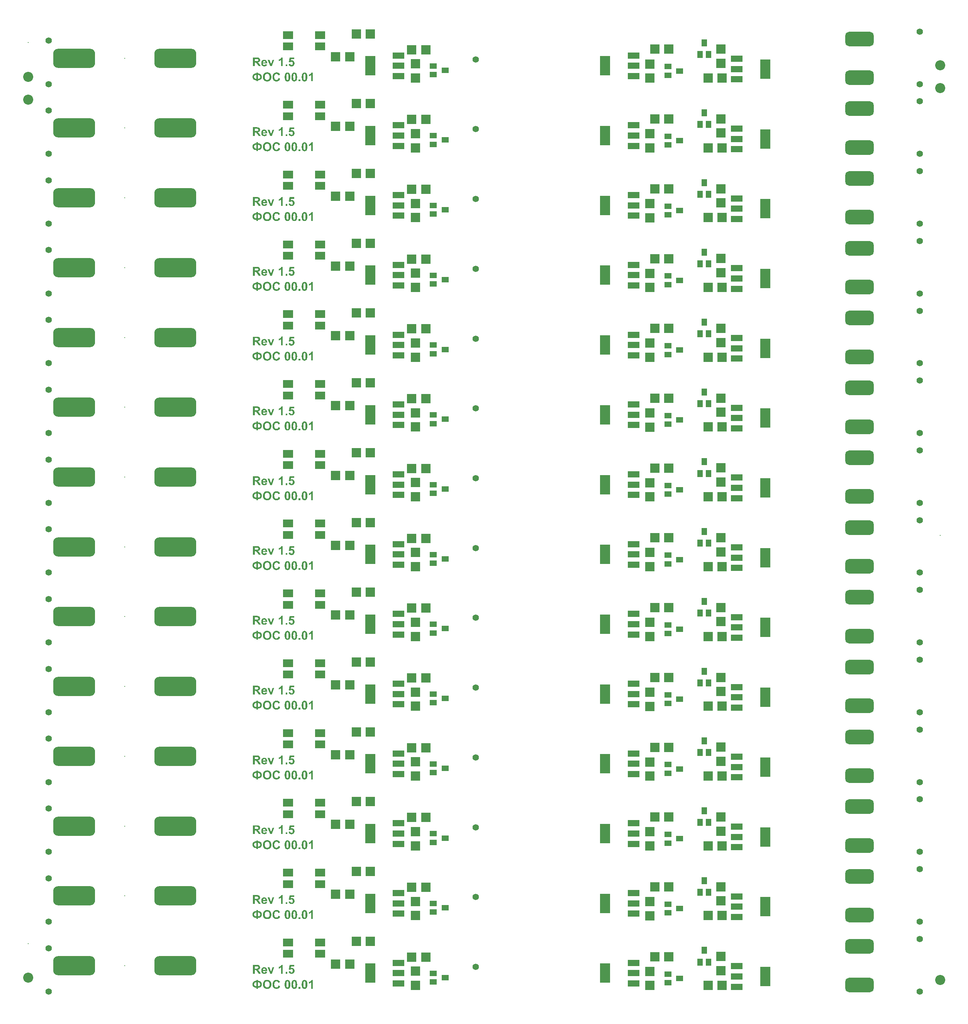
<source format=gts>
G04 Layer_Color=8388736*
%FSLAX44Y44*%
%MOMM*%
G71*
G01*
G75*
%ADD156C,2.2032*%
G04:AMPARAMS|DCode=157|XSize=9.2032mm|YSize=4.2032mm|CornerRadius=1.1016mm|HoleSize=0mm|Usage=FLASHONLY|Rotation=180.000|XOffset=0mm|YOffset=0mm|HoleType=Round|Shape=RoundedRectangle|*
%AMROUNDEDRECTD157*
21,1,9.2032,2.0000,0,0,180.0*
21,1,7.0000,4.2032,0,0,180.0*
1,1,2.2032,-3.5000,1.0000*
1,1,2.2032,3.5000,1.0000*
1,1,2.2032,3.5000,-1.0000*
1,1,2.2032,-3.5000,-1.0000*
%
%ADD157ROUNDEDRECTD157*%
%ADD158R,2.0532X2.0532*%
%ADD159R,2.0532X2.0532*%
%ADD160R,2.0532X2.1532*%
%ADD161R,2.5032X1.4032*%
%ADD162R,2.2032X4.2032*%
%ADD163R,1.6032X1.2032*%
%ADD164R,1.2032X1.6032*%
%ADD165R,2.2032X1.7032*%
G04:AMPARAMS|DCode=166|XSize=6.2032mm|YSize=3.2032mm|CornerRadius=0.8516mm|HoleSize=0mm|Usage=FLASHONLY|Rotation=0.000|XOffset=0mm|YOffset=0mm|HoleType=Round|Shape=RoundedRectangle|*
%AMROUNDEDRECTD166*
21,1,6.2032,1.5000,0,0,0.0*
21,1,4.5000,3.2032,0,0,0.0*
1,1,1.7032,2.2500,-0.7500*
1,1,1.7032,-2.2500,-0.7500*
1,1,1.7032,-2.2500,0.7500*
1,1,1.7032,2.2500,0.7500*
%
%ADD166ROUNDEDRECTD166*%
%ADD167C,1.4000*%
%ADD168C,0.2032*%
%ADD169C,1.2032*%
G36*
X559394Y2048000D02*
X556062D01*
X550454Y2061937D01*
X554313D01*
X556950Y2054802D01*
X557700Y2052442D01*
X557728Y2052470D01*
X557756Y2052581D01*
X557811Y2052748D01*
X557867Y2052914D01*
X558005Y2053331D01*
X558061Y2053497D01*
X558089Y2053636D01*
Y2053664D01*
X558116Y2053747D01*
X558144Y2053858D01*
X558200Y2053997D01*
X558311Y2054386D01*
X558477Y2054802D01*
X561143Y2061937D01*
X564918D01*
X559394Y2048000D01*
D02*
G37*
G36*
X608422Y2063519D02*
X601453D01*
X600870Y2060244D01*
X600898D01*
X600926Y2060271D01*
X601092Y2060354D01*
X601342Y2060438D01*
X601647Y2060577D01*
X602036Y2060688D01*
X602453Y2060771D01*
X602925Y2060854D01*
X603397Y2060882D01*
X603646D01*
X603813Y2060854D01*
X604007Y2060827D01*
X604257Y2060799D01*
X604535Y2060743D01*
X604840Y2060660D01*
X605479Y2060438D01*
X605840Y2060299D01*
X606173Y2060132D01*
X606534Y2059910D01*
X606895Y2059660D01*
X607228Y2059383D01*
X607561Y2059077D01*
X607589Y2059050D01*
X607644Y2058994D01*
X607728Y2058883D01*
X607839Y2058744D01*
X607950Y2058578D01*
X608116Y2058356D01*
X608255Y2058106D01*
X608422Y2057828D01*
X608588Y2057523D01*
X608727Y2057162D01*
X608894Y2056773D01*
X609005Y2056384D01*
X609116Y2055940D01*
X609199Y2055468D01*
X609254Y2054969D01*
X609282Y2054441D01*
Y2054413D01*
Y2054330D01*
Y2054219D01*
X609254Y2054052D01*
Y2053830D01*
X609199Y2053581D01*
X609171Y2053303D01*
X609116Y2053025D01*
X608949Y2052359D01*
X608699Y2051637D01*
X608533Y2051248D01*
X608366Y2050888D01*
X608144Y2050527D01*
X607894Y2050166D01*
X607866Y2050138D01*
X607811Y2050055D01*
X607700Y2049944D01*
X607561Y2049777D01*
X607367Y2049583D01*
X607117Y2049361D01*
X606839Y2049139D01*
X606534Y2048916D01*
X606173Y2048667D01*
X605784Y2048445D01*
X605368Y2048222D01*
X604896Y2048028D01*
X604396Y2047861D01*
X603868Y2047751D01*
X603285Y2047667D01*
X602675Y2047639D01*
X602425D01*
X602230Y2047667D01*
X602008Y2047695D01*
X601731Y2047723D01*
X601453Y2047751D01*
X601120Y2047806D01*
X600454Y2047973D01*
X599704Y2048250D01*
X599343Y2048389D01*
X598982Y2048583D01*
X598649Y2048806D01*
X598316Y2049055D01*
X598288Y2049083D01*
X598233Y2049111D01*
X598149Y2049194D01*
X598038Y2049305D01*
X597927Y2049472D01*
X597761Y2049638D01*
X597622Y2049833D01*
X597455Y2050055D01*
X597261Y2050332D01*
X597094Y2050610D01*
X596789Y2051276D01*
X596511Y2052026D01*
X596428Y2052442D01*
X596345Y2052887D01*
X600010Y2053275D01*
Y2053220D01*
X600037Y2053081D01*
X600093Y2052831D01*
X600176Y2052553D01*
X600287Y2052248D01*
X600454Y2051915D01*
X600676Y2051609D01*
X600926Y2051304D01*
X600953Y2051276D01*
X601064Y2051193D01*
X601231Y2051082D01*
X601453Y2050943D01*
X601703Y2050804D01*
X602008Y2050693D01*
X602369Y2050610D01*
X602730Y2050582D01*
X602786D01*
X602925Y2050610D01*
X603147Y2050638D01*
X603424Y2050693D01*
X603730Y2050804D01*
X604063Y2050971D01*
X604396Y2051221D01*
X604701Y2051526D01*
X604729Y2051582D01*
X604840Y2051693D01*
X604951Y2051915D01*
X605118Y2052248D01*
X605257Y2052637D01*
X605395Y2053109D01*
X605479Y2053692D01*
X605507Y2054358D01*
Y2054386D01*
Y2054441D01*
Y2054525D01*
Y2054663D01*
X605479Y2054969D01*
X605395Y2055357D01*
X605312Y2055802D01*
X605173Y2056246D01*
X604979Y2056662D01*
X604701Y2057023D01*
X604674Y2057051D01*
X604563Y2057162D01*
X604368Y2057301D01*
X604146Y2057495D01*
X603841Y2057662D01*
X603480Y2057800D01*
X603063Y2057912D01*
X602619Y2057939D01*
X602453D01*
X602342Y2057912D01*
X602064Y2057856D01*
X601675Y2057773D01*
X601231Y2057606D01*
X600759Y2057356D01*
X600509Y2057190D01*
X600259Y2056995D01*
X600010Y2056773D01*
X599760Y2056523D01*
X596789Y2056940D01*
X598677Y2066962D01*
X608422D01*
Y2063519D01*
D02*
G37*
G36*
X593291Y2048000D02*
X589599D01*
Y2051693D01*
X593291D01*
Y2048000D01*
D02*
G37*
G36*
X583297D02*
X579604D01*
Y2061909D01*
X579577Y2061881D01*
X579521Y2061826D01*
X579410Y2061743D01*
X579243Y2061604D01*
X579049Y2061437D01*
X578827Y2061271D01*
X578549Y2061076D01*
X578244Y2060854D01*
X577911Y2060632D01*
X577550Y2060410D01*
X577161Y2060160D01*
X576745Y2059938D01*
X575857Y2059522D01*
X574857Y2059133D01*
Y2062464D01*
X574885D01*
X574912Y2062492D01*
X574996Y2062520D01*
X575107Y2062548D01*
X575384Y2062687D01*
X575773Y2062853D01*
X576245Y2063075D01*
X576773Y2063381D01*
X577356Y2063769D01*
X577966Y2064214D01*
X577994Y2064241D01*
X578050Y2064269D01*
X578133Y2064352D01*
X578244Y2064463D01*
X578549Y2064741D01*
X578882Y2065102D01*
X579271Y2065546D01*
X579660Y2066101D01*
X580021Y2066684D01*
X580298Y2067323D01*
X583297D01*
Y2048000D01*
D02*
G37*
G36*
X526912Y2067184D02*
X527217D01*
X527523Y2067156D01*
X527883D01*
X528605Y2067073D01*
X529355Y2066990D01*
X530049Y2066851D01*
X530354Y2066768D01*
X530632Y2066684D01*
X530660D01*
X530687Y2066656D01*
X530854Y2066573D01*
X531104Y2066434D01*
X531437Y2066268D01*
X531798Y2065990D01*
X532159Y2065685D01*
X532520Y2065296D01*
X532853Y2064824D01*
Y2064796D01*
X532881Y2064769D01*
X532936Y2064685D01*
X532992Y2064602D01*
X533130Y2064324D01*
X533297Y2063964D01*
X533436Y2063519D01*
X533575Y2063020D01*
X533686Y2062437D01*
X533713Y2061826D01*
Y2061798D01*
Y2061743D01*
Y2061604D01*
X533686Y2061465D01*
Y2061271D01*
X533658Y2061076D01*
X533547Y2060577D01*
X533408Y2059994D01*
X533186Y2059411D01*
X532853Y2058800D01*
X532659Y2058522D01*
X532436Y2058245D01*
X532409Y2058217D01*
X532381Y2058189D01*
X532298Y2058106D01*
X532187Y2058022D01*
X532076Y2057912D01*
X531909Y2057773D01*
X531715Y2057634D01*
X531493Y2057495D01*
X531243Y2057328D01*
X530937Y2057190D01*
X530632Y2057051D01*
X530299Y2056912D01*
X529910Y2056773D01*
X529521Y2056662D01*
X529105Y2056551D01*
X528633Y2056468D01*
X528661D01*
X528689Y2056440D01*
X528855Y2056329D01*
X529077Y2056190D01*
X529355Y2055996D01*
X529688Y2055746D01*
X530021Y2055496D01*
X530382Y2055191D01*
X530687Y2054858D01*
X530715Y2054830D01*
X530854Y2054691D01*
X531021Y2054469D01*
X531270Y2054136D01*
X531604Y2053719D01*
X531770Y2053442D01*
X531964Y2053164D01*
X532187Y2052859D01*
X532409Y2052526D01*
X532659Y2052137D01*
X532908Y2051748D01*
X535268Y2048000D01*
X530604D01*
X527828Y2052165D01*
X527800Y2052192D01*
X527772Y2052276D01*
X527689Y2052387D01*
X527578Y2052526D01*
X527467Y2052692D01*
X527328Y2052914D01*
X527023Y2053358D01*
X526662Y2053858D01*
X526329Y2054302D01*
X526023Y2054719D01*
X525885Y2054858D01*
X525773Y2054996D01*
X525746Y2055024D01*
X525690Y2055080D01*
X525579Y2055191D01*
X525440Y2055330D01*
X525246Y2055441D01*
X525052Y2055579D01*
X524829Y2055690D01*
X524607Y2055802D01*
X524580D01*
X524496Y2055829D01*
X524358Y2055885D01*
X524136Y2055913D01*
X523858Y2055968D01*
X523525Y2055996D01*
X523136Y2056024D01*
X521887D01*
Y2048000D01*
X518000D01*
Y2067212D01*
X526662D01*
X526912Y2067184D01*
D02*
G37*
G36*
X543153Y2062215D02*
X543402Y2062187D01*
X543708Y2062131D01*
X544041Y2062076D01*
X544402Y2061992D01*
X544791Y2061881D01*
X545179Y2061743D01*
X545596Y2061576D01*
X546012Y2061354D01*
X546401Y2061132D01*
X546789Y2060854D01*
X547178Y2060521D01*
X547511Y2060160D01*
X547539Y2060132D01*
X547594Y2060077D01*
X547678Y2059938D01*
X547789Y2059772D01*
X547928Y2059549D01*
X548066Y2059300D01*
X548233Y2058966D01*
X548400Y2058605D01*
X548566Y2058189D01*
X548733Y2057717D01*
X548872Y2057217D01*
X549010Y2056634D01*
X549122Y2056024D01*
X549205Y2055357D01*
X549260Y2054663D01*
Y2053886D01*
X540043D01*
Y2053858D01*
Y2053803D01*
Y2053719D01*
X540071Y2053608D01*
X540099Y2053331D01*
X540154Y2052942D01*
X540265Y2052553D01*
X540432Y2052109D01*
X540626Y2051693D01*
X540904Y2051332D01*
X540932Y2051304D01*
X541070Y2051193D01*
X541237Y2051054D01*
X541487Y2050888D01*
X541792Y2050721D01*
X542181Y2050582D01*
X542597Y2050471D01*
X543041Y2050443D01*
X543180D01*
X543347Y2050471D01*
X543541Y2050499D01*
X543763Y2050555D01*
X544013Y2050638D01*
X544263Y2050749D01*
X544485Y2050915D01*
X544513Y2050943D01*
X544596Y2050999D01*
X544707Y2051110D01*
X544818Y2051276D01*
X544985Y2051498D01*
X545124Y2051748D01*
X545262Y2052081D01*
X545401Y2052442D01*
X549066Y2051832D01*
Y2051804D01*
X549038Y2051748D01*
X548983Y2051637D01*
X548927Y2051498D01*
X548844Y2051332D01*
X548760Y2051138D01*
X548511Y2050693D01*
X548205Y2050194D01*
X547817Y2049666D01*
X547345Y2049194D01*
X546817Y2048750D01*
X546789D01*
X546762Y2048694D01*
X546651Y2048667D01*
X546540Y2048583D01*
X546401Y2048500D01*
X546206Y2048417D01*
X546012Y2048333D01*
X545762Y2048222D01*
X545207Y2048028D01*
X544568Y2047861D01*
X543819Y2047751D01*
X543014Y2047695D01*
X542847D01*
X542681Y2047723D01*
X542431D01*
X542125Y2047778D01*
X541764Y2047834D01*
X541376Y2047889D01*
X540987Y2048000D01*
X540543Y2048111D01*
X540099Y2048278D01*
X539655Y2048472D01*
X539210Y2048694D01*
X538766Y2048972D01*
X538350Y2049277D01*
X537989Y2049638D01*
X537628Y2050055D01*
X537600Y2050083D01*
X537572Y2050138D01*
X537517Y2050249D01*
X537406Y2050388D01*
X537323Y2050582D01*
X537211Y2050804D01*
X537073Y2051054D01*
X536962Y2051360D01*
X536823Y2051693D01*
X536712Y2052054D01*
X536573Y2052442D01*
X536490Y2052887D01*
X536406Y2053331D01*
X536323Y2053803D01*
X536295Y2054330D01*
X536268Y2054858D01*
Y2054885D01*
Y2054996D01*
Y2055191D01*
X536295Y2055441D01*
X536323Y2055718D01*
X536351Y2056051D01*
X536406Y2056412D01*
X536490Y2056829D01*
X536712Y2057689D01*
X536851Y2058134D01*
X537017Y2058605D01*
X537239Y2059050D01*
X537489Y2059466D01*
X537767Y2059883D01*
X538072Y2060271D01*
X538100Y2060299D01*
X538155Y2060354D01*
X538266Y2060466D01*
X538405Y2060577D01*
X538572Y2060715D01*
X538794Y2060882D01*
X539044Y2061076D01*
X539321Y2061271D01*
X539627Y2061437D01*
X539988Y2061632D01*
X540349Y2061798D01*
X540765Y2061937D01*
X541181Y2062048D01*
X541653Y2062159D01*
X542125Y2062215D01*
X542625Y2062242D01*
X542930D01*
X543153Y2062215D01*
D02*
G37*
G36*
X570442Y2034545D02*
X570748Y2034517D01*
X571081Y2034462D01*
X571469Y2034406D01*
X571886Y2034323D01*
X572330Y2034212D01*
X572802Y2034073D01*
X573274Y2033906D01*
X573774Y2033684D01*
X574246Y2033462D01*
X574690Y2033185D01*
X575162Y2032851D01*
X575578Y2032491D01*
X575606D01*
X575634Y2032435D01*
X575717Y2032352D01*
X575800Y2032268D01*
X575911Y2032130D01*
X576022Y2031963D01*
X576328Y2031574D01*
X576633Y2031075D01*
X576966Y2030464D01*
X577272Y2029770D01*
X577549Y2028965D01*
X573718Y2028049D01*
Y2028076D01*
X573690Y2028104D01*
Y2028187D01*
X573635Y2028298D01*
X573552Y2028548D01*
X573413Y2028881D01*
X573218Y2029270D01*
X572969Y2029659D01*
X572635Y2030047D01*
X572275Y2030381D01*
X572219Y2030408D01*
X572080Y2030519D01*
X571858Y2030658D01*
X571553Y2030825D01*
X571164Y2030991D01*
X570720Y2031130D01*
X570220Y2031241D01*
X569665Y2031269D01*
X569471D01*
X569304Y2031241D01*
X569137Y2031214D01*
X568915Y2031186D01*
X568443Y2031075D01*
X567888Y2030880D01*
X567305Y2030603D01*
X567000Y2030436D01*
X566722Y2030242D01*
X566445Y2029992D01*
X566195Y2029714D01*
Y2029686D01*
X566139Y2029631D01*
X566084Y2029548D01*
X566000Y2029409D01*
X565889Y2029242D01*
X565778Y2029048D01*
X565667Y2028798D01*
X565556Y2028521D01*
X565417Y2028187D01*
X565306Y2027827D01*
X565195Y2027410D01*
X565084Y2026966D01*
X565001Y2026466D01*
X564945Y2025939D01*
X564918Y2025356D01*
X564890Y2024717D01*
Y2024689D01*
Y2024550D01*
Y2024356D01*
X564918Y2024134D01*
Y2023829D01*
X564973Y2023468D01*
X565001Y2023107D01*
X565056Y2022690D01*
X565223Y2021830D01*
X565445Y2020969D01*
X565584Y2020553D01*
X565778Y2020164D01*
X565973Y2019803D01*
X566195Y2019498D01*
X566222Y2019470D01*
X566250Y2019442D01*
X566334Y2019359D01*
X566445Y2019248D01*
X566722Y2019026D01*
X567111Y2018748D01*
X567583Y2018443D01*
X568166Y2018221D01*
X568832Y2018026D01*
X569193Y2017999D01*
X569582Y2017971D01*
X569720D01*
X569832Y2017999D01*
X570137Y2018026D01*
X570498Y2018082D01*
X570886Y2018221D01*
X571331Y2018387D01*
X571775Y2018609D01*
X572219Y2018943D01*
X572275Y2018998D01*
X572413Y2019137D01*
X572608Y2019359D01*
X572830Y2019692D01*
X573107Y2020136D01*
X573357Y2020664D01*
X573607Y2021302D01*
X573829Y2022052D01*
X577605Y2020886D01*
Y2020858D01*
X577577Y2020747D01*
X577522Y2020580D01*
X577438Y2020358D01*
X577327Y2020109D01*
X577216Y2019803D01*
X577077Y2019470D01*
X576911Y2019109D01*
X576522Y2018360D01*
X576022Y2017582D01*
X575412Y2016833D01*
X575079Y2016499D01*
X574718Y2016194D01*
X574690Y2016166D01*
X574634Y2016139D01*
X574523Y2016055D01*
X574357Y2015944D01*
X574162Y2015833D01*
X573913Y2015722D01*
X573635Y2015583D01*
X573330Y2015444D01*
X572969Y2015278D01*
X572580Y2015139D01*
X572164Y2015028D01*
X571719Y2014917D01*
X571247Y2014806D01*
X570720Y2014723D01*
X570192Y2014695D01*
X569609Y2014667D01*
X569443D01*
X569249Y2014695D01*
X568971Y2014723D01*
X568666Y2014751D01*
X568277Y2014806D01*
X567860Y2014889D01*
X567388Y2015000D01*
X566917Y2015139D01*
X566417Y2015306D01*
X565889Y2015528D01*
X565362Y2015778D01*
X564834Y2016055D01*
X564307Y2016416D01*
X563807Y2016805D01*
X563335Y2017277D01*
X563307Y2017305D01*
X563224Y2017388D01*
X563113Y2017554D01*
X562947Y2017749D01*
X562780Y2018026D01*
X562558Y2018332D01*
X562336Y2018721D01*
X562114Y2019165D01*
X561892Y2019637D01*
X561669Y2020164D01*
X561447Y2020775D01*
X561281Y2021413D01*
X561114Y2022080D01*
X561003Y2022829D01*
X560920Y2023607D01*
X560892Y2024440D01*
Y2024467D01*
Y2024495D01*
Y2024662D01*
X560920Y2024911D01*
Y2025245D01*
X560975Y2025633D01*
X561031Y2026105D01*
X561086Y2026605D01*
X561198Y2027188D01*
X561336Y2027771D01*
X561503Y2028382D01*
X561697Y2028992D01*
X561947Y2029631D01*
X562225Y2030242D01*
X562558Y2030825D01*
X562919Y2031380D01*
X563363Y2031908D01*
X563391Y2031935D01*
X563474Y2032019D01*
X563613Y2032157D01*
X563807Y2032324D01*
X564057Y2032518D01*
X564362Y2032740D01*
X564696Y2032990D01*
X565112Y2033240D01*
X565556Y2033490D01*
X566028Y2033740D01*
X566583Y2033962D01*
X567139Y2034156D01*
X567777Y2034323D01*
X568416Y2034462D01*
X569137Y2034545D01*
X569859Y2034573D01*
X570192D01*
X570442Y2034545D01*
D02*
G37*
G36*
X649287Y2015000D02*
X645594D01*
Y2028909D01*
X645567Y2028881D01*
X645511Y2028826D01*
X645400Y2028743D01*
X645234Y2028604D01*
X645039Y2028437D01*
X644817Y2028271D01*
X644540Y2028076D01*
X644234Y2027854D01*
X643901Y2027632D01*
X643540Y2027410D01*
X643151Y2027160D01*
X642735Y2026938D01*
X641847Y2026522D01*
X640847Y2026133D01*
Y2029464D01*
X640875D01*
X640903Y2029492D01*
X640986Y2029520D01*
X641097Y2029548D01*
X641375Y2029686D01*
X641763Y2029853D01*
X642235Y2030075D01*
X642763Y2030381D01*
X643346Y2030769D01*
X643957Y2031214D01*
X643984Y2031241D01*
X644040Y2031269D01*
X644123Y2031352D01*
X644234Y2031463D01*
X644540Y2031741D01*
X644873Y2032102D01*
X645261Y2032546D01*
X645650Y2033101D01*
X646011Y2033684D01*
X646289Y2034323D01*
X649287D01*
Y2015000D01*
D02*
G37*
G36*
X621941D02*
X618249D01*
Y2018693D01*
X621941D01*
Y2015000D01*
D02*
G37*
G36*
X529188Y2032324D02*
X529382D01*
X529632Y2032296D01*
X529937Y2032268D01*
X530298Y2032213D01*
X530742Y2032157D01*
X531214Y2032074D01*
X531714Y2031963D01*
X532242Y2031852D01*
X532769Y2031685D01*
X533296Y2031491D01*
X533852Y2031269D01*
X534351Y2031019D01*
X534823Y2030741D01*
X535268Y2030408D01*
X535656Y2030047D01*
X535684Y2030020D01*
X535740Y2029964D01*
X535823Y2029825D01*
X535962Y2029686D01*
X536100Y2029464D01*
X536267Y2029215D01*
X536434Y2028937D01*
X536628Y2028604D01*
X536795Y2028243D01*
X536961Y2027854D01*
X537128Y2027410D01*
X537266Y2026938D01*
X537405Y2026438D01*
X537489Y2025911D01*
X537544Y2025356D01*
X537572Y2024773D01*
Y2024745D01*
Y2024634D01*
Y2024467D01*
X537544Y2024245D01*
X537516Y2023967D01*
X537461Y2023662D01*
X537405Y2023301D01*
X537322Y2022913D01*
X537239Y2022496D01*
X537100Y2022080D01*
X536961Y2021635D01*
X536767Y2021191D01*
X536545Y2020747D01*
X536295Y2020331D01*
X535989Y2019914D01*
X535656Y2019498D01*
X535629Y2019470D01*
X535573Y2019415D01*
X535462Y2019303D01*
X535295Y2019165D01*
X535073Y2018998D01*
X534823Y2018831D01*
X534518Y2018637D01*
X534129Y2018443D01*
X533713Y2018221D01*
X533241Y2018026D01*
X532713Y2017832D01*
X532130Y2017666D01*
X531492Y2017527D01*
X530770Y2017388D01*
X530020Y2017305D01*
X529188Y2017249D01*
Y2015000D01*
X525384D01*
Y2017249D01*
X525190D01*
X524940Y2017277D01*
X524635Y2017305D01*
X524246Y2017360D01*
X523829Y2017416D01*
X523358Y2017499D01*
X522858Y2017582D01*
X522303Y2017721D01*
X521775Y2017860D01*
X521220Y2018054D01*
X520692Y2018276D01*
X520193Y2018526D01*
X519721Y2018804D01*
X519277Y2019137D01*
X518888Y2019498D01*
X518860Y2019526D01*
X518805Y2019609D01*
X518721Y2019720D01*
X518582Y2019886D01*
X518444Y2020081D01*
X518305Y2020331D01*
X518111Y2020608D01*
X517944Y2020941D01*
X517777Y2021302D01*
X517611Y2021719D01*
X517444Y2022135D01*
X517305Y2022607D01*
X517167Y2023107D01*
X517083Y2023634D01*
X517028Y2024190D01*
X517000Y2024773D01*
Y2024800D01*
Y2024911D01*
Y2025106D01*
X517028Y2025328D01*
X517056Y2025605D01*
X517111Y2025939D01*
X517167Y2026300D01*
X517250Y2026688D01*
X517361Y2027105D01*
X517472Y2027549D01*
X517639Y2027993D01*
X517833Y2028437D01*
X518055Y2028881D01*
X518333Y2029298D01*
X518638Y2029714D01*
X518971Y2030103D01*
X518999Y2030131D01*
X519054Y2030186D01*
X519193Y2030297D01*
X519360Y2030436D01*
X519554Y2030575D01*
X519832Y2030741D01*
X520137Y2030936D01*
X520526Y2031130D01*
X520942Y2031352D01*
X521414Y2031547D01*
X521942Y2031713D01*
X522497Y2031908D01*
X523135Y2032046D01*
X523829Y2032185D01*
X524579Y2032268D01*
X525384Y2032324D01*
Y2034212D01*
X529188D01*
Y2032324D01*
D02*
G37*
G36*
X631630Y2034295D02*
X631852Y2034267D01*
X632130Y2034212D01*
X632407Y2034156D01*
X632741Y2034073D01*
X633102Y2033962D01*
X633435Y2033823D01*
X633796Y2033684D01*
X634156Y2033490D01*
X634517Y2033240D01*
X634878Y2032990D01*
X635211Y2032685D01*
X635517Y2032324D01*
X635545Y2032296D01*
X635600Y2032213D01*
X635683Y2032074D01*
X635822Y2031880D01*
X635961Y2031602D01*
X636128Y2031269D01*
X636294Y2030908D01*
X636461Y2030436D01*
X636627Y2029936D01*
X636822Y2029353D01*
X636960Y2028715D01*
X637099Y2027993D01*
X637238Y2027216D01*
X637321Y2026383D01*
X637377Y2025467D01*
X637405Y2024467D01*
Y2024440D01*
Y2024412D01*
Y2024328D01*
Y2024217D01*
Y2023940D01*
X637377Y2023579D01*
X637349Y2023135D01*
X637294Y2022607D01*
X637238Y2022052D01*
X637183Y2021441D01*
X637071Y2020803D01*
X636933Y2020136D01*
X636794Y2019498D01*
X636600Y2018859D01*
X636405Y2018221D01*
X636128Y2017638D01*
X635850Y2017083D01*
X635517Y2016611D01*
X635489Y2016583D01*
X635434Y2016527D01*
X635350Y2016416D01*
X635239Y2016305D01*
X635073Y2016166D01*
X634878Y2016000D01*
X634628Y2015805D01*
X634379Y2015639D01*
X634073Y2015444D01*
X633768Y2015250D01*
X633407Y2015084D01*
X633018Y2014945D01*
X632602Y2014834D01*
X632130Y2014723D01*
X631658Y2014667D01*
X631158Y2014639D01*
X631047D01*
X630881Y2014667D01*
X630686D01*
X630464Y2014695D01*
X630187Y2014751D01*
X629881Y2014806D01*
X629548Y2014917D01*
X629187Y2015028D01*
X628826Y2015167D01*
X628438Y2015334D01*
X628077Y2015556D01*
X627688Y2015778D01*
X627327Y2016083D01*
X626966Y2016388D01*
X626633Y2016777D01*
X626605Y2016805D01*
X626550Y2016888D01*
X626466Y2017027D01*
X626383Y2017194D01*
X626244Y2017443D01*
X626105Y2017749D01*
X625939Y2018138D01*
X625800Y2018554D01*
X625634Y2019054D01*
X625467Y2019609D01*
X625328Y2020247D01*
X625217Y2020941D01*
X625106Y2021719D01*
X625023Y2022579D01*
X624967Y2023496D01*
X624939Y2024495D01*
Y2024523D01*
Y2024550D01*
Y2024634D01*
Y2024745D01*
Y2025022D01*
X624967Y2025383D01*
X624995Y2025828D01*
X625051Y2026355D01*
X625106Y2026910D01*
X625162Y2027521D01*
X625273Y2028160D01*
X625384Y2028798D01*
X625550Y2029464D01*
X625717Y2030103D01*
X625939Y2030714D01*
X626189Y2031297D01*
X626466Y2031852D01*
X626800Y2032324D01*
X626827Y2032352D01*
X626883Y2032407D01*
X626966Y2032518D01*
X627105Y2032629D01*
X627244Y2032796D01*
X627438Y2032962D01*
X627688Y2033129D01*
X627938Y2033323D01*
X628243Y2033518D01*
X628549Y2033684D01*
X628909Y2033851D01*
X629298Y2034017D01*
X629715Y2034129D01*
X630187Y2034240D01*
X630658Y2034295D01*
X631158Y2034323D01*
X631436D01*
X631630Y2034295D01*
D02*
G37*
G36*
X609226D02*
X609448Y2034267D01*
X609726Y2034212D01*
X610003Y2034156D01*
X610336Y2034073D01*
X610698Y2033962D01*
X611031Y2033823D01*
X611391Y2033684D01*
X611752Y2033490D01*
X612113Y2033240D01*
X612474Y2032990D01*
X612807Y2032685D01*
X613113Y2032324D01*
X613140Y2032296D01*
X613196Y2032213D01*
X613279Y2032074D01*
X613418Y2031880D01*
X613557Y2031602D01*
X613723Y2031269D01*
X613890Y2030908D01*
X614057Y2030436D01*
X614223Y2029936D01*
X614418Y2029353D01*
X614556Y2028715D01*
X614695Y2027993D01*
X614834Y2027216D01*
X614917Y2026383D01*
X614973Y2025467D01*
X615001Y2024467D01*
Y2024440D01*
Y2024412D01*
Y2024328D01*
Y2024217D01*
Y2023940D01*
X614973Y2023579D01*
X614945Y2023135D01*
X614889Y2022607D01*
X614834Y2022052D01*
X614779Y2021441D01*
X614668Y2020803D01*
X614529Y2020136D01*
X614390Y2019498D01*
X614196Y2018859D01*
X614001Y2018221D01*
X613723Y2017638D01*
X613446Y2017083D01*
X613113Y2016611D01*
X613085Y2016583D01*
X613030Y2016527D01*
X612946Y2016416D01*
X612835Y2016305D01*
X612669Y2016166D01*
X612474Y2016000D01*
X612224Y2015805D01*
X611974Y2015639D01*
X611669Y2015444D01*
X611364Y2015250D01*
X611003Y2015084D01*
X610614Y2014945D01*
X610198Y2014834D01*
X609726Y2014723D01*
X609254Y2014667D01*
X608754Y2014639D01*
X608643D01*
X608476Y2014667D01*
X608282D01*
X608060Y2014695D01*
X607782Y2014751D01*
X607477Y2014806D01*
X607144Y2014917D01*
X606783Y2015028D01*
X606422Y2015167D01*
X606033Y2015334D01*
X605672Y2015556D01*
X605284Y2015778D01*
X604923Y2016083D01*
X604562Y2016388D01*
X604229Y2016777D01*
X604201Y2016805D01*
X604146Y2016888D01*
X604062Y2017027D01*
X603979Y2017194D01*
X603840Y2017443D01*
X603701Y2017749D01*
X603535Y2018138D01*
X603396Y2018554D01*
X603229Y2019054D01*
X603063Y2019609D01*
X602924Y2020247D01*
X602813Y2020941D01*
X602702Y2021719D01*
X602619Y2022579D01*
X602563Y2023496D01*
X602535Y2024495D01*
Y2024523D01*
Y2024550D01*
Y2024634D01*
Y2024745D01*
Y2025022D01*
X602563Y2025383D01*
X602591Y2025828D01*
X602646Y2026355D01*
X602702Y2026910D01*
X602757Y2027521D01*
X602868Y2028160D01*
X602980Y2028798D01*
X603146Y2029464D01*
X603313Y2030103D01*
X603535Y2030714D01*
X603785Y2031297D01*
X604062Y2031852D01*
X604395Y2032324D01*
X604423Y2032352D01*
X604479Y2032407D01*
X604562Y2032518D01*
X604701Y2032629D01*
X604840Y2032796D01*
X605034Y2032962D01*
X605284Y2033129D01*
X605534Y2033323D01*
X605839Y2033518D01*
X606144Y2033684D01*
X606505Y2033851D01*
X606894Y2034017D01*
X607310Y2034129D01*
X607782Y2034240D01*
X608254Y2034295D01*
X608754Y2034323D01*
X609032D01*
X609226Y2034295D01*
D02*
G37*
G36*
X594290D02*
X594512Y2034267D01*
X594790Y2034212D01*
X595067Y2034156D01*
X595401Y2034073D01*
X595761Y2033962D01*
X596095Y2033823D01*
X596455Y2033684D01*
X596816Y2033490D01*
X597177Y2033240D01*
X597538Y2032990D01*
X597871Y2032685D01*
X598177Y2032324D01*
X598204Y2032296D01*
X598260Y2032213D01*
X598343Y2032074D01*
X598482Y2031880D01*
X598621Y2031602D01*
X598787Y2031269D01*
X598954Y2030908D01*
X599121Y2030436D01*
X599287Y2029936D01*
X599482Y2029353D01*
X599620Y2028715D01*
X599759Y2027993D01*
X599898Y2027216D01*
X599981Y2026383D01*
X600037Y2025467D01*
X600065Y2024467D01*
Y2024440D01*
Y2024412D01*
Y2024328D01*
Y2024217D01*
Y2023940D01*
X600037Y2023579D01*
X600009Y2023135D01*
X599953Y2022607D01*
X599898Y2022052D01*
X599842Y2021441D01*
X599731Y2020803D01*
X599593Y2020136D01*
X599454Y2019498D01*
X599259Y2018859D01*
X599065Y2018221D01*
X598787Y2017638D01*
X598510Y2017083D01*
X598177Y2016611D01*
X598149Y2016583D01*
X598093Y2016527D01*
X598010Y2016416D01*
X597899Y2016305D01*
X597733Y2016166D01*
X597538Y2016000D01*
X597288Y2015805D01*
X597038Y2015639D01*
X596733Y2015444D01*
X596428Y2015250D01*
X596067Y2015084D01*
X595678Y2014945D01*
X595262Y2014834D01*
X594790Y2014723D01*
X594318Y2014667D01*
X593818Y2014639D01*
X593707D01*
X593540Y2014667D01*
X593346D01*
X593124Y2014695D01*
X592846Y2014751D01*
X592541Y2014806D01*
X592208Y2014917D01*
X591847Y2015028D01*
X591486Y2015167D01*
X591097Y2015334D01*
X590736Y2015556D01*
X590348Y2015778D01*
X589987Y2016083D01*
X589626Y2016388D01*
X589293Y2016777D01*
X589265Y2016805D01*
X589210Y2016888D01*
X589126Y2017027D01*
X589043Y2017194D01*
X588904Y2017443D01*
X588765Y2017749D01*
X588599Y2018138D01*
X588460Y2018554D01*
X588293Y2019054D01*
X588127Y2019609D01*
X587988Y2020247D01*
X587877Y2020941D01*
X587766Y2021719D01*
X587683Y2022579D01*
X587627Y2023496D01*
X587599Y2024495D01*
Y2024523D01*
Y2024550D01*
Y2024634D01*
Y2024745D01*
Y2025022D01*
X587627Y2025383D01*
X587655Y2025828D01*
X587710Y2026355D01*
X587766Y2026910D01*
X587821Y2027521D01*
X587933Y2028160D01*
X588044Y2028798D01*
X588210Y2029464D01*
X588377Y2030103D01*
X588599Y2030714D01*
X588849Y2031297D01*
X589126Y2031852D01*
X589459Y2032324D01*
X589487Y2032352D01*
X589543Y2032407D01*
X589626Y2032518D01*
X589765Y2032629D01*
X589904Y2032796D01*
X590098Y2032962D01*
X590348Y2033129D01*
X590598Y2033323D01*
X590903Y2033518D01*
X591208Y2033684D01*
X591569Y2033851D01*
X591958Y2034017D01*
X592374Y2034129D01*
X592846Y2034240D01*
X593318Y2034295D01*
X593818Y2034323D01*
X594096D01*
X594290Y2034295D01*
D02*
G37*
G36*
X549593Y2034545D02*
X549870D01*
X550231Y2034489D01*
X550648Y2034434D01*
X551120Y2034351D01*
X551619Y2034240D01*
X552147Y2034101D01*
X552702Y2033934D01*
X553257Y2033712D01*
X553840Y2033462D01*
X554396Y2033157D01*
X554951Y2032796D01*
X555478Y2032379D01*
X555978Y2031908D01*
X556006Y2031880D01*
X556089Y2031797D01*
X556228Y2031630D01*
X556367Y2031436D01*
X556561Y2031158D01*
X556783Y2030825D01*
X557005Y2030436D01*
X557255Y2029992D01*
X557505Y2029520D01*
X557727Y2028965D01*
X557949Y2028354D01*
X558144Y2027715D01*
X558310Y2026994D01*
X558421Y2026244D01*
X558504Y2025439D01*
X558532Y2024578D01*
Y2024523D01*
Y2024384D01*
X558504Y2024134D01*
Y2023801D01*
X558449Y2023412D01*
X558394Y2022968D01*
X558310Y2022441D01*
X558227Y2021913D01*
X558088Y2021330D01*
X557921Y2020719D01*
X557699Y2020109D01*
X557450Y2019498D01*
X557172Y2018915D01*
X556811Y2018332D01*
X556422Y2017777D01*
X555978Y2017249D01*
X555950Y2017221D01*
X555867Y2017138D01*
X555728Y2016999D01*
X555506Y2016833D01*
X555256Y2016638D01*
X554951Y2016416D01*
X554590Y2016194D01*
X554201Y2015944D01*
X553729Y2015694D01*
X553230Y2015472D01*
X552674Y2015250D01*
X552064Y2015056D01*
X551425Y2014889D01*
X550731Y2014751D01*
X550009Y2014667D01*
X549232Y2014639D01*
X549038D01*
X548815Y2014667D01*
X548538Y2014695D01*
X548177Y2014723D01*
X547761Y2014778D01*
X547289Y2014861D01*
X546789Y2014973D01*
X546234Y2015111D01*
X545706Y2015278D01*
X545123Y2015500D01*
X544568Y2015750D01*
X543985Y2016028D01*
X543457Y2016388D01*
X542930Y2016777D01*
X542430Y2017249D01*
X542402Y2017277D01*
X542319Y2017360D01*
X542208Y2017527D01*
X542042Y2017721D01*
X541847Y2017999D01*
X541625Y2018332D01*
X541403Y2018693D01*
X541181Y2019137D01*
X540931Y2019609D01*
X540709Y2020164D01*
X540487Y2020747D01*
X540293Y2021386D01*
X540126Y2022080D01*
X540015Y2022829D01*
X539932Y2023634D01*
X539904Y2024467D01*
Y2024495D01*
Y2024606D01*
Y2024745D01*
X539932Y2024967D01*
Y2025217D01*
X539959Y2025495D01*
X539987Y2025828D01*
X540015Y2026189D01*
X540126Y2026966D01*
X540265Y2027799D01*
X540487Y2028632D01*
X540765Y2029409D01*
Y2029437D01*
X540792Y2029464D01*
X540848Y2029548D01*
X540876Y2029659D01*
X541042Y2029936D01*
X541236Y2030297D01*
X541486Y2030714D01*
X541792Y2031130D01*
X542153Y2031602D01*
X542541Y2032046D01*
X542569Y2032074D01*
X542597Y2032102D01*
X542736Y2032241D01*
X542985Y2032463D01*
X543291Y2032713D01*
X543652Y2032990D01*
X544068Y2033296D01*
X544540Y2033573D01*
X545040Y2033795D01*
X545068D01*
X545123Y2033823D01*
X545234Y2033879D01*
X545373Y2033906D01*
X545540Y2033990D01*
X545734Y2034045D01*
X545984Y2034101D01*
X546234Y2034184D01*
X546844Y2034323D01*
X547538Y2034462D01*
X548344Y2034545D01*
X549176Y2034573D01*
X549371D01*
X549593Y2034545D01*
D02*
G37*
G36*
X559394Y1895000D02*
X556062D01*
X550454Y1908937D01*
X554313D01*
X556950Y1901802D01*
X557700Y1899442D01*
X557728Y1899470D01*
X557756Y1899581D01*
X557811Y1899748D01*
X557867Y1899914D01*
X558005Y1900331D01*
X558061Y1900497D01*
X558089Y1900636D01*
Y1900664D01*
X558116Y1900747D01*
X558144Y1900858D01*
X558200Y1900997D01*
X558311Y1901386D01*
X558477Y1901802D01*
X561143Y1908937D01*
X564918D01*
X559394Y1895000D01*
D02*
G37*
G36*
X608422Y1910519D02*
X601453D01*
X600870Y1907243D01*
X600898D01*
X600926Y1907271D01*
X601092Y1907354D01*
X601342Y1907438D01*
X601647Y1907577D01*
X602036Y1907688D01*
X602453Y1907771D01*
X602925Y1907854D01*
X603397Y1907882D01*
X603646D01*
X603813Y1907854D01*
X604007Y1907827D01*
X604257Y1907799D01*
X604535Y1907743D01*
X604840Y1907660D01*
X605479Y1907438D01*
X605840Y1907299D01*
X606173Y1907132D01*
X606534Y1906910D01*
X606895Y1906660D01*
X607228Y1906383D01*
X607561Y1906077D01*
X607589Y1906050D01*
X607644Y1905994D01*
X607728Y1905883D01*
X607839Y1905744D01*
X607950Y1905578D01*
X608116Y1905356D01*
X608255Y1905106D01*
X608422Y1904828D01*
X608588Y1904523D01*
X608727Y1904162D01*
X608894Y1903773D01*
X609005Y1903385D01*
X609116Y1902940D01*
X609199Y1902468D01*
X609254Y1901969D01*
X609282Y1901441D01*
Y1901413D01*
Y1901330D01*
Y1901219D01*
X609254Y1901053D01*
Y1900830D01*
X609199Y1900580D01*
X609171Y1900303D01*
X609116Y1900025D01*
X608949Y1899359D01*
X608699Y1898637D01*
X608533Y1898248D01*
X608366Y1897888D01*
X608144Y1897527D01*
X607894Y1897166D01*
X607866Y1897138D01*
X607811Y1897055D01*
X607700Y1896944D01*
X607561Y1896777D01*
X607367Y1896583D01*
X607117Y1896361D01*
X606839Y1896139D01*
X606534Y1895916D01*
X606173Y1895667D01*
X605784Y1895444D01*
X605368Y1895222D01*
X604896Y1895028D01*
X604396Y1894861D01*
X603868Y1894751D01*
X603285Y1894667D01*
X602675Y1894639D01*
X602425D01*
X602230Y1894667D01*
X602008Y1894695D01*
X601731Y1894723D01*
X601453Y1894751D01*
X601120Y1894806D01*
X600454Y1894973D01*
X599704Y1895250D01*
X599343Y1895389D01*
X598982Y1895583D01*
X598649Y1895805D01*
X598316Y1896055D01*
X598288Y1896083D01*
X598233Y1896111D01*
X598149Y1896194D01*
X598038Y1896305D01*
X597927Y1896472D01*
X597761Y1896638D01*
X597622Y1896833D01*
X597455Y1897055D01*
X597261Y1897332D01*
X597094Y1897610D01*
X596789Y1898276D01*
X596511Y1899026D01*
X596428Y1899442D01*
X596345Y1899886D01*
X600010Y1900275D01*
Y1900220D01*
X600037Y1900081D01*
X600093Y1899831D01*
X600176Y1899553D01*
X600287Y1899248D01*
X600454Y1898915D01*
X600676Y1898609D01*
X600926Y1898304D01*
X600953Y1898276D01*
X601064Y1898193D01*
X601231Y1898082D01*
X601453Y1897943D01*
X601703Y1897804D01*
X602008Y1897693D01*
X602369Y1897610D01*
X602730Y1897582D01*
X602786D01*
X602925Y1897610D01*
X603147Y1897638D01*
X603424Y1897693D01*
X603730Y1897804D01*
X604063Y1897971D01*
X604396Y1898221D01*
X604701Y1898526D01*
X604729Y1898582D01*
X604840Y1898693D01*
X604951Y1898915D01*
X605118Y1899248D01*
X605257Y1899637D01*
X605395Y1900109D01*
X605479Y1900692D01*
X605507Y1901358D01*
Y1901386D01*
Y1901441D01*
Y1901524D01*
Y1901663D01*
X605479Y1901969D01*
X605395Y1902357D01*
X605312Y1902802D01*
X605173Y1903246D01*
X604979Y1903662D01*
X604701Y1904023D01*
X604674Y1904051D01*
X604563Y1904162D01*
X604368Y1904301D01*
X604146Y1904495D01*
X603841Y1904662D01*
X603480Y1904800D01*
X603063Y1904911D01*
X602619Y1904939D01*
X602453D01*
X602342Y1904911D01*
X602064Y1904856D01*
X601675Y1904773D01*
X601231Y1904606D01*
X600759Y1904356D01*
X600509Y1904190D01*
X600259Y1903995D01*
X600010Y1903773D01*
X599760Y1903523D01*
X596789Y1903940D01*
X598677Y1913962D01*
X608422D01*
Y1910519D01*
D02*
G37*
G36*
X593291Y1895000D02*
X589599D01*
Y1898693D01*
X593291D01*
Y1895000D01*
D02*
G37*
G36*
X583297D02*
X579604D01*
Y1908909D01*
X579577Y1908881D01*
X579521Y1908826D01*
X579410Y1908743D01*
X579243Y1908604D01*
X579049Y1908437D01*
X578827Y1908271D01*
X578549Y1908076D01*
X578244Y1907854D01*
X577911Y1907632D01*
X577550Y1907410D01*
X577161Y1907160D01*
X576745Y1906938D01*
X575857Y1906522D01*
X574857Y1906133D01*
Y1909464D01*
X574885D01*
X574912Y1909492D01*
X574996Y1909520D01*
X575107Y1909548D01*
X575384Y1909686D01*
X575773Y1909853D01*
X576245Y1910075D01*
X576773Y1910381D01*
X577356Y1910769D01*
X577966Y1911213D01*
X577994Y1911241D01*
X578050Y1911269D01*
X578133Y1911352D01*
X578244Y1911463D01*
X578549Y1911741D01*
X578882Y1912102D01*
X579271Y1912546D01*
X579660Y1913101D01*
X580021Y1913684D01*
X580298Y1914323D01*
X583297D01*
Y1895000D01*
D02*
G37*
G36*
X526912Y1914184D02*
X527217D01*
X527523Y1914156D01*
X527883D01*
X528605Y1914073D01*
X529355Y1913990D01*
X530049Y1913851D01*
X530354Y1913768D01*
X530632Y1913684D01*
X530660D01*
X530687Y1913656D01*
X530854Y1913573D01*
X531104Y1913434D01*
X531437Y1913268D01*
X531798Y1912990D01*
X532159Y1912685D01*
X532520Y1912296D01*
X532853Y1911824D01*
Y1911797D01*
X532881Y1911769D01*
X532936Y1911685D01*
X532992Y1911602D01*
X533130Y1911324D01*
X533297Y1910964D01*
X533436Y1910519D01*
X533575Y1910020D01*
X533686Y1909437D01*
X533713Y1908826D01*
Y1908798D01*
Y1908743D01*
Y1908604D01*
X533686Y1908465D01*
Y1908271D01*
X533658Y1908076D01*
X533547Y1907577D01*
X533408Y1906994D01*
X533186Y1906411D01*
X532853Y1905800D01*
X532659Y1905522D01*
X532436Y1905245D01*
X532409Y1905217D01*
X532381Y1905189D01*
X532298Y1905106D01*
X532187Y1905022D01*
X532076Y1904911D01*
X531909Y1904773D01*
X531715Y1904634D01*
X531493Y1904495D01*
X531243Y1904328D01*
X530937Y1904190D01*
X530632Y1904051D01*
X530299Y1903912D01*
X529910Y1903773D01*
X529521Y1903662D01*
X529105Y1903551D01*
X528633Y1903468D01*
X528661D01*
X528689Y1903440D01*
X528855Y1903329D01*
X529077Y1903190D01*
X529355Y1902996D01*
X529688Y1902746D01*
X530021Y1902496D01*
X530382Y1902191D01*
X530687Y1901858D01*
X530715Y1901830D01*
X530854Y1901691D01*
X531021Y1901469D01*
X531270Y1901136D01*
X531604Y1900719D01*
X531770Y1900442D01*
X531964Y1900164D01*
X532187Y1899859D01*
X532409Y1899526D01*
X532659Y1899137D01*
X532908Y1898748D01*
X535268Y1895000D01*
X530604D01*
X527828Y1899165D01*
X527800Y1899192D01*
X527772Y1899276D01*
X527689Y1899387D01*
X527578Y1899526D01*
X527467Y1899692D01*
X527328Y1899914D01*
X527023Y1900358D01*
X526662Y1900858D01*
X526329Y1901302D01*
X526023Y1901719D01*
X525885Y1901858D01*
X525773Y1901996D01*
X525746Y1902024D01*
X525690Y1902080D01*
X525579Y1902191D01*
X525440Y1902330D01*
X525246Y1902441D01*
X525052Y1902579D01*
X524829Y1902690D01*
X524607Y1902802D01*
X524580D01*
X524496Y1902829D01*
X524358Y1902885D01*
X524136Y1902913D01*
X523858Y1902968D01*
X523525Y1902996D01*
X523136Y1903024D01*
X521887D01*
Y1895000D01*
X518000D01*
Y1914212D01*
X526662D01*
X526912Y1914184D01*
D02*
G37*
G36*
X543153Y1909215D02*
X543402Y1909187D01*
X543708Y1909131D01*
X544041Y1909076D01*
X544402Y1908992D01*
X544791Y1908881D01*
X545179Y1908743D01*
X545596Y1908576D01*
X546012Y1908354D01*
X546401Y1908132D01*
X546789Y1907854D01*
X547178Y1907521D01*
X547511Y1907160D01*
X547539Y1907132D01*
X547594Y1907077D01*
X547678Y1906938D01*
X547789Y1906772D01*
X547928Y1906549D01*
X548066Y1906299D01*
X548233Y1905966D01*
X548400Y1905605D01*
X548566Y1905189D01*
X548733Y1904717D01*
X548872Y1904217D01*
X549010Y1903634D01*
X549122Y1903024D01*
X549205Y1902357D01*
X549260Y1901663D01*
Y1900886D01*
X540043D01*
Y1900858D01*
Y1900803D01*
Y1900719D01*
X540071Y1900608D01*
X540099Y1900331D01*
X540154Y1899942D01*
X540265Y1899553D01*
X540432Y1899109D01*
X540626Y1898693D01*
X540904Y1898332D01*
X540932Y1898304D01*
X541070Y1898193D01*
X541237Y1898054D01*
X541487Y1897888D01*
X541792Y1897721D01*
X542181Y1897582D01*
X542597Y1897471D01*
X543041Y1897443D01*
X543180D01*
X543347Y1897471D01*
X543541Y1897499D01*
X543763Y1897554D01*
X544013Y1897638D01*
X544263Y1897749D01*
X544485Y1897915D01*
X544513Y1897943D01*
X544596Y1897999D01*
X544707Y1898110D01*
X544818Y1898276D01*
X544985Y1898498D01*
X545124Y1898748D01*
X545262Y1899081D01*
X545401Y1899442D01*
X549066Y1898831D01*
Y1898804D01*
X549038Y1898748D01*
X548983Y1898637D01*
X548927Y1898498D01*
X548844Y1898332D01*
X548760Y1898138D01*
X548511Y1897693D01*
X548205Y1897193D01*
X547817Y1896666D01*
X547345Y1896194D01*
X546817Y1895750D01*
X546789D01*
X546762Y1895694D01*
X546651Y1895667D01*
X546540Y1895583D01*
X546401Y1895500D01*
X546206Y1895417D01*
X546012Y1895334D01*
X545762Y1895222D01*
X545207Y1895028D01*
X544568Y1894861D01*
X543819Y1894751D01*
X543014Y1894695D01*
X542847D01*
X542681Y1894723D01*
X542431D01*
X542125Y1894778D01*
X541764Y1894834D01*
X541376Y1894889D01*
X540987Y1895000D01*
X540543Y1895111D01*
X540099Y1895278D01*
X539655Y1895472D01*
X539210Y1895694D01*
X538766Y1895972D01*
X538350Y1896277D01*
X537989Y1896638D01*
X537628Y1897055D01*
X537600Y1897083D01*
X537572Y1897138D01*
X537517Y1897249D01*
X537406Y1897388D01*
X537323Y1897582D01*
X537211Y1897804D01*
X537073Y1898054D01*
X536962Y1898360D01*
X536823Y1898693D01*
X536712Y1899054D01*
X536573Y1899442D01*
X536490Y1899886D01*
X536406Y1900331D01*
X536323Y1900803D01*
X536295Y1901330D01*
X536268Y1901858D01*
Y1901885D01*
Y1901996D01*
Y1902191D01*
X536295Y1902441D01*
X536323Y1902718D01*
X536351Y1903051D01*
X536406Y1903412D01*
X536490Y1903829D01*
X536712Y1904689D01*
X536851Y1905134D01*
X537017Y1905605D01*
X537239Y1906050D01*
X537489Y1906466D01*
X537767Y1906882D01*
X538072Y1907271D01*
X538100Y1907299D01*
X538155Y1907354D01*
X538266Y1907466D01*
X538405Y1907577D01*
X538572Y1907715D01*
X538794Y1907882D01*
X539044Y1908076D01*
X539321Y1908271D01*
X539627Y1908437D01*
X539988Y1908632D01*
X540349Y1908798D01*
X540765Y1908937D01*
X541181Y1909048D01*
X541653Y1909159D01*
X542125Y1909215D01*
X542625Y1909242D01*
X542930D01*
X543153Y1909215D01*
D02*
G37*
G36*
X570442Y1881545D02*
X570748Y1881517D01*
X571081Y1881462D01*
X571469Y1881406D01*
X571886Y1881323D01*
X572330Y1881212D01*
X572802Y1881073D01*
X573274Y1880906D01*
X573774Y1880684D01*
X574246Y1880462D01*
X574690Y1880185D01*
X575162Y1879851D01*
X575578Y1879491D01*
X575606D01*
X575634Y1879435D01*
X575717Y1879352D01*
X575800Y1879268D01*
X575911Y1879130D01*
X576022Y1878963D01*
X576328Y1878574D01*
X576633Y1878075D01*
X576966Y1877464D01*
X577272Y1876770D01*
X577549Y1875965D01*
X573718Y1875049D01*
Y1875076D01*
X573690Y1875104D01*
Y1875187D01*
X573635Y1875298D01*
X573552Y1875548D01*
X573413Y1875881D01*
X573218Y1876270D01*
X572969Y1876659D01*
X572635Y1877047D01*
X572275Y1877381D01*
X572219Y1877408D01*
X572080Y1877519D01*
X571858Y1877658D01*
X571553Y1877825D01*
X571164Y1877991D01*
X570720Y1878130D01*
X570220Y1878241D01*
X569665Y1878269D01*
X569471D01*
X569304Y1878241D01*
X569137Y1878213D01*
X568915Y1878186D01*
X568443Y1878075D01*
X567888Y1877880D01*
X567305Y1877603D01*
X567000Y1877436D01*
X566722Y1877242D01*
X566445Y1876992D01*
X566195Y1876714D01*
Y1876687D01*
X566139Y1876631D01*
X566084Y1876548D01*
X566000Y1876409D01*
X565889Y1876242D01*
X565778Y1876048D01*
X565667Y1875798D01*
X565556Y1875520D01*
X565417Y1875187D01*
X565306Y1874827D01*
X565195Y1874410D01*
X565084Y1873966D01*
X565001Y1873466D01*
X564945Y1872939D01*
X564918Y1872356D01*
X564890Y1871717D01*
Y1871689D01*
Y1871550D01*
Y1871356D01*
X564918Y1871134D01*
Y1870829D01*
X564973Y1870468D01*
X565001Y1870107D01*
X565056Y1869690D01*
X565223Y1868830D01*
X565445Y1867969D01*
X565584Y1867553D01*
X565778Y1867164D01*
X565973Y1866803D01*
X566195Y1866498D01*
X566222Y1866470D01*
X566250Y1866442D01*
X566334Y1866359D01*
X566445Y1866248D01*
X566722Y1866026D01*
X567111Y1865748D01*
X567583Y1865443D01*
X568166Y1865221D01*
X568832Y1865026D01*
X569193Y1864999D01*
X569582Y1864971D01*
X569720D01*
X569832Y1864999D01*
X570137Y1865026D01*
X570498Y1865082D01*
X570886Y1865221D01*
X571331Y1865387D01*
X571775Y1865609D01*
X572219Y1865943D01*
X572275Y1865998D01*
X572413Y1866137D01*
X572608Y1866359D01*
X572830Y1866692D01*
X573107Y1867136D01*
X573357Y1867664D01*
X573607Y1868302D01*
X573829Y1869052D01*
X577605Y1867886D01*
Y1867858D01*
X577577Y1867747D01*
X577522Y1867581D01*
X577438Y1867358D01*
X577327Y1867109D01*
X577216Y1866803D01*
X577077Y1866470D01*
X576911Y1866109D01*
X576522Y1865359D01*
X576022Y1864582D01*
X575412Y1863833D01*
X575079Y1863499D01*
X574718Y1863194D01*
X574690Y1863166D01*
X574634Y1863139D01*
X574523Y1863055D01*
X574357Y1862944D01*
X574162Y1862833D01*
X573913Y1862722D01*
X573635Y1862583D01*
X573330Y1862444D01*
X572969Y1862278D01*
X572580Y1862139D01*
X572164Y1862028D01*
X571719Y1861917D01*
X571247Y1861806D01*
X570720Y1861723D01*
X570192Y1861695D01*
X569609Y1861667D01*
X569443D01*
X569249Y1861695D01*
X568971Y1861723D01*
X568666Y1861750D01*
X568277Y1861806D01*
X567860Y1861889D01*
X567388Y1862000D01*
X566917Y1862139D01*
X566417Y1862306D01*
X565889Y1862528D01*
X565362Y1862778D01*
X564834Y1863055D01*
X564307Y1863416D01*
X563807Y1863805D01*
X563335Y1864277D01*
X563307Y1864305D01*
X563224Y1864388D01*
X563113Y1864554D01*
X562947Y1864749D01*
X562780Y1865026D01*
X562558Y1865332D01*
X562336Y1865720D01*
X562114Y1866165D01*
X561892Y1866637D01*
X561669Y1867164D01*
X561447Y1867775D01*
X561281Y1868413D01*
X561114Y1869080D01*
X561003Y1869829D01*
X560920Y1870607D01*
X560892Y1871440D01*
Y1871467D01*
Y1871495D01*
Y1871662D01*
X560920Y1871911D01*
Y1872245D01*
X560975Y1872633D01*
X561031Y1873105D01*
X561086Y1873605D01*
X561198Y1874188D01*
X561336Y1874771D01*
X561503Y1875382D01*
X561697Y1875992D01*
X561947Y1876631D01*
X562225Y1877242D01*
X562558Y1877825D01*
X562919Y1878380D01*
X563363Y1878907D01*
X563391Y1878935D01*
X563474Y1879019D01*
X563613Y1879157D01*
X563807Y1879324D01*
X564057Y1879518D01*
X564362Y1879740D01*
X564696Y1879990D01*
X565112Y1880240D01*
X565556Y1880490D01*
X566028Y1880740D01*
X566583Y1880962D01*
X567139Y1881156D01*
X567777Y1881323D01*
X568416Y1881462D01*
X569137Y1881545D01*
X569859Y1881573D01*
X570192D01*
X570442Y1881545D01*
D02*
G37*
G36*
X649287Y1862000D02*
X645594D01*
Y1875909D01*
X645567Y1875881D01*
X645511Y1875826D01*
X645400Y1875743D01*
X645234Y1875604D01*
X645039Y1875437D01*
X644817Y1875271D01*
X644540Y1875076D01*
X644234Y1874854D01*
X643901Y1874632D01*
X643540Y1874410D01*
X643151Y1874160D01*
X642735Y1873938D01*
X641847Y1873522D01*
X640847Y1873133D01*
Y1876464D01*
X640875D01*
X640903Y1876492D01*
X640986Y1876520D01*
X641097Y1876548D01*
X641375Y1876687D01*
X641763Y1876853D01*
X642235Y1877075D01*
X642763Y1877381D01*
X643346Y1877769D01*
X643957Y1878213D01*
X643984Y1878241D01*
X644040Y1878269D01*
X644123Y1878352D01*
X644234Y1878463D01*
X644540Y1878741D01*
X644873Y1879102D01*
X645261Y1879546D01*
X645650Y1880101D01*
X646011Y1880684D01*
X646289Y1881323D01*
X649287D01*
Y1862000D01*
D02*
G37*
G36*
X621941D02*
X618249D01*
Y1865693D01*
X621941D01*
Y1862000D01*
D02*
G37*
G36*
X529188Y1879324D02*
X529382D01*
X529632Y1879296D01*
X529937Y1879268D01*
X530298Y1879213D01*
X530742Y1879157D01*
X531214Y1879074D01*
X531714Y1878963D01*
X532242Y1878852D01*
X532769Y1878685D01*
X533296Y1878491D01*
X533852Y1878269D01*
X534351Y1878019D01*
X534823Y1877742D01*
X535268Y1877408D01*
X535656Y1877047D01*
X535684Y1877020D01*
X535740Y1876964D01*
X535823Y1876825D01*
X535962Y1876687D01*
X536100Y1876464D01*
X536267Y1876215D01*
X536434Y1875937D01*
X536628Y1875604D01*
X536795Y1875243D01*
X536961Y1874854D01*
X537128Y1874410D01*
X537266Y1873938D01*
X537405Y1873438D01*
X537489Y1872911D01*
X537544Y1872356D01*
X537572Y1871773D01*
Y1871745D01*
Y1871634D01*
Y1871467D01*
X537544Y1871245D01*
X537516Y1870968D01*
X537461Y1870662D01*
X537405Y1870301D01*
X537322Y1869913D01*
X537239Y1869496D01*
X537100Y1869080D01*
X536961Y1868636D01*
X536767Y1868191D01*
X536545Y1867747D01*
X536295Y1867331D01*
X535989Y1866914D01*
X535656Y1866498D01*
X535629Y1866470D01*
X535573Y1866414D01*
X535462Y1866304D01*
X535295Y1866165D01*
X535073Y1865998D01*
X534823Y1865831D01*
X534518Y1865637D01*
X534129Y1865443D01*
X533713Y1865221D01*
X533241Y1865026D01*
X532713Y1864832D01*
X532130Y1864666D01*
X531492Y1864527D01*
X530770Y1864388D01*
X530020Y1864305D01*
X529188Y1864249D01*
Y1862000D01*
X525384D01*
Y1864249D01*
X525190D01*
X524940Y1864277D01*
X524635Y1864305D01*
X524246Y1864360D01*
X523829Y1864416D01*
X523358Y1864499D01*
X522858Y1864582D01*
X522303Y1864721D01*
X521775Y1864860D01*
X521220Y1865054D01*
X520692Y1865276D01*
X520193Y1865526D01*
X519721Y1865804D01*
X519277Y1866137D01*
X518888Y1866498D01*
X518860Y1866526D01*
X518805Y1866609D01*
X518721Y1866720D01*
X518582Y1866886D01*
X518444Y1867081D01*
X518305Y1867331D01*
X518111Y1867608D01*
X517944Y1867941D01*
X517777Y1868302D01*
X517611Y1868719D01*
X517444Y1869135D01*
X517305Y1869607D01*
X517167Y1870107D01*
X517083Y1870634D01*
X517028Y1871190D01*
X517000Y1871773D01*
Y1871800D01*
Y1871911D01*
Y1872106D01*
X517028Y1872328D01*
X517056Y1872605D01*
X517111Y1872939D01*
X517167Y1873300D01*
X517250Y1873688D01*
X517361Y1874105D01*
X517472Y1874549D01*
X517639Y1874993D01*
X517833Y1875437D01*
X518055Y1875881D01*
X518333Y1876298D01*
X518638Y1876714D01*
X518971Y1877103D01*
X518999Y1877131D01*
X519054Y1877186D01*
X519193Y1877297D01*
X519360Y1877436D01*
X519554Y1877575D01*
X519832Y1877742D01*
X520137Y1877936D01*
X520526Y1878130D01*
X520942Y1878352D01*
X521414Y1878547D01*
X521942Y1878713D01*
X522497Y1878907D01*
X523135Y1879046D01*
X523829Y1879185D01*
X524579Y1879268D01*
X525384Y1879324D01*
Y1881212D01*
X529188D01*
Y1879324D01*
D02*
G37*
G36*
X631630Y1881295D02*
X631852Y1881267D01*
X632130Y1881212D01*
X632407Y1881156D01*
X632741Y1881073D01*
X633102Y1880962D01*
X633435Y1880823D01*
X633796Y1880684D01*
X634156Y1880490D01*
X634517Y1880240D01*
X634878Y1879990D01*
X635211Y1879685D01*
X635517Y1879324D01*
X635545Y1879296D01*
X635600Y1879213D01*
X635683Y1879074D01*
X635822Y1878880D01*
X635961Y1878602D01*
X636128Y1878269D01*
X636294Y1877908D01*
X636461Y1877436D01*
X636627Y1876936D01*
X636822Y1876353D01*
X636960Y1875715D01*
X637099Y1874993D01*
X637238Y1874216D01*
X637321Y1873383D01*
X637377Y1872467D01*
X637405Y1871467D01*
Y1871440D01*
Y1871412D01*
Y1871328D01*
Y1871217D01*
Y1870940D01*
X637377Y1870579D01*
X637349Y1870135D01*
X637294Y1869607D01*
X637238Y1869052D01*
X637183Y1868441D01*
X637071Y1867803D01*
X636933Y1867136D01*
X636794Y1866498D01*
X636600Y1865859D01*
X636405Y1865221D01*
X636128Y1864638D01*
X635850Y1864082D01*
X635517Y1863611D01*
X635489Y1863583D01*
X635434Y1863527D01*
X635350Y1863416D01*
X635239Y1863305D01*
X635073Y1863166D01*
X634878Y1863000D01*
X634628Y1862805D01*
X634379Y1862639D01*
X634073Y1862444D01*
X633768Y1862250D01*
X633407Y1862084D01*
X633018Y1861945D01*
X632602Y1861834D01*
X632130Y1861723D01*
X631658Y1861667D01*
X631158Y1861639D01*
X631047D01*
X630881Y1861667D01*
X630686D01*
X630464Y1861695D01*
X630187Y1861750D01*
X629881Y1861806D01*
X629548Y1861917D01*
X629187Y1862028D01*
X628826Y1862167D01*
X628438Y1862334D01*
X628077Y1862556D01*
X627688Y1862778D01*
X627327Y1863083D01*
X626966Y1863388D01*
X626633Y1863777D01*
X626605Y1863805D01*
X626550Y1863888D01*
X626466Y1864027D01*
X626383Y1864194D01*
X626244Y1864443D01*
X626105Y1864749D01*
X625939Y1865137D01*
X625800Y1865554D01*
X625634Y1866054D01*
X625467Y1866609D01*
X625328Y1867247D01*
X625217Y1867941D01*
X625106Y1868719D01*
X625023Y1869579D01*
X624967Y1870495D01*
X624939Y1871495D01*
Y1871523D01*
Y1871550D01*
Y1871634D01*
Y1871745D01*
Y1872023D01*
X624967Y1872383D01*
X624995Y1872828D01*
X625051Y1873355D01*
X625106Y1873910D01*
X625162Y1874521D01*
X625273Y1875160D01*
X625384Y1875798D01*
X625550Y1876464D01*
X625717Y1877103D01*
X625939Y1877714D01*
X626189Y1878297D01*
X626466Y1878852D01*
X626800Y1879324D01*
X626827Y1879352D01*
X626883Y1879407D01*
X626966Y1879518D01*
X627105Y1879629D01*
X627244Y1879796D01*
X627438Y1879962D01*
X627688Y1880129D01*
X627938Y1880323D01*
X628243Y1880518D01*
X628549Y1880684D01*
X628909Y1880851D01*
X629298Y1881017D01*
X629715Y1881129D01*
X630187Y1881239D01*
X630658Y1881295D01*
X631158Y1881323D01*
X631436D01*
X631630Y1881295D01*
D02*
G37*
G36*
X609226D02*
X609448Y1881267D01*
X609726Y1881212D01*
X610003Y1881156D01*
X610336Y1881073D01*
X610698Y1880962D01*
X611031Y1880823D01*
X611391Y1880684D01*
X611752Y1880490D01*
X612113Y1880240D01*
X612474Y1879990D01*
X612807Y1879685D01*
X613113Y1879324D01*
X613140Y1879296D01*
X613196Y1879213D01*
X613279Y1879074D01*
X613418Y1878880D01*
X613557Y1878602D01*
X613723Y1878269D01*
X613890Y1877908D01*
X614057Y1877436D01*
X614223Y1876936D01*
X614418Y1876353D01*
X614556Y1875715D01*
X614695Y1874993D01*
X614834Y1874216D01*
X614917Y1873383D01*
X614973Y1872467D01*
X615001Y1871467D01*
Y1871440D01*
Y1871412D01*
Y1871328D01*
Y1871217D01*
Y1870940D01*
X614973Y1870579D01*
X614945Y1870135D01*
X614889Y1869607D01*
X614834Y1869052D01*
X614779Y1868441D01*
X614668Y1867803D01*
X614529Y1867136D01*
X614390Y1866498D01*
X614196Y1865859D01*
X614001Y1865221D01*
X613723Y1864638D01*
X613446Y1864082D01*
X613113Y1863611D01*
X613085Y1863583D01*
X613030Y1863527D01*
X612946Y1863416D01*
X612835Y1863305D01*
X612669Y1863166D01*
X612474Y1863000D01*
X612224Y1862805D01*
X611974Y1862639D01*
X611669Y1862444D01*
X611364Y1862250D01*
X611003Y1862084D01*
X610614Y1861945D01*
X610198Y1861834D01*
X609726Y1861723D01*
X609254Y1861667D01*
X608754Y1861639D01*
X608643D01*
X608476Y1861667D01*
X608282D01*
X608060Y1861695D01*
X607782Y1861750D01*
X607477Y1861806D01*
X607144Y1861917D01*
X606783Y1862028D01*
X606422Y1862167D01*
X606033Y1862334D01*
X605672Y1862556D01*
X605284Y1862778D01*
X604923Y1863083D01*
X604562Y1863388D01*
X604229Y1863777D01*
X604201Y1863805D01*
X604146Y1863888D01*
X604062Y1864027D01*
X603979Y1864194D01*
X603840Y1864443D01*
X603701Y1864749D01*
X603535Y1865137D01*
X603396Y1865554D01*
X603229Y1866054D01*
X603063Y1866609D01*
X602924Y1867247D01*
X602813Y1867941D01*
X602702Y1868719D01*
X602619Y1869579D01*
X602563Y1870495D01*
X602535Y1871495D01*
Y1871523D01*
Y1871550D01*
Y1871634D01*
Y1871745D01*
Y1872023D01*
X602563Y1872383D01*
X602591Y1872828D01*
X602646Y1873355D01*
X602702Y1873910D01*
X602757Y1874521D01*
X602868Y1875160D01*
X602980Y1875798D01*
X603146Y1876464D01*
X603313Y1877103D01*
X603535Y1877714D01*
X603785Y1878297D01*
X604062Y1878852D01*
X604395Y1879324D01*
X604423Y1879352D01*
X604479Y1879407D01*
X604562Y1879518D01*
X604701Y1879629D01*
X604840Y1879796D01*
X605034Y1879962D01*
X605284Y1880129D01*
X605534Y1880323D01*
X605839Y1880518D01*
X606144Y1880684D01*
X606505Y1880851D01*
X606894Y1881017D01*
X607310Y1881129D01*
X607782Y1881239D01*
X608254Y1881295D01*
X608754Y1881323D01*
X609032D01*
X609226Y1881295D01*
D02*
G37*
G36*
X594290D02*
X594512Y1881267D01*
X594790Y1881212D01*
X595067Y1881156D01*
X595401Y1881073D01*
X595761Y1880962D01*
X596095Y1880823D01*
X596455Y1880684D01*
X596816Y1880490D01*
X597177Y1880240D01*
X597538Y1879990D01*
X597871Y1879685D01*
X598177Y1879324D01*
X598204Y1879296D01*
X598260Y1879213D01*
X598343Y1879074D01*
X598482Y1878880D01*
X598621Y1878602D01*
X598787Y1878269D01*
X598954Y1877908D01*
X599121Y1877436D01*
X599287Y1876936D01*
X599482Y1876353D01*
X599620Y1875715D01*
X599759Y1874993D01*
X599898Y1874216D01*
X599981Y1873383D01*
X600037Y1872467D01*
X600065Y1871467D01*
Y1871440D01*
Y1871412D01*
Y1871328D01*
Y1871217D01*
Y1870940D01*
X600037Y1870579D01*
X600009Y1870135D01*
X599953Y1869607D01*
X599898Y1869052D01*
X599842Y1868441D01*
X599731Y1867803D01*
X599593Y1867136D01*
X599454Y1866498D01*
X599259Y1865859D01*
X599065Y1865221D01*
X598787Y1864638D01*
X598510Y1864082D01*
X598177Y1863611D01*
X598149Y1863583D01*
X598093Y1863527D01*
X598010Y1863416D01*
X597899Y1863305D01*
X597733Y1863166D01*
X597538Y1863000D01*
X597288Y1862805D01*
X597038Y1862639D01*
X596733Y1862444D01*
X596428Y1862250D01*
X596067Y1862084D01*
X595678Y1861945D01*
X595262Y1861834D01*
X594790Y1861723D01*
X594318Y1861667D01*
X593818Y1861639D01*
X593707D01*
X593540Y1861667D01*
X593346D01*
X593124Y1861695D01*
X592846Y1861750D01*
X592541Y1861806D01*
X592208Y1861917D01*
X591847Y1862028D01*
X591486Y1862167D01*
X591097Y1862334D01*
X590736Y1862556D01*
X590348Y1862778D01*
X589987Y1863083D01*
X589626Y1863388D01*
X589293Y1863777D01*
X589265Y1863805D01*
X589210Y1863888D01*
X589126Y1864027D01*
X589043Y1864194D01*
X588904Y1864443D01*
X588765Y1864749D01*
X588599Y1865137D01*
X588460Y1865554D01*
X588293Y1866054D01*
X588127Y1866609D01*
X587988Y1867247D01*
X587877Y1867941D01*
X587766Y1868719D01*
X587683Y1869579D01*
X587627Y1870495D01*
X587599Y1871495D01*
Y1871523D01*
Y1871550D01*
Y1871634D01*
Y1871745D01*
Y1872023D01*
X587627Y1872383D01*
X587655Y1872828D01*
X587710Y1873355D01*
X587766Y1873910D01*
X587821Y1874521D01*
X587933Y1875160D01*
X588044Y1875798D01*
X588210Y1876464D01*
X588377Y1877103D01*
X588599Y1877714D01*
X588849Y1878297D01*
X589126Y1878852D01*
X589459Y1879324D01*
X589487Y1879352D01*
X589543Y1879407D01*
X589626Y1879518D01*
X589765Y1879629D01*
X589904Y1879796D01*
X590098Y1879962D01*
X590348Y1880129D01*
X590598Y1880323D01*
X590903Y1880518D01*
X591208Y1880684D01*
X591569Y1880851D01*
X591958Y1881017D01*
X592374Y1881129D01*
X592846Y1881239D01*
X593318Y1881295D01*
X593818Y1881323D01*
X594096D01*
X594290Y1881295D01*
D02*
G37*
G36*
X549593Y1881545D02*
X549870D01*
X550231Y1881489D01*
X550648Y1881434D01*
X551120Y1881351D01*
X551619Y1881239D01*
X552147Y1881101D01*
X552702Y1880934D01*
X553257Y1880712D01*
X553840Y1880462D01*
X554396Y1880157D01*
X554951Y1879796D01*
X555478Y1879379D01*
X555978Y1878907D01*
X556006Y1878880D01*
X556089Y1878796D01*
X556228Y1878630D01*
X556367Y1878436D01*
X556561Y1878158D01*
X556783Y1877825D01*
X557005Y1877436D01*
X557255Y1876992D01*
X557505Y1876520D01*
X557727Y1875965D01*
X557949Y1875354D01*
X558144Y1874715D01*
X558310Y1873994D01*
X558421Y1873244D01*
X558504Y1872439D01*
X558532Y1871578D01*
Y1871523D01*
Y1871384D01*
X558504Y1871134D01*
Y1870801D01*
X558449Y1870412D01*
X558394Y1869968D01*
X558310Y1869441D01*
X558227Y1868913D01*
X558088Y1868330D01*
X557921Y1867719D01*
X557699Y1867109D01*
X557450Y1866498D01*
X557172Y1865915D01*
X556811Y1865332D01*
X556422Y1864776D01*
X555978Y1864249D01*
X555950Y1864221D01*
X555867Y1864138D01*
X555728Y1863999D01*
X555506Y1863833D01*
X555256Y1863638D01*
X554951Y1863416D01*
X554590Y1863194D01*
X554201Y1862944D01*
X553729Y1862694D01*
X553230Y1862472D01*
X552674Y1862250D01*
X552064Y1862056D01*
X551425Y1861889D01*
X550731Y1861750D01*
X550009Y1861667D01*
X549232Y1861639D01*
X549038D01*
X548815Y1861667D01*
X548538Y1861695D01*
X548177Y1861723D01*
X547761Y1861778D01*
X547289Y1861862D01*
X546789Y1861973D01*
X546234Y1862111D01*
X545706Y1862278D01*
X545123Y1862500D01*
X544568Y1862750D01*
X543985Y1863027D01*
X543457Y1863388D01*
X542930Y1863777D01*
X542430Y1864249D01*
X542402Y1864277D01*
X542319Y1864360D01*
X542208Y1864527D01*
X542042Y1864721D01*
X541847Y1864999D01*
X541625Y1865332D01*
X541403Y1865693D01*
X541181Y1866137D01*
X540931Y1866609D01*
X540709Y1867164D01*
X540487Y1867747D01*
X540293Y1868386D01*
X540126Y1869080D01*
X540015Y1869829D01*
X539932Y1870634D01*
X539904Y1871467D01*
Y1871495D01*
Y1871606D01*
Y1871745D01*
X539932Y1871967D01*
Y1872217D01*
X539959Y1872494D01*
X539987Y1872828D01*
X540015Y1873188D01*
X540126Y1873966D01*
X540265Y1874799D01*
X540487Y1875632D01*
X540765Y1876409D01*
Y1876437D01*
X540792Y1876464D01*
X540848Y1876548D01*
X540876Y1876659D01*
X541042Y1876936D01*
X541236Y1877297D01*
X541486Y1877714D01*
X541792Y1878130D01*
X542153Y1878602D01*
X542541Y1879046D01*
X542569Y1879074D01*
X542597Y1879102D01*
X542736Y1879241D01*
X542985Y1879463D01*
X543291Y1879713D01*
X543652Y1879990D01*
X544068Y1880296D01*
X544540Y1880573D01*
X545040Y1880795D01*
X545068D01*
X545123Y1880823D01*
X545234Y1880879D01*
X545373Y1880906D01*
X545540Y1880990D01*
X545734Y1881045D01*
X545984Y1881101D01*
X546234Y1881184D01*
X546844Y1881323D01*
X547538Y1881462D01*
X548344Y1881545D01*
X549176Y1881573D01*
X549371D01*
X549593Y1881545D01*
D02*
G37*
G36*
X559394Y1742000D02*
X556062D01*
X550454Y1755937D01*
X554313D01*
X556950Y1748802D01*
X557700Y1746442D01*
X557728Y1746470D01*
X557756Y1746581D01*
X557811Y1746748D01*
X557867Y1746914D01*
X558005Y1747331D01*
X558061Y1747497D01*
X558089Y1747636D01*
Y1747664D01*
X558116Y1747747D01*
X558144Y1747858D01*
X558200Y1747997D01*
X558311Y1748386D01*
X558477Y1748802D01*
X561143Y1755937D01*
X564918D01*
X559394Y1742000D01*
D02*
G37*
G36*
X608422Y1757519D02*
X601453D01*
X600870Y1754243D01*
X600898D01*
X600926Y1754271D01*
X601092Y1754355D01*
X601342Y1754438D01*
X601647Y1754577D01*
X602036Y1754688D01*
X602453Y1754771D01*
X602925Y1754854D01*
X603397Y1754882D01*
X603646D01*
X603813Y1754854D01*
X604007Y1754826D01*
X604257Y1754799D01*
X604535Y1754743D01*
X604840Y1754660D01*
X605479Y1754438D01*
X605840Y1754299D01*
X606173Y1754132D01*
X606534Y1753910D01*
X606895Y1753660D01*
X607228Y1753383D01*
X607561Y1753077D01*
X607589Y1753050D01*
X607644Y1752994D01*
X607728Y1752883D01*
X607839Y1752744D01*
X607950Y1752578D01*
X608116Y1752356D01*
X608255Y1752106D01*
X608422Y1751828D01*
X608588Y1751523D01*
X608727Y1751162D01*
X608894Y1750773D01*
X609005Y1750385D01*
X609116Y1749940D01*
X609199Y1749468D01*
X609254Y1748969D01*
X609282Y1748441D01*
Y1748413D01*
Y1748330D01*
Y1748219D01*
X609254Y1748053D01*
Y1747830D01*
X609199Y1747581D01*
X609171Y1747303D01*
X609116Y1747025D01*
X608949Y1746359D01*
X608699Y1745637D01*
X608533Y1745249D01*
X608366Y1744888D01*
X608144Y1744527D01*
X607894Y1744166D01*
X607866Y1744138D01*
X607811Y1744055D01*
X607700Y1743944D01*
X607561Y1743777D01*
X607367Y1743583D01*
X607117Y1743361D01*
X606839Y1743139D01*
X606534Y1742917D01*
X606173Y1742667D01*
X605784Y1742444D01*
X605368Y1742222D01*
X604896Y1742028D01*
X604396Y1741862D01*
X603868Y1741750D01*
X603285Y1741667D01*
X602675Y1741639D01*
X602425D01*
X602230Y1741667D01*
X602008Y1741695D01*
X601731Y1741723D01*
X601453Y1741750D01*
X601120Y1741806D01*
X600454Y1741973D01*
X599704Y1742250D01*
X599343Y1742389D01*
X598982Y1742583D01*
X598649Y1742805D01*
X598316Y1743055D01*
X598288Y1743083D01*
X598233Y1743111D01*
X598149Y1743194D01*
X598038Y1743305D01*
X597927Y1743472D01*
X597761Y1743638D01*
X597622Y1743833D01*
X597455Y1744055D01*
X597261Y1744332D01*
X597094Y1744610D01*
X596789Y1745276D01*
X596511Y1746026D01*
X596428Y1746442D01*
X596345Y1746886D01*
X600010Y1747275D01*
Y1747220D01*
X600037Y1747081D01*
X600093Y1746831D01*
X600176Y1746553D01*
X600287Y1746248D01*
X600454Y1745915D01*
X600676Y1745609D01*
X600926Y1745304D01*
X600953Y1745276D01*
X601064Y1745193D01*
X601231Y1745082D01*
X601453Y1744943D01*
X601703Y1744804D01*
X602008Y1744693D01*
X602369Y1744610D01*
X602730Y1744582D01*
X602786D01*
X602925Y1744610D01*
X603147Y1744638D01*
X603424Y1744693D01*
X603730Y1744804D01*
X604063Y1744971D01*
X604396Y1745221D01*
X604701Y1745526D01*
X604729Y1745582D01*
X604840Y1745693D01*
X604951Y1745915D01*
X605118Y1746248D01*
X605257Y1746637D01*
X605395Y1747108D01*
X605479Y1747692D01*
X605507Y1748358D01*
Y1748386D01*
Y1748441D01*
Y1748524D01*
Y1748663D01*
X605479Y1748969D01*
X605395Y1749357D01*
X605312Y1749801D01*
X605173Y1750246D01*
X604979Y1750662D01*
X604701Y1751023D01*
X604674Y1751051D01*
X604563Y1751162D01*
X604368Y1751301D01*
X604146Y1751495D01*
X603841Y1751662D01*
X603480Y1751800D01*
X603063Y1751911D01*
X602619Y1751939D01*
X602453D01*
X602342Y1751911D01*
X602064Y1751856D01*
X601675Y1751773D01*
X601231Y1751606D01*
X600759Y1751356D01*
X600509Y1751190D01*
X600259Y1750995D01*
X600010Y1750773D01*
X599760Y1750523D01*
X596789Y1750940D01*
X598677Y1760962D01*
X608422D01*
Y1757519D01*
D02*
G37*
G36*
X593291Y1742000D02*
X589599D01*
Y1745693D01*
X593291D01*
Y1742000D01*
D02*
G37*
G36*
X583297D02*
X579604D01*
Y1755909D01*
X579577Y1755881D01*
X579521Y1755826D01*
X579410Y1755743D01*
X579243Y1755604D01*
X579049Y1755437D01*
X578827Y1755271D01*
X578549Y1755076D01*
X578244Y1754854D01*
X577911Y1754632D01*
X577550Y1754410D01*
X577161Y1754160D01*
X576745Y1753938D01*
X575857Y1753522D01*
X574857Y1753133D01*
Y1756464D01*
X574885D01*
X574912Y1756492D01*
X574996Y1756520D01*
X575107Y1756548D01*
X575384Y1756687D01*
X575773Y1756853D01*
X576245Y1757075D01*
X576773Y1757381D01*
X577356Y1757769D01*
X577966Y1758213D01*
X577994Y1758241D01*
X578050Y1758269D01*
X578133Y1758352D01*
X578244Y1758463D01*
X578549Y1758741D01*
X578882Y1759102D01*
X579271Y1759546D01*
X579660Y1760101D01*
X580021Y1760684D01*
X580298Y1761323D01*
X583297D01*
Y1742000D01*
D02*
G37*
G36*
X526912Y1761184D02*
X527217D01*
X527523Y1761156D01*
X527883D01*
X528605Y1761073D01*
X529355Y1760990D01*
X530049Y1760851D01*
X530354Y1760768D01*
X530632Y1760684D01*
X530660D01*
X530687Y1760656D01*
X530854Y1760573D01*
X531104Y1760434D01*
X531437Y1760268D01*
X531798Y1759990D01*
X532159Y1759685D01*
X532520Y1759296D01*
X532853Y1758824D01*
Y1758796D01*
X532881Y1758769D01*
X532936Y1758685D01*
X532992Y1758602D01*
X533130Y1758324D01*
X533297Y1757964D01*
X533436Y1757519D01*
X533575Y1757020D01*
X533686Y1756437D01*
X533713Y1755826D01*
Y1755798D01*
Y1755743D01*
Y1755604D01*
X533686Y1755465D01*
Y1755271D01*
X533658Y1755076D01*
X533547Y1754577D01*
X533408Y1753994D01*
X533186Y1753411D01*
X532853Y1752800D01*
X532659Y1752522D01*
X532436Y1752245D01*
X532409Y1752217D01*
X532381Y1752189D01*
X532298Y1752106D01*
X532187Y1752023D01*
X532076Y1751911D01*
X531909Y1751773D01*
X531715Y1751634D01*
X531493Y1751495D01*
X531243Y1751328D01*
X530937Y1751190D01*
X530632Y1751051D01*
X530299Y1750912D01*
X529910Y1750773D01*
X529521Y1750662D01*
X529105Y1750551D01*
X528633Y1750468D01*
X528661D01*
X528689Y1750440D01*
X528855Y1750329D01*
X529077Y1750190D01*
X529355Y1749996D01*
X529688Y1749746D01*
X530021Y1749496D01*
X530382Y1749191D01*
X530687Y1748858D01*
X530715Y1748830D01*
X530854Y1748691D01*
X531021Y1748469D01*
X531270Y1748136D01*
X531604Y1747719D01*
X531770Y1747442D01*
X531964Y1747164D01*
X532187Y1746859D01*
X532409Y1746526D01*
X532659Y1746137D01*
X532908Y1745748D01*
X535268Y1742000D01*
X530604D01*
X527828Y1746165D01*
X527800Y1746192D01*
X527772Y1746276D01*
X527689Y1746387D01*
X527578Y1746526D01*
X527467Y1746692D01*
X527328Y1746914D01*
X527023Y1747358D01*
X526662Y1747858D01*
X526329Y1748302D01*
X526023Y1748719D01*
X525885Y1748858D01*
X525773Y1748996D01*
X525746Y1749024D01*
X525690Y1749080D01*
X525579Y1749191D01*
X525440Y1749330D01*
X525246Y1749441D01*
X525052Y1749579D01*
X524829Y1749690D01*
X524607Y1749801D01*
X524580D01*
X524496Y1749829D01*
X524358Y1749885D01*
X524136Y1749913D01*
X523858Y1749968D01*
X523525Y1749996D01*
X523136Y1750024D01*
X521887D01*
Y1742000D01*
X518000D01*
Y1761212D01*
X526662D01*
X526912Y1761184D01*
D02*
G37*
G36*
X543153Y1756214D02*
X543402Y1756187D01*
X543708Y1756131D01*
X544041Y1756076D01*
X544402Y1755992D01*
X544791Y1755881D01*
X545179Y1755743D01*
X545596Y1755576D01*
X546012Y1755354D01*
X546401Y1755132D01*
X546789Y1754854D01*
X547178Y1754521D01*
X547511Y1754160D01*
X547539Y1754132D01*
X547594Y1754077D01*
X547678Y1753938D01*
X547789Y1753772D01*
X547928Y1753549D01*
X548066Y1753300D01*
X548233Y1752966D01*
X548400Y1752605D01*
X548566Y1752189D01*
X548733Y1751717D01*
X548872Y1751217D01*
X549010Y1750634D01*
X549122Y1750024D01*
X549205Y1749357D01*
X549260Y1748663D01*
Y1747886D01*
X540043D01*
Y1747858D01*
Y1747803D01*
Y1747719D01*
X540071Y1747608D01*
X540099Y1747331D01*
X540154Y1746942D01*
X540265Y1746553D01*
X540432Y1746109D01*
X540626Y1745693D01*
X540904Y1745332D01*
X540932Y1745304D01*
X541070Y1745193D01*
X541237Y1745054D01*
X541487Y1744888D01*
X541792Y1744721D01*
X542181Y1744582D01*
X542597Y1744471D01*
X543041Y1744443D01*
X543180D01*
X543347Y1744471D01*
X543541Y1744499D01*
X543763Y1744554D01*
X544013Y1744638D01*
X544263Y1744749D01*
X544485Y1744915D01*
X544513Y1744943D01*
X544596Y1744999D01*
X544707Y1745110D01*
X544818Y1745276D01*
X544985Y1745498D01*
X545124Y1745748D01*
X545262Y1746081D01*
X545401Y1746442D01*
X549066Y1745831D01*
Y1745804D01*
X549038Y1745748D01*
X548983Y1745637D01*
X548927Y1745498D01*
X548844Y1745332D01*
X548760Y1745137D01*
X548511Y1744693D01*
X548205Y1744194D01*
X547817Y1743666D01*
X547345Y1743194D01*
X546817Y1742750D01*
X546789D01*
X546762Y1742694D01*
X546651Y1742667D01*
X546540Y1742583D01*
X546401Y1742500D01*
X546206Y1742417D01*
X546012Y1742333D01*
X545762Y1742222D01*
X545207Y1742028D01*
X544568Y1741862D01*
X543819Y1741750D01*
X543014Y1741695D01*
X542847D01*
X542681Y1741723D01*
X542431D01*
X542125Y1741778D01*
X541764Y1741834D01*
X541376Y1741889D01*
X540987Y1742000D01*
X540543Y1742111D01*
X540099Y1742278D01*
X539655Y1742472D01*
X539210Y1742694D01*
X538766Y1742972D01*
X538350Y1743277D01*
X537989Y1743638D01*
X537628Y1744055D01*
X537600Y1744082D01*
X537572Y1744138D01*
X537517Y1744249D01*
X537406Y1744388D01*
X537323Y1744582D01*
X537211Y1744804D01*
X537073Y1745054D01*
X536962Y1745359D01*
X536823Y1745693D01*
X536712Y1746054D01*
X536573Y1746442D01*
X536490Y1746886D01*
X536406Y1747331D01*
X536323Y1747803D01*
X536295Y1748330D01*
X536268Y1748858D01*
Y1748885D01*
Y1748996D01*
Y1749191D01*
X536295Y1749441D01*
X536323Y1749718D01*
X536351Y1750051D01*
X536406Y1750412D01*
X536490Y1750829D01*
X536712Y1751689D01*
X536851Y1752133D01*
X537017Y1752605D01*
X537239Y1753050D01*
X537489Y1753466D01*
X537767Y1753882D01*
X538072Y1754271D01*
X538100Y1754299D01*
X538155Y1754355D01*
X538266Y1754465D01*
X538405Y1754577D01*
X538572Y1754715D01*
X538794Y1754882D01*
X539044Y1755076D01*
X539321Y1755271D01*
X539627Y1755437D01*
X539988Y1755632D01*
X540349Y1755798D01*
X540765Y1755937D01*
X541181Y1756048D01*
X541653Y1756159D01*
X542125Y1756214D01*
X542625Y1756242D01*
X542930D01*
X543153Y1756214D01*
D02*
G37*
G36*
X570442Y1728545D02*
X570748Y1728517D01*
X571081Y1728462D01*
X571469Y1728406D01*
X571886Y1728323D01*
X572330Y1728212D01*
X572802Y1728073D01*
X573274Y1727906D01*
X573774Y1727684D01*
X574246Y1727462D01*
X574690Y1727184D01*
X575162Y1726851D01*
X575578Y1726490D01*
X575606D01*
X575634Y1726435D01*
X575717Y1726352D01*
X575800Y1726268D01*
X575911Y1726130D01*
X576022Y1725963D01*
X576328Y1725574D01*
X576633Y1725075D01*
X576966Y1724464D01*
X577272Y1723770D01*
X577549Y1722965D01*
X573718Y1722048D01*
Y1722076D01*
X573690Y1722104D01*
Y1722187D01*
X573635Y1722298D01*
X573552Y1722548D01*
X573413Y1722881D01*
X573218Y1723270D01*
X572969Y1723659D01*
X572635Y1724047D01*
X572275Y1724380D01*
X572219Y1724408D01*
X572080Y1724519D01*
X571858Y1724658D01*
X571553Y1724825D01*
X571164Y1724991D01*
X570720Y1725130D01*
X570220Y1725241D01*
X569665Y1725269D01*
X569471D01*
X569304Y1725241D01*
X569137Y1725213D01*
X568915Y1725186D01*
X568443Y1725075D01*
X567888Y1724880D01*
X567305Y1724603D01*
X567000Y1724436D01*
X566722Y1724242D01*
X566445Y1723992D01*
X566195Y1723714D01*
Y1723687D01*
X566139Y1723631D01*
X566084Y1723548D01*
X566000Y1723409D01*
X565889Y1723242D01*
X565778Y1723048D01*
X565667Y1722798D01*
X565556Y1722520D01*
X565417Y1722187D01*
X565306Y1721826D01*
X565195Y1721410D01*
X565084Y1720966D01*
X565001Y1720466D01*
X564945Y1719939D01*
X564918Y1719356D01*
X564890Y1718717D01*
Y1718689D01*
Y1718551D01*
Y1718356D01*
X564918Y1718134D01*
Y1717829D01*
X564973Y1717468D01*
X565001Y1717107D01*
X565056Y1716690D01*
X565223Y1715830D01*
X565445Y1714969D01*
X565584Y1714553D01*
X565778Y1714164D01*
X565973Y1713803D01*
X566195Y1713498D01*
X566222Y1713470D01*
X566250Y1713442D01*
X566334Y1713359D01*
X566445Y1713248D01*
X566722Y1713026D01*
X567111Y1712748D01*
X567583Y1712443D01*
X568166Y1712221D01*
X568832Y1712026D01*
X569193Y1711999D01*
X569582Y1711971D01*
X569720D01*
X569832Y1711999D01*
X570137Y1712026D01*
X570498Y1712082D01*
X570886Y1712221D01*
X571331Y1712387D01*
X571775Y1712609D01*
X572219Y1712943D01*
X572275Y1712998D01*
X572413Y1713137D01*
X572608Y1713359D01*
X572830Y1713692D01*
X573107Y1714136D01*
X573357Y1714664D01*
X573607Y1715302D01*
X573829Y1716052D01*
X577605Y1714886D01*
Y1714858D01*
X577577Y1714747D01*
X577522Y1714581D01*
X577438Y1714358D01*
X577327Y1714108D01*
X577216Y1713803D01*
X577077Y1713470D01*
X576911Y1713109D01*
X576522Y1712359D01*
X576022Y1711582D01*
X575412Y1710833D01*
X575079Y1710499D01*
X574718Y1710194D01*
X574690Y1710166D01*
X574634Y1710139D01*
X574523Y1710055D01*
X574357Y1709944D01*
X574162Y1709833D01*
X573913Y1709722D01*
X573635Y1709583D01*
X573330Y1709444D01*
X572969Y1709278D01*
X572580Y1709139D01*
X572164Y1709028D01*
X571719Y1708917D01*
X571247Y1708806D01*
X570720Y1708723D01*
X570192Y1708695D01*
X569609Y1708667D01*
X569443D01*
X569249Y1708695D01*
X568971Y1708723D01*
X568666Y1708750D01*
X568277Y1708806D01*
X567860Y1708889D01*
X567388Y1709000D01*
X566917Y1709139D01*
X566417Y1709306D01*
X565889Y1709528D01*
X565362Y1709778D01*
X564834Y1710055D01*
X564307Y1710416D01*
X563807Y1710805D01*
X563335Y1711277D01*
X563307Y1711305D01*
X563224Y1711388D01*
X563113Y1711554D01*
X562947Y1711749D01*
X562780Y1712026D01*
X562558Y1712332D01*
X562336Y1712720D01*
X562114Y1713165D01*
X561892Y1713637D01*
X561669Y1714164D01*
X561447Y1714775D01*
X561281Y1715413D01*
X561114Y1716080D01*
X561003Y1716829D01*
X560920Y1717607D01*
X560892Y1718439D01*
Y1718467D01*
Y1718495D01*
Y1718661D01*
X560920Y1718911D01*
Y1719245D01*
X560975Y1719633D01*
X561031Y1720105D01*
X561086Y1720605D01*
X561198Y1721188D01*
X561336Y1721771D01*
X561503Y1722382D01*
X561697Y1722992D01*
X561947Y1723631D01*
X562225Y1724242D01*
X562558Y1724825D01*
X562919Y1725380D01*
X563363Y1725907D01*
X563391Y1725935D01*
X563474Y1726019D01*
X563613Y1726157D01*
X563807Y1726324D01*
X564057Y1726518D01*
X564362Y1726740D01*
X564696Y1726990D01*
X565112Y1727240D01*
X565556Y1727490D01*
X566028Y1727740D01*
X566583Y1727962D01*
X567139Y1728156D01*
X567777Y1728323D01*
X568416Y1728462D01*
X569137Y1728545D01*
X569859Y1728573D01*
X570192D01*
X570442Y1728545D01*
D02*
G37*
G36*
X649287Y1709000D02*
X645594D01*
Y1722909D01*
X645567Y1722881D01*
X645511Y1722826D01*
X645400Y1722743D01*
X645234Y1722604D01*
X645039Y1722437D01*
X644817Y1722271D01*
X644540Y1722076D01*
X644234Y1721854D01*
X643901Y1721632D01*
X643540Y1721410D01*
X643151Y1721160D01*
X642735Y1720938D01*
X641847Y1720522D01*
X640847Y1720133D01*
Y1723464D01*
X640875D01*
X640903Y1723492D01*
X640986Y1723520D01*
X641097Y1723548D01*
X641375Y1723687D01*
X641763Y1723853D01*
X642235Y1724075D01*
X642763Y1724380D01*
X643346Y1724769D01*
X643957Y1725213D01*
X643984Y1725241D01*
X644040Y1725269D01*
X644123Y1725352D01*
X644234Y1725463D01*
X644540Y1725741D01*
X644873Y1726102D01*
X645261Y1726546D01*
X645650Y1727101D01*
X646011Y1727684D01*
X646289Y1728323D01*
X649287D01*
Y1709000D01*
D02*
G37*
G36*
X621941D02*
X618249D01*
Y1712693D01*
X621941D01*
Y1709000D01*
D02*
G37*
G36*
X529188Y1726324D02*
X529382D01*
X529632Y1726296D01*
X529937Y1726268D01*
X530298Y1726213D01*
X530742Y1726157D01*
X531214Y1726074D01*
X531714Y1725963D01*
X532242Y1725852D01*
X532769Y1725685D01*
X533296Y1725491D01*
X533852Y1725269D01*
X534351Y1725019D01*
X534823Y1724742D01*
X535268Y1724408D01*
X535656Y1724047D01*
X535684Y1724020D01*
X535740Y1723964D01*
X535823Y1723825D01*
X535962Y1723687D01*
X536100Y1723464D01*
X536267Y1723215D01*
X536434Y1722937D01*
X536628Y1722604D01*
X536795Y1722243D01*
X536961Y1721854D01*
X537128Y1721410D01*
X537266Y1720938D01*
X537405Y1720438D01*
X537489Y1719911D01*
X537544Y1719356D01*
X537572Y1718773D01*
Y1718745D01*
Y1718634D01*
Y1718467D01*
X537544Y1718245D01*
X537516Y1717968D01*
X537461Y1717662D01*
X537405Y1717301D01*
X537322Y1716913D01*
X537239Y1716496D01*
X537100Y1716080D01*
X536961Y1715636D01*
X536767Y1715191D01*
X536545Y1714747D01*
X536295Y1714331D01*
X535989Y1713914D01*
X535656Y1713498D01*
X535629Y1713470D01*
X535573Y1713414D01*
X535462Y1713303D01*
X535295Y1713165D01*
X535073Y1712998D01*
X534823Y1712832D01*
X534518Y1712637D01*
X534129Y1712443D01*
X533713Y1712221D01*
X533241Y1712026D01*
X532713Y1711832D01*
X532130Y1711665D01*
X531492Y1711527D01*
X530770Y1711388D01*
X530020Y1711305D01*
X529188Y1711249D01*
Y1709000D01*
X525384D01*
Y1711249D01*
X525190D01*
X524940Y1711277D01*
X524635Y1711305D01*
X524246Y1711360D01*
X523829Y1711416D01*
X523358Y1711499D01*
X522858Y1711582D01*
X522303Y1711721D01*
X521775Y1711860D01*
X521220Y1712054D01*
X520692Y1712276D01*
X520193Y1712526D01*
X519721Y1712804D01*
X519277Y1713137D01*
X518888Y1713498D01*
X518860Y1713526D01*
X518805Y1713609D01*
X518721Y1713720D01*
X518582Y1713886D01*
X518444Y1714081D01*
X518305Y1714331D01*
X518111Y1714608D01*
X517944Y1714941D01*
X517777Y1715302D01*
X517611Y1715719D01*
X517444Y1716135D01*
X517305Y1716607D01*
X517167Y1717107D01*
X517083Y1717634D01*
X517028Y1718190D01*
X517000Y1718773D01*
Y1718800D01*
Y1718911D01*
Y1719106D01*
X517028Y1719328D01*
X517056Y1719606D01*
X517111Y1719939D01*
X517167Y1720300D01*
X517250Y1720688D01*
X517361Y1721105D01*
X517472Y1721549D01*
X517639Y1721993D01*
X517833Y1722437D01*
X518055Y1722881D01*
X518333Y1723298D01*
X518638Y1723714D01*
X518971Y1724103D01*
X518999Y1724131D01*
X519054Y1724186D01*
X519193Y1724297D01*
X519360Y1724436D01*
X519554Y1724575D01*
X519832Y1724742D01*
X520137Y1724936D01*
X520526Y1725130D01*
X520942Y1725352D01*
X521414Y1725547D01*
X521942Y1725713D01*
X522497Y1725907D01*
X523135Y1726046D01*
X523829Y1726185D01*
X524579Y1726268D01*
X525384Y1726324D01*
Y1728212D01*
X529188D01*
Y1726324D01*
D02*
G37*
G36*
X631630Y1728295D02*
X631852Y1728267D01*
X632130Y1728212D01*
X632407Y1728156D01*
X632741Y1728073D01*
X633102Y1727962D01*
X633435Y1727823D01*
X633796Y1727684D01*
X634156Y1727490D01*
X634517Y1727240D01*
X634878Y1726990D01*
X635211Y1726685D01*
X635517Y1726324D01*
X635545Y1726296D01*
X635600Y1726213D01*
X635683Y1726074D01*
X635822Y1725880D01*
X635961Y1725602D01*
X636128Y1725269D01*
X636294Y1724908D01*
X636461Y1724436D01*
X636627Y1723936D01*
X636822Y1723353D01*
X636960Y1722715D01*
X637099Y1721993D01*
X637238Y1721216D01*
X637321Y1720383D01*
X637377Y1719467D01*
X637405Y1718467D01*
Y1718439D01*
Y1718412D01*
Y1718328D01*
Y1718217D01*
Y1717940D01*
X637377Y1717579D01*
X637349Y1717135D01*
X637294Y1716607D01*
X637238Y1716052D01*
X637183Y1715441D01*
X637071Y1714803D01*
X636933Y1714136D01*
X636794Y1713498D01*
X636600Y1712859D01*
X636405Y1712221D01*
X636128Y1711638D01*
X635850Y1711082D01*
X635517Y1710611D01*
X635489Y1710583D01*
X635434Y1710527D01*
X635350Y1710416D01*
X635239Y1710305D01*
X635073Y1710166D01*
X634878Y1710000D01*
X634628Y1709805D01*
X634379Y1709639D01*
X634073Y1709444D01*
X633768Y1709250D01*
X633407Y1709084D01*
X633018Y1708945D01*
X632602Y1708834D01*
X632130Y1708723D01*
X631658Y1708667D01*
X631158Y1708639D01*
X631047D01*
X630881Y1708667D01*
X630686D01*
X630464Y1708695D01*
X630187Y1708750D01*
X629881Y1708806D01*
X629548Y1708917D01*
X629187Y1709028D01*
X628826Y1709167D01*
X628438Y1709333D01*
X628077Y1709556D01*
X627688Y1709778D01*
X627327Y1710083D01*
X626966Y1710388D01*
X626633Y1710777D01*
X626605Y1710805D01*
X626550Y1710888D01*
X626466Y1711027D01*
X626383Y1711194D01*
X626244Y1711443D01*
X626105Y1711749D01*
X625939Y1712137D01*
X625800Y1712554D01*
X625634Y1713054D01*
X625467Y1713609D01*
X625328Y1714247D01*
X625217Y1714941D01*
X625106Y1715719D01*
X625023Y1716579D01*
X624967Y1717496D01*
X624939Y1718495D01*
Y1718523D01*
Y1718551D01*
Y1718634D01*
Y1718745D01*
Y1719022D01*
X624967Y1719383D01*
X624995Y1719828D01*
X625051Y1720355D01*
X625106Y1720910D01*
X625162Y1721521D01*
X625273Y1722160D01*
X625384Y1722798D01*
X625550Y1723464D01*
X625717Y1724103D01*
X625939Y1724714D01*
X626189Y1725297D01*
X626466Y1725852D01*
X626800Y1726324D01*
X626827Y1726352D01*
X626883Y1726407D01*
X626966Y1726518D01*
X627105Y1726629D01*
X627244Y1726796D01*
X627438Y1726962D01*
X627688Y1727129D01*
X627938Y1727323D01*
X628243Y1727518D01*
X628549Y1727684D01*
X628909Y1727851D01*
X629298Y1728017D01*
X629715Y1728128D01*
X630187Y1728239D01*
X630658Y1728295D01*
X631158Y1728323D01*
X631436D01*
X631630Y1728295D01*
D02*
G37*
G36*
X609226D02*
X609448Y1728267D01*
X609726Y1728212D01*
X610003Y1728156D01*
X610336Y1728073D01*
X610698Y1727962D01*
X611031Y1727823D01*
X611391Y1727684D01*
X611752Y1727490D01*
X612113Y1727240D01*
X612474Y1726990D01*
X612807Y1726685D01*
X613113Y1726324D01*
X613140Y1726296D01*
X613196Y1726213D01*
X613279Y1726074D01*
X613418Y1725880D01*
X613557Y1725602D01*
X613723Y1725269D01*
X613890Y1724908D01*
X614057Y1724436D01*
X614223Y1723936D01*
X614418Y1723353D01*
X614556Y1722715D01*
X614695Y1721993D01*
X614834Y1721216D01*
X614917Y1720383D01*
X614973Y1719467D01*
X615001Y1718467D01*
Y1718439D01*
Y1718412D01*
Y1718328D01*
Y1718217D01*
Y1717940D01*
X614973Y1717579D01*
X614945Y1717135D01*
X614889Y1716607D01*
X614834Y1716052D01*
X614779Y1715441D01*
X614668Y1714803D01*
X614529Y1714136D01*
X614390Y1713498D01*
X614196Y1712859D01*
X614001Y1712221D01*
X613723Y1711638D01*
X613446Y1711082D01*
X613113Y1710611D01*
X613085Y1710583D01*
X613030Y1710527D01*
X612946Y1710416D01*
X612835Y1710305D01*
X612669Y1710166D01*
X612474Y1710000D01*
X612224Y1709805D01*
X611974Y1709639D01*
X611669Y1709444D01*
X611364Y1709250D01*
X611003Y1709084D01*
X610614Y1708945D01*
X610198Y1708834D01*
X609726Y1708723D01*
X609254Y1708667D01*
X608754Y1708639D01*
X608643D01*
X608476Y1708667D01*
X608282D01*
X608060Y1708695D01*
X607782Y1708750D01*
X607477Y1708806D01*
X607144Y1708917D01*
X606783Y1709028D01*
X606422Y1709167D01*
X606033Y1709333D01*
X605672Y1709556D01*
X605284Y1709778D01*
X604923Y1710083D01*
X604562Y1710388D01*
X604229Y1710777D01*
X604201Y1710805D01*
X604146Y1710888D01*
X604062Y1711027D01*
X603979Y1711194D01*
X603840Y1711443D01*
X603701Y1711749D01*
X603535Y1712137D01*
X603396Y1712554D01*
X603229Y1713054D01*
X603063Y1713609D01*
X602924Y1714247D01*
X602813Y1714941D01*
X602702Y1715719D01*
X602619Y1716579D01*
X602563Y1717496D01*
X602535Y1718495D01*
Y1718523D01*
Y1718551D01*
Y1718634D01*
Y1718745D01*
Y1719022D01*
X602563Y1719383D01*
X602591Y1719828D01*
X602646Y1720355D01*
X602702Y1720910D01*
X602757Y1721521D01*
X602868Y1722160D01*
X602980Y1722798D01*
X603146Y1723464D01*
X603313Y1724103D01*
X603535Y1724714D01*
X603785Y1725297D01*
X604062Y1725852D01*
X604395Y1726324D01*
X604423Y1726352D01*
X604479Y1726407D01*
X604562Y1726518D01*
X604701Y1726629D01*
X604840Y1726796D01*
X605034Y1726962D01*
X605284Y1727129D01*
X605534Y1727323D01*
X605839Y1727518D01*
X606144Y1727684D01*
X606505Y1727851D01*
X606894Y1728017D01*
X607310Y1728128D01*
X607782Y1728239D01*
X608254Y1728295D01*
X608754Y1728323D01*
X609032D01*
X609226Y1728295D01*
D02*
G37*
G36*
X594290D02*
X594512Y1728267D01*
X594790Y1728212D01*
X595067Y1728156D01*
X595401Y1728073D01*
X595761Y1727962D01*
X596095Y1727823D01*
X596455Y1727684D01*
X596816Y1727490D01*
X597177Y1727240D01*
X597538Y1726990D01*
X597871Y1726685D01*
X598177Y1726324D01*
X598204Y1726296D01*
X598260Y1726213D01*
X598343Y1726074D01*
X598482Y1725880D01*
X598621Y1725602D01*
X598787Y1725269D01*
X598954Y1724908D01*
X599121Y1724436D01*
X599287Y1723936D01*
X599482Y1723353D01*
X599620Y1722715D01*
X599759Y1721993D01*
X599898Y1721216D01*
X599981Y1720383D01*
X600037Y1719467D01*
X600065Y1718467D01*
Y1718439D01*
Y1718412D01*
Y1718328D01*
Y1718217D01*
Y1717940D01*
X600037Y1717579D01*
X600009Y1717135D01*
X599953Y1716607D01*
X599898Y1716052D01*
X599842Y1715441D01*
X599731Y1714803D01*
X599593Y1714136D01*
X599454Y1713498D01*
X599259Y1712859D01*
X599065Y1712221D01*
X598787Y1711638D01*
X598510Y1711082D01*
X598177Y1710611D01*
X598149Y1710583D01*
X598093Y1710527D01*
X598010Y1710416D01*
X597899Y1710305D01*
X597733Y1710166D01*
X597538Y1710000D01*
X597288Y1709805D01*
X597038Y1709639D01*
X596733Y1709444D01*
X596428Y1709250D01*
X596067Y1709084D01*
X595678Y1708945D01*
X595262Y1708834D01*
X594790Y1708723D01*
X594318Y1708667D01*
X593818Y1708639D01*
X593707D01*
X593540Y1708667D01*
X593346D01*
X593124Y1708695D01*
X592846Y1708750D01*
X592541Y1708806D01*
X592208Y1708917D01*
X591847Y1709028D01*
X591486Y1709167D01*
X591097Y1709333D01*
X590736Y1709556D01*
X590348Y1709778D01*
X589987Y1710083D01*
X589626Y1710388D01*
X589293Y1710777D01*
X589265Y1710805D01*
X589210Y1710888D01*
X589126Y1711027D01*
X589043Y1711194D01*
X588904Y1711443D01*
X588765Y1711749D01*
X588599Y1712137D01*
X588460Y1712554D01*
X588293Y1713054D01*
X588127Y1713609D01*
X587988Y1714247D01*
X587877Y1714941D01*
X587766Y1715719D01*
X587683Y1716579D01*
X587627Y1717496D01*
X587599Y1718495D01*
Y1718523D01*
Y1718551D01*
Y1718634D01*
Y1718745D01*
Y1719022D01*
X587627Y1719383D01*
X587655Y1719828D01*
X587710Y1720355D01*
X587766Y1720910D01*
X587821Y1721521D01*
X587933Y1722160D01*
X588044Y1722798D01*
X588210Y1723464D01*
X588377Y1724103D01*
X588599Y1724714D01*
X588849Y1725297D01*
X589126Y1725852D01*
X589459Y1726324D01*
X589487Y1726352D01*
X589543Y1726407D01*
X589626Y1726518D01*
X589765Y1726629D01*
X589904Y1726796D01*
X590098Y1726962D01*
X590348Y1727129D01*
X590598Y1727323D01*
X590903Y1727518D01*
X591208Y1727684D01*
X591569Y1727851D01*
X591958Y1728017D01*
X592374Y1728128D01*
X592846Y1728239D01*
X593318Y1728295D01*
X593818Y1728323D01*
X594096D01*
X594290Y1728295D01*
D02*
G37*
G36*
X549593Y1728545D02*
X549870D01*
X550231Y1728489D01*
X550648Y1728434D01*
X551120Y1728351D01*
X551619Y1728239D01*
X552147Y1728101D01*
X552702Y1727934D01*
X553257Y1727712D01*
X553840Y1727462D01*
X554396Y1727157D01*
X554951Y1726796D01*
X555478Y1726379D01*
X555978Y1725907D01*
X556006Y1725880D01*
X556089Y1725796D01*
X556228Y1725630D01*
X556367Y1725435D01*
X556561Y1725158D01*
X556783Y1724825D01*
X557005Y1724436D01*
X557255Y1723992D01*
X557505Y1723520D01*
X557727Y1722965D01*
X557949Y1722354D01*
X558144Y1721715D01*
X558310Y1720994D01*
X558421Y1720244D01*
X558504Y1719439D01*
X558532Y1718578D01*
Y1718523D01*
Y1718384D01*
X558504Y1718134D01*
Y1717801D01*
X558449Y1717412D01*
X558394Y1716968D01*
X558310Y1716441D01*
X558227Y1715913D01*
X558088Y1715330D01*
X557921Y1714719D01*
X557699Y1714108D01*
X557450Y1713498D01*
X557172Y1712915D01*
X556811Y1712332D01*
X556422Y1711776D01*
X555978Y1711249D01*
X555950Y1711221D01*
X555867Y1711138D01*
X555728Y1710999D01*
X555506Y1710833D01*
X555256Y1710638D01*
X554951Y1710416D01*
X554590Y1710194D01*
X554201Y1709944D01*
X553729Y1709694D01*
X553230Y1709472D01*
X552674Y1709250D01*
X552064Y1709056D01*
X551425Y1708889D01*
X550731Y1708750D01*
X550009Y1708667D01*
X549232Y1708639D01*
X549038D01*
X548815Y1708667D01*
X548538Y1708695D01*
X548177Y1708723D01*
X547761Y1708778D01*
X547289Y1708862D01*
X546789Y1708972D01*
X546234Y1709111D01*
X545706Y1709278D01*
X545123Y1709500D01*
X544568Y1709750D01*
X543985Y1710027D01*
X543457Y1710388D01*
X542930Y1710777D01*
X542430Y1711249D01*
X542402Y1711277D01*
X542319Y1711360D01*
X542208Y1711527D01*
X542042Y1711721D01*
X541847Y1711999D01*
X541625Y1712332D01*
X541403Y1712693D01*
X541181Y1713137D01*
X540931Y1713609D01*
X540709Y1714164D01*
X540487Y1714747D01*
X540293Y1715386D01*
X540126Y1716080D01*
X540015Y1716829D01*
X539932Y1717634D01*
X539904Y1718467D01*
Y1718495D01*
Y1718606D01*
Y1718745D01*
X539932Y1718967D01*
Y1719217D01*
X539959Y1719494D01*
X539987Y1719828D01*
X540015Y1720188D01*
X540126Y1720966D01*
X540265Y1721799D01*
X540487Y1722632D01*
X540765Y1723409D01*
Y1723437D01*
X540792Y1723464D01*
X540848Y1723548D01*
X540876Y1723659D01*
X541042Y1723936D01*
X541236Y1724297D01*
X541486Y1724714D01*
X541792Y1725130D01*
X542153Y1725602D01*
X542541Y1726046D01*
X542569Y1726074D01*
X542597Y1726102D01*
X542736Y1726241D01*
X542985Y1726463D01*
X543291Y1726713D01*
X543652Y1726990D01*
X544068Y1727296D01*
X544540Y1727573D01*
X545040Y1727795D01*
X545068D01*
X545123Y1727823D01*
X545234Y1727879D01*
X545373Y1727906D01*
X545540Y1727990D01*
X545734Y1728045D01*
X545984Y1728101D01*
X546234Y1728184D01*
X546844Y1728323D01*
X547538Y1728462D01*
X548344Y1728545D01*
X549176Y1728573D01*
X549371D01*
X549593Y1728545D01*
D02*
G37*
G36*
X559394Y1589000D02*
X556062D01*
X550454Y1602937D01*
X554313D01*
X556950Y1595802D01*
X557700Y1593442D01*
X557728Y1593470D01*
X557756Y1593581D01*
X557811Y1593748D01*
X557867Y1593914D01*
X558005Y1594331D01*
X558061Y1594497D01*
X558089Y1594636D01*
Y1594664D01*
X558116Y1594747D01*
X558144Y1594858D01*
X558200Y1594997D01*
X558311Y1595386D01*
X558477Y1595802D01*
X561143Y1602937D01*
X564918D01*
X559394Y1589000D01*
D02*
G37*
G36*
X608422Y1604519D02*
X601453D01*
X600870Y1601243D01*
X600898D01*
X600926Y1601271D01*
X601092Y1601355D01*
X601342Y1601438D01*
X601647Y1601577D01*
X602036Y1601688D01*
X602453Y1601771D01*
X602925Y1601854D01*
X603397Y1601882D01*
X603646D01*
X603813Y1601854D01*
X604007Y1601826D01*
X604257Y1601799D01*
X604535Y1601743D01*
X604840Y1601660D01*
X605479Y1601438D01*
X605840Y1601299D01*
X606173Y1601132D01*
X606534Y1600910D01*
X606895Y1600660D01*
X607228Y1600383D01*
X607561Y1600077D01*
X607589Y1600050D01*
X607644Y1599994D01*
X607728Y1599883D01*
X607839Y1599744D01*
X607950Y1599578D01*
X608116Y1599356D01*
X608255Y1599106D01*
X608422Y1598828D01*
X608588Y1598523D01*
X608727Y1598162D01*
X608894Y1597773D01*
X609005Y1597384D01*
X609116Y1596940D01*
X609199Y1596468D01*
X609254Y1595969D01*
X609282Y1595441D01*
Y1595413D01*
Y1595330D01*
Y1595219D01*
X609254Y1595052D01*
Y1594830D01*
X609199Y1594581D01*
X609171Y1594303D01*
X609116Y1594025D01*
X608949Y1593359D01*
X608699Y1592637D01*
X608533Y1592249D01*
X608366Y1591888D01*
X608144Y1591527D01*
X607894Y1591166D01*
X607866Y1591138D01*
X607811Y1591055D01*
X607700Y1590944D01*
X607561Y1590777D01*
X607367Y1590583D01*
X607117Y1590361D01*
X606839Y1590139D01*
X606534Y1589916D01*
X606173Y1589667D01*
X605784Y1589444D01*
X605368Y1589222D01*
X604896Y1589028D01*
X604396Y1588862D01*
X603868Y1588750D01*
X603285Y1588667D01*
X602675Y1588639D01*
X602425D01*
X602230Y1588667D01*
X602008Y1588695D01*
X601731Y1588723D01*
X601453Y1588750D01*
X601120Y1588806D01*
X600454Y1588972D01*
X599704Y1589250D01*
X599343Y1589389D01*
X598982Y1589583D01*
X598649Y1589805D01*
X598316Y1590055D01*
X598288Y1590083D01*
X598233Y1590111D01*
X598149Y1590194D01*
X598038Y1590305D01*
X597927Y1590472D01*
X597761Y1590638D01*
X597622Y1590833D01*
X597455Y1591055D01*
X597261Y1591332D01*
X597094Y1591610D01*
X596789Y1592276D01*
X596511Y1593026D01*
X596428Y1593442D01*
X596345Y1593886D01*
X600010Y1594275D01*
Y1594220D01*
X600037Y1594081D01*
X600093Y1593831D01*
X600176Y1593553D01*
X600287Y1593248D01*
X600454Y1592915D01*
X600676Y1592609D01*
X600926Y1592304D01*
X600953Y1592276D01*
X601064Y1592193D01*
X601231Y1592082D01*
X601453Y1591943D01*
X601703Y1591804D01*
X602008Y1591693D01*
X602369Y1591610D01*
X602730Y1591582D01*
X602786D01*
X602925Y1591610D01*
X603147Y1591638D01*
X603424Y1591693D01*
X603730Y1591804D01*
X604063Y1591971D01*
X604396Y1592221D01*
X604701Y1592526D01*
X604729Y1592582D01*
X604840Y1592693D01*
X604951Y1592915D01*
X605118Y1593248D01*
X605257Y1593637D01*
X605395Y1594108D01*
X605479Y1594691D01*
X605507Y1595358D01*
Y1595386D01*
Y1595441D01*
Y1595524D01*
Y1595663D01*
X605479Y1595969D01*
X605395Y1596357D01*
X605312Y1596801D01*
X605173Y1597246D01*
X604979Y1597662D01*
X604701Y1598023D01*
X604674Y1598051D01*
X604563Y1598162D01*
X604368Y1598301D01*
X604146Y1598495D01*
X603841Y1598661D01*
X603480Y1598800D01*
X603063Y1598911D01*
X602619Y1598939D01*
X602453D01*
X602342Y1598911D01*
X602064Y1598856D01*
X601675Y1598773D01*
X601231Y1598606D01*
X600759Y1598356D01*
X600509Y1598190D01*
X600259Y1597995D01*
X600010Y1597773D01*
X599760Y1597523D01*
X596789Y1597940D01*
X598677Y1607962D01*
X608422D01*
Y1604519D01*
D02*
G37*
G36*
X593291Y1589000D02*
X589599D01*
Y1592693D01*
X593291D01*
Y1589000D01*
D02*
G37*
G36*
X583297D02*
X579604D01*
Y1602909D01*
X579577Y1602881D01*
X579521Y1602826D01*
X579410Y1602743D01*
X579243Y1602604D01*
X579049Y1602437D01*
X578827Y1602271D01*
X578549Y1602076D01*
X578244Y1601854D01*
X577911Y1601632D01*
X577550Y1601410D01*
X577161Y1601160D01*
X576745Y1600938D01*
X575857Y1600522D01*
X574857Y1600133D01*
Y1603464D01*
X574885D01*
X574912Y1603492D01*
X574996Y1603520D01*
X575107Y1603548D01*
X575384Y1603687D01*
X575773Y1603853D01*
X576245Y1604075D01*
X576773Y1604380D01*
X577356Y1604769D01*
X577966Y1605213D01*
X577994Y1605241D01*
X578050Y1605269D01*
X578133Y1605352D01*
X578244Y1605463D01*
X578549Y1605741D01*
X578882Y1606102D01*
X579271Y1606546D01*
X579660Y1607101D01*
X580021Y1607684D01*
X580298Y1608323D01*
X583297D01*
Y1589000D01*
D02*
G37*
G36*
X526912Y1608184D02*
X527217D01*
X527523Y1608156D01*
X527883D01*
X528605Y1608073D01*
X529355Y1607990D01*
X530049Y1607851D01*
X530354Y1607767D01*
X530632Y1607684D01*
X530660D01*
X530687Y1607657D01*
X530854Y1607573D01*
X531104Y1607434D01*
X531437Y1607268D01*
X531798Y1606990D01*
X532159Y1606685D01*
X532520Y1606296D01*
X532853Y1605824D01*
Y1605796D01*
X532881Y1605769D01*
X532936Y1605685D01*
X532992Y1605602D01*
X533130Y1605324D01*
X533297Y1604964D01*
X533436Y1604519D01*
X533575Y1604020D01*
X533686Y1603437D01*
X533713Y1602826D01*
Y1602798D01*
Y1602743D01*
Y1602604D01*
X533686Y1602465D01*
Y1602271D01*
X533658Y1602076D01*
X533547Y1601577D01*
X533408Y1600993D01*
X533186Y1600410D01*
X532853Y1599800D01*
X532659Y1599522D01*
X532436Y1599245D01*
X532409Y1599217D01*
X532381Y1599189D01*
X532298Y1599106D01*
X532187Y1599022D01*
X532076Y1598911D01*
X531909Y1598773D01*
X531715Y1598634D01*
X531493Y1598495D01*
X531243Y1598328D01*
X530937Y1598190D01*
X530632Y1598051D01*
X530299Y1597912D01*
X529910Y1597773D01*
X529521Y1597662D01*
X529105Y1597551D01*
X528633Y1597468D01*
X528661D01*
X528689Y1597440D01*
X528855Y1597329D01*
X529077Y1597190D01*
X529355Y1596996D01*
X529688Y1596746D01*
X530021Y1596496D01*
X530382Y1596191D01*
X530687Y1595858D01*
X530715Y1595830D01*
X530854Y1595691D01*
X531021Y1595469D01*
X531270Y1595136D01*
X531604Y1594719D01*
X531770Y1594442D01*
X531964Y1594164D01*
X532187Y1593859D01*
X532409Y1593526D01*
X532659Y1593137D01*
X532908Y1592748D01*
X535268Y1589000D01*
X530604D01*
X527828Y1593165D01*
X527800Y1593192D01*
X527772Y1593276D01*
X527689Y1593387D01*
X527578Y1593526D01*
X527467Y1593692D01*
X527328Y1593914D01*
X527023Y1594358D01*
X526662Y1594858D01*
X526329Y1595302D01*
X526023Y1595719D01*
X525885Y1595858D01*
X525773Y1595996D01*
X525746Y1596024D01*
X525690Y1596080D01*
X525579Y1596191D01*
X525440Y1596329D01*
X525246Y1596440D01*
X525052Y1596579D01*
X524829Y1596690D01*
X524607Y1596801D01*
X524580D01*
X524496Y1596829D01*
X524358Y1596885D01*
X524136Y1596913D01*
X523858Y1596968D01*
X523525Y1596996D01*
X523136Y1597024D01*
X521887D01*
Y1589000D01*
X518000D01*
Y1608212D01*
X526662D01*
X526912Y1608184D01*
D02*
G37*
G36*
X543153Y1603215D02*
X543402Y1603187D01*
X543708Y1603131D01*
X544041Y1603076D01*
X544402Y1602992D01*
X544791Y1602881D01*
X545179Y1602743D01*
X545596Y1602576D01*
X546012Y1602354D01*
X546401Y1602132D01*
X546789Y1601854D01*
X547178Y1601521D01*
X547511Y1601160D01*
X547539Y1601132D01*
X547594Y1601077D01*
X547678Y1600938D01*
X547789Y1600771D01*
X547928Y1600549D01*
X548066Y1600300D01*
X548233Y1599966D01*
X548400Y1599605D01*
X548566Y1599189D01*
X548733Y1598717D01*
X548872Y1598217D01*
X549010Y1597634D01*
X549122Y1597024D01*
X549205Y1596357D01*
X549260Y1595663D01*
Y1594886D01*
X540043D01*
Y1594858D01*
Y1594803D01*
Y1594719D01*
X540071Y1594608D01*
X540099Y1594331D01*
X540154Y1593942D01*
X540265Y1593553D01*
X540432Y1593109D01*
X540626Y1592693D01*
X540904Y1592332D01*
X540932Y1592304D01*
X541070Y1592193D01*
X541237Y1592054D01*
X541487Y1591888D01*
X541792Y1591721D01*
X542181Y1591582D01*
X542597Y1591471D01*
X543041Y1591443D01*
X543180D01*
X543347Y1591471D01*
X543541Y1591499D01*
X543763Y1591554D01*
X544013Y1591638D01*
X544263Y1591749D01*
X544485Y1591915D01*
X544513Y1591943D01*
X544596Y1591999D01*
X544707Y1592110D01*
X544818Y1592276D01*
X544985Y1592498D01*
X545124Y1592748D01*
X545262Y1593081D01*
X545401Y1593442D01*
X549066Y1592832D01*
Y1592804D01*
X549038Y1592748D01*
X548983Y1592637D01*
X548927Y1592498D01*
X548844Y1592332D01*
X548760Y1592137D01*
X548511Y1591693D01*
X548205Y1591194D01*
X547817Y1590666D01*
X547345Y1590194D01*
X546817Y1589750D01*
X546789D01*
X546762Y1589694D01*
X546651Y1589667D01*
X546540Y1589583D01*
X546401Y1589500D01*
X546206Y1589417D01*
X546012Y1589333D01*
X545762Y1589222D01*
X545207Y1589028D01*
X544568Y1588862D01*
X543819Y1588750D01*
X543014Y1588695D01*
X542847D01*
X542681Y1588723D01*
X542431D01*
X542125Y1588778D01*
X541764Y1588834D01*
X541376Y1588889D01*
X540987Y1589000D01*
X540543Y1589111D01*
X540099Y1589278D01*
X539655Y1589472D01*
X539210Y1589694D01*
X538766Y1589972D01*
X538350Y1590277D01*
X537989Y1590638D01*
X537628Y1591055D01*
X537600Y1591082D01*
X537572Y1591138D01*
X537517Y1591249D01*
X537406Y1591388D01*
X537323Y1591582D01*
X537211Y1591804D01*
X537073Y1592054D01*
X536962Y1592359D01*
X536823Y1592693D01*
X536712Y1593054D01*
X536573Y1593442D01*
X536490Y1593886D01*
X536406Y1594331D01*
X536323Y1594803D01*
X536295Y1595330D01*
X536268Y1595858D01*
Y1595885D01*
Y1595996D01*
Y1596191D01*
X536295Y1596440D01*
X536323Y1596718D01*
X536351Y1597051D01*
X536406Y1597412D01*
X536490Y1597829D01*
X536712Y1598689D01*
X536851Y1599133D01*
X537017Y1599605D01*
X537239Y1600050D01*
X537489Y1600466D01*
X537767Y1600883D01*
X538072Y1601271D01*
X538100Y1601299D01*
X538155Y1601355D01*
X538266Y1601465D01*
X538405Y1601577D01*
X538572Y1601715D01*
X538794Y1601882D01*
X539044Y1602076D01*
X539321Y1602271D01*
X539627Y1602437D01*
X539988Y1602632D01*
X540349Y1602798D01*
X540765Y1602937D01*
X541181Y1603048D01*
X541653Y1603159D01*
X542125Y1603215D01*
X542625Y1603242D01*
X542930D01*
X543153Y1603215D01*
D02*
G37*
G36*
X570442Y1575545D02*
X570748Y1575517D01*
X571081Y1575462D01*
X571469Y1575406D01*
X571886Y1575323D01*
X572330Y1575212D01*
X572802Y1575073D01*
X573274Y1574906D01*
X573774Y1574684D01*
X574246Y1574462D01*
X574690Y1574185D01*
X575162Y1573851D01*
X575578Y1573490D01*
X575606D01*
X575634Y1573435D01*
X575717Y1573352D01*
X575800Y1573268D01*
X575911Y1573129D01*
X576022Y1572963D01*
X576328Y1572574D01*
X576633Y1572075D01*
X576966Y1571464D01*
X577272Y1570770D01*
X577549Y1569965D01*
X573718Y1569048D01*
Y1569076D01*
X573690Y1569104D01*
Y1569187D01*
X573635Y1569298D01*
X573552Y1569548D01*
X573413Y1569881D01*
X573218Y1570270D01*
X572969Y1570659D01*
X572635Y1571047D01*
X572275Y1571380D01*
X572219Y1571408D01*
X572080Y1571519D01*
X571858Y1571658D01*
X571553Y1571825D01*
X571164Y1571991D01*
X570720Y1572130D01*
X570220Y1572241D01*
X569665Y1572269D01*
X569471D01*
X569304Y1572241D01*
X569137Y1572213D01*
X568915Y1572186D01*
X568443Y1572075D01*
X567888Y1571880D01*
X567305Y1571603D01*
X567000Y1571436D01*
X566722Y1571242D01*
X566445Y1570992D01*
X566195Y1570714D01*
Y1570686D01*
X566139Y1570631D01*
X566084Y1570548D01*
X566000Y1570409D01*
X565889Y1570242D01*
X565778Y1570048D01*
X565667Y1569798D01*
X565556Y1569521D01*
X565417Y1569187D01*
X565306Y1568826D01*
X565195Y1568410D01*
X565084Y1567966D01*
X565001Y1567466D01*
X564945Y1566939D01*
X564918Y1566356D01*
X564890Y1565717D01*
Y1565689D01*
Y1565551D01*
Y1565356D01*
X564918Y1565134D01*
Y1564829D01*
X564973Y1564468D01*
X565001Y1564107D01*
X565056Y1563690D01*
X565223Y1562830D01*
X565445Y1561969D01*
X565584Y1561553D01*
X565778Y1561164D01*
X565973Y1560803D01*
X566195Y1560498D01*
X566222Y1560470D01*
X566250Y1560442D01*
X566334Y1560359D01*
X566445Y1560248D01*
X566722Y1560026D01*
X567111Y1559748D01*
X567583Y1559443D01*
X568166Y1559221D01*
X568832Y1559026D01*
X569193Y1558999D01*
X569582Y1558971D01*
X569720D01*
X569832Y1558999D01*
X570137Y1559026D01*
X570498Y1559082D01*
X570886Y1559221D01*
X571331Y1559387D01*
X571775Y1559609D01*
X572219Y1559942D01*
X572275Y1559998D01*
X572413Y1560137D01*
X572608Y1560359D01*
X572830Y1560692D01*
X573107Y1561136D01*
X573357Y1561664D01*
X573607Y1562302D01*
X573829Y1563052D01*
X577605Y1561886D01*
Y1561858D01*
X577577Y1561747D01*
X577522Y1561581D01*
X577438Y1561358D01*
X577327Y1561109D01*
X577216Y1560803D01*
X577077Y1560470D01*
X576911Y1560109D01*
X576522Y1559359D01*
X576022Y1558582D01*
X575412Y1557833D01*
X575079Y1557499D01*
X574718Y1557194D01*
X574690Y1557166D01*
X574634Y1557139D01*
X574523Y1557055D01*
X574357Y1556944D01*
X574162Y1556833D01*
X573913Y1556722D01*
X573635Y1556583D01*
X573330Y1556445D01*
X572969Y1556278D01*
X572580Y1556139D01*
X572164Y1556028D01*
X571719Y1555917D01*
X571247Y1555806D01*
X570720Y1555723D01*
X570192Y1555695D01*
X569609Y1555667D01*
X569443D01*
X569249Y1555695D01*
X568971Y1555723D01*
X568666Y1555750D01*
X568277Y1555806D01*
X567860Y1555889D01*
X567388Y1556000D01*
X566917Y1556139D01*
X566417Y1556306D01*
X565889Y1556528D01*
X565362Y1556778D01*
X564834Y1557055D01*
X564307Y1557416D01*
X563807Y1557805D01*
X563335Y1558277D01*
X563307Y1558304D01*
X563224Y1558388D01*
X563113Y1558554D01*
X562947Y1558749D01*
X562780Y1559026D01*
X562558Y1559332D01*
X562336Y1559720D01*
X562114Y1560165D01*
X561892Y1560637D01*
X561669Y1561164D01*
X561447Y1561775D01*
X561281Y1562413D01*
X561114Y1563080D01*
X561003Y1563829D01*
X560920Y1564606D01*
X560892Y1565439D01*
Y1565467D01*
Y1565495D01*
Y1565661D01*
X560920Y1565911D01*
Y1566245D01*
X560975Y1566633D01*
X561031Y1567105D01*
X561086Y1567605D01*
X561198Y1568188D01*
X561336Y1568771D01*
X561503Y1569382D01*
X561697Y1569992D01*
X561947Y1570631D01*
X562225Y1571242D01*
X562558Y1571825D01*
X562919Y1572380D01*
X563363Y1572907D01*
X563391Y1572935D01*
X563474Y1573018D01*
X563613Y1573157D01*
X563807Y1573324D01*
X564057Y1573518D01*
X564362Y1573740D01*
X564696Y1573990D01*
X565112Y1574240D01*
X565556Y1574490D01*
X566028Y1574740D01*
X566583Y1574962D01*
X567139Y1575156D01*
X567777Y1575323D01*
X568416Y1575462D01*
X569137Y1575545D01*
X569859Y1575573D01*
X570192D01*
X570442Y1575545D01*
D02*
G37*
G36*
X649287Y1556000D02*
X645594D01*
Y1569909D01*
X645567Y1569881D01*
X645511Y1569826D01*
X645400Y1569743D01*
X645234Y1569604D01*
X645039Y1569437D01*
X644817Y1569271D01*
X644540Y1569076D01*
X644234Y1568854D01*
X643901Y1568632D01*
X643540Y1568410D01*
X643151Y1568160D01*
X642735Y1567938D01*
X641847Y1567522D01*
X640847Y1567133D01*
Y1570464D01*
X640875D01*
X640903Y1570492D01*
X640986Y1570520D01*
X641097Y1570548D01*
X641375Y1570686D01*
X641763Y1570853D01*
X642235Y1571075D01*
X642763Y1571380D01*
X643346Y1571769D01*
X643957Y1572213D01*
X643984Y1572241D01*
X644040Y1572269D01*
X644123Y1572352D01*
X644234Y1572463D01*
X644540Y1572741D01*
X644873Y1573102D01*
X645261Y1573546D01*
X645650Y1574101D01*
X646011Y1574684D01*
X646289Y1575323D01*
X649287D01*
Y1556000D01*
D02*
G37*
G36*
X621941D02*
X618249D01*
Y1559693D01*
X621941D01*
Y1556000D01*
D02*
G37*
G36*
X529188Y1573324D02*
X529382D01*
X529632Y1573296D01*
X529937Y1573268D01*
X530298Y1573213D01*
X530742Y1573157D01*
X531214Y1573074D01*
X531714Y1572963D01*
X532242Y1572852D01*
X532769Y1572685D01*
X533296Y1572491D01*
X533852Y1572269D01*
X534351Y1572019D01*
X534823Y1571741D01*
X535268Y1571408D01*
X535656Y1571047D01*
X535684Y1571020D01*
X535740Y1570964D01*
X535823Y1570825D01*
X535962Y1570686D01*
X536100Y1570464D01*
X536267Y1570215D01*
X536434Y1569937D01*
X536628Y1569604D01*
X536795Y1569243D01*
X536961Y1568854D01*
X537128Y1568410D01*
X537266Y1567938D01*
X537405Y1567438D01*
X537489Y1566911D01*
X537544Y1566356D01*
X537572Y1565773D01*
Y1565745D01*
Y1565634D01*
Y1565467D01*
X537544Y1565245D01*
X537516Y1564967D01*
X537461Y1564662D01*
X537405Y1564301D01*
X537322Y1563913D01*
X537239Y1563496D01*
X537100Y1563080D01*
X536961Y1562635D01*
X536767Y1562191D01*
X536545Y1561747D01*
X536295Y1561331D01*
X535989Y1560914D01*
X535656Y1560498D01*
X535629Y1560470D01*
X535573Y1560414D01*
X535462Y1560303D01*
X535295Y1560165D01*
X535073Y1559998D01*
X534823Y1559831D01*
X534518Y1559637D01*
X534129Y1559443D01*
X533713Y1559221D01*
X533241Y1559026D01*
X532713Y1558832D01*
X532130Y1558665D01*
X531492Y1558527D01*
X530770Y1558388D01*
X530020Y1558304D01*
X529188Y1558249D01*
Y1556000D01*
X525384D01*
Y1558249D01*
X525190D01*
X524940Y1558277D01*
X524635Y1558304D01*
X524246Y1558360D01*
X523829Y1558416D01*
X523358Y1558499D01*
X522858Y1558582D01*
X522303Y1558721D01*
X521775Y1558860D01*
X521220Y1559054D01*
X520692Y1559276D01*
X520193Y1559526D01*
X519721Y1559804D01*
X519277Y1560137D01*
X518888Y1560498D01*
X518860Y1560526D01*
X518805Y1560609D01*
X518721Y1560720D01*
X518582Y1560886D01*
X518444Y1561081D01*
X518305Y1561331D01*
X518111Y1561608D01*
X517944Y1561941D01*
X517777Y1562302D01*
X517611Y1562719D01*
X517444Y1563135D01*
X517305Y1563607D01*
X517167Y1564107D01*
X517083Y1564634D01*
X517028Y1565190D01*
X517000Y1565773D01*
Y1565800D01*
Y1565911D01*
Y1566106D01*
X517028Y1566328D01*
X517056Y1566605D01*
X517111Y1566939D01*
X517167Y1567299D01*
X517250Y1567688D01*
X517361Y1568105D01*
X517472Y1568549D01*
X517639Y1568993D01*
X517833Y1569437D01*
X518055Y1569881D01*
X518333Y1570298D01*
X518638Y1570714D01*
X518971Y1571103D01*
X518999Y1571131D01*
X519054Y1571186D01*
X519193Y1571297D01*
X519360Y1571436D01*
X519554Y1571575D01*
X519832Y1571741D01*
X520137Y1571936D01*
X520526Y1572130D01*
X520942Y1572352D01*
X521414Y1572547D01*
X521942Y1572713D01*
X522497Y1572907D01*
X523135Y1573046D01*
X523829Y1573185D01*
X524579Y1573268D01*
X525384Y1573324D01*
Y1575212D01*
X529188D01*
Y1573324D01*
D02*
G37*
G36*
X631630Y1575295D02*
X631852Y1575267D01*
X632130Y1575212D01*
X632407Y1575156D01*
X632741Y1575073D01*
X633102Y1574962D01*
X633435Y1574823D01*
X633796Y1574684D01*
X634156Y1574490D01*
X634517Y1574240D01*
X634878Y1573990D01*
X635211Y1573685D01*
X635517Y1573324D01*
X635545Y1573296D01*
X635600Y1573213D01*
X635683Y1573074D01*
X635822Y1572880D01*
X635961Y1572602D01*
X636128Y1572269D01*
X636294Y1571908D01*
X636461Y1571436D01*
X636627Y1570936D01*
X636822Y1570353D01*
X636960Y1569715D01*
X637099Y1568993D01*
X637238Y1568216D01*
X637321Y1567383D01*
X637377Y1566467D01*
X637405Y1565467D01*
Y1565439D01*
Y1565412D01*
Y1565328D01*
Y1565217D01*
Y1564940D01*
X637377Y1564579D01*
X637349Y1564135D01*
X637294Y1563607D01*
X637238Y1563052D01*
X637183Y1562441D01*
X637071Y1561803D01*
X636933Y1561136D01*
X636794Y1560498D01*
X636600Y1559859D01*
X636405Y1559221D01*
X636128Y1558638D01*
X635850Y1558082D01*
X635517Y1557610D01*
X635489Y1557583D01*
X635434Y1557527D01*
X635350Y1557416D01*
X635239Y1557305D01*
X635073Y1557166D01*
X634878Y1557000D01*
X634628Y1556805D01*
X634379Y1556639D01*
X634073Y1556445D01*
X633768Y1556250D01*
X633407Y1556084D01*
X633018Y1555945D01*
X632602Y1555834D01*
X632130Y1555723D01*
X631658Y1555667D01*
X631158Y1555639D01*
X631047D01*
X630881Y1555667D01*
X630686D01*
X630464Y1555695D01*
X630187Y1555750D01*
X629881Y1555806D01*
X629548Y1555917D01*
X629187Y1556028D01*
X628826Y1556167D01*
X628438Y1556333D01*
X628077Y1556555D01*
X627688Y1556778D01*
X627327Y1557083D01*
X626966Y1557388D01*
X626633Y1557777D01*
X626605Y1557805D01*
X626550Y1557888D01*
X626466Y1558027D01*
X626383Y1558194D01*
X626244Y1558443D01*
X626105Y1558749D01*
X625939Y1559137D01*
X625800Y1559554D01*
X625634Y1560054D01*
X625467Y1560609D01*
X625328Y1561247D01*
X625217Y1561941D01*
X625106Y1562719D01*
X625023Y1563579D01*
X624967Y1564496D01*
X624939Y1565495D01*
Y1565523D01*
Y1565551D01*
Y1565634D01*
Y1565745D01*
Y1566022D01*
X624967Y1566383D01*
X624995Y1566828D01*
X625051Y1567355D01*
X625106Y1567910D01*
X625162Y1568521D01*
X625273Y1569160D01*
X625384Y1569798D01*
X625550Y1570464D01*
X625717Y1571103D01*
X625939Y1571714D01*
X626189Y1572297D01*
X626466Y1572852D01*
X626800Y1573324D01*
X626827Y1573352D01*
X626883Y1573407D01*
X626966Y1573518D01*
X627105Y1573629D01*
X627244Y1573796D01*
X627438Y1573962D01*
X627688Y1574129D01*
X627938Y1574323D01*
X628243Y1574518D01*
X628549Y1574684D01*
X628909Y1574851D01*
X629298Y1575017D01*
X629715Y1575128D01*
X630187Y1575240D01*
X630658Y1575295D01*
X631158Y1575323D01*
X631436D01*
X631630Y1575295D01*
D02*
G37*
G36*
X609226D02*
X609448Y1575267D01*
X609726Y1575212D01*
X610003Y1575156D01*
X610336Y1575073D01*
X610698Y1574962D01*
X611031Y1574823D01*
X611391Y1574684D01*
X611752Y1574490D01*
X612113Y1574240D01*
X612474Y1573990D01*
X612807Y1573685D01*
X613113Y1573324D01*
X613140Y1573296D01*
X613196Y1573213D01*
X613279Y1573074D01*
X613418Y1572880D01*
X613557Y1572602D01*
X613723Y1572269D01*
X613890Y1571908D01*
X614057Y1571436D01*
X614223Y1570936D01*
X614418Y1570353D01*
X614556Y1569715D01*
X614695Y1568993D01*
X614834Y1568216D01*
X614917Y1567383D01*
X614973Y1566467D01*
X615001Y1565467D01*
Y1565439D01*
Y1565412D01*
Y1565328D01*
Y1565217D01*
Y1564940D01*
X614973Y1564579D01*
X614945Y1564135D01*
X614889Y1563607D01*
X614834Y1563052D01*
X614779Y1562441D01*
X614668Y1561803D01*
X614529Y1561136D01*
X614390Y1560498D01*
X614196Y1559859D01*
X614001Y1559221D01*
X613723Y1558638D01*
X613446Y1558082D01*
X613113Y1557610D01*
X613085Y1557583D01*
X613030Y1557527D01*
X612946Y1557416D01*
X612835Y1557305D01*
X612669Y1557166D01*
X612474Y1557000D01*
X612224Y1556805D01*
X611974Y1556639D01*
X611669Y1556445D01*
X611364Y1556250D01*
X611003Y1556084D01*
X610614Y1555945D01*
X610198Y1555834D01*
X609726Y1555723D01*
X609254Y1555667D01*
X608754Y1555639D01*
X608643D01*
X608476Y1555667D01*
X608282D01*
X608060Y1555695D01*
X607782Y1555750D01*
X607477Y1555806D01*
X607144Y1555917D01*
X606783Y1556028D01*
X606422Y1556167D01*
X606033Y1556333D01*
X605672Y1556555D01*
X605284Y1556778D01*
X604923Y1557083D01*
X604562Y1557388D01*
X604229Y1557777D01*
X604201Y1557805D01*
X604146Y1557888D01*
X604062Y1558027D01*
X603979Y1558194D01*
X603840Y1558443D01*
X603701Y1558749D01*
X603535Y1559137D01*
X603396Y1559554D01*
X603229Y1560054D01*
X603063Y1560609D01*
X602924Y1561247D01*
X602813Y1561941D01*
X602702Y1562719D01*
X602619Y1563579D01*
X602563Y1564496D01*
X602535Y1565495D01*
Y1565523D01*
Y1565551D01*
Y1565634D01*
Y1565745D01*
Y1566022D01*
X602563Y1566383D01*
X602591Y1566828D01*
X602646Y1567355D01*
X602702Y1567910D01*
X602757Y1568521D01*
X602868Y1569160D01*
X602980Y1569798D01*
X603146Y1570464D01*
X603313Y1571103D01*
X603535Y1571714D01*
X603785Y1572297D01*
X604062Y1572852D01*
X604395Y1573324D01*
X604423Y1573352D01*
X604479Y1573407D01*
X604562Y1573518D01*
X604701Y1573629D01*
X604840Y1573796D01*
X605034Y1573962D01*
X605284Y1574129D01*
X605534Y1574323D01*
X605839Y1574518D01*
X606144Y1574684D01*
X606505Y1574851D01*
X606894Y1575017D01*
X607310Y1575128D01*
X607782Y1575240D01*
X608254Y1575295D01*
X608754Y1575323D01*
X609032D01*
X609226Y1575295D01*
D02*
G37*
G36*
X594290D02*
X594512Y1575267D01*
X594790Y1575212D01*
X595067Y1575156D01*
X595401Y1575073D01*
X595761Y1574962D01*
X596095Y1574823D01*
X596455Y1574684D01*
X596816Y1574490D01*
X597177Y1574240D01*
X597538Y1573990D01*
X597871Y1573685D01*
X598177Y1573324D01*
X598204Y1573296D01*
X598260Y1573213D01*
X598343Y1573074D01*
X598482Y1572880D01*
X598621Y1572602D01*
X598787Y1572269D01*
X598954Y1571908D01*
X599121Y1571436D01*
X599287Y1570936D01*
X599482Y1570353D01*
X599620Y1569715D01*
X599759Y1568993D01*
X599898Y1568216D01*
X599981Y1567383D01*
X600037Y1566467D01*
X600065Y1565467D01*
Y1565439D01*
Y1565412D01*
Y1565328D01*
Y1565217D01*
Y1564940D01*
X600037Y1564579D01*
X600009Y1564135D01*
X599953Y1563607D01*
X599898Y1563052D01*
X599842Y1562441D01*
X599731Y1561803D01*
X599593Y1561136D01*
X599454Y1560498D01*
X599259Y1559859D01*
X599065Y1559221D01*
X598787Y1558638D01*
X598510Y1558082D01*
X598177Y1557610D01*
X598149Y1557583D01*
X598093Y1557527D01*
X598010Y1557416D01*
X597899Y1557305D01*
X597733Y1557166D01*
X597538Y1557000D01*
X597288Y1556805D01*
X597038Y1556639D01*
X596733Y1556445D01*
X596428Y1556250D01*
X596067Y1556084D01*
X595678Y1555945D01*
X595262Y1555834D01*
X594790Y1555723D01*
X594318Y1555667D01*
X593818Y1555639D01*
X593707D01*
X593540Y1555667D01*
X593346D01*
X593124Y1555695D01*
X592846Y1555750D01*
X592541Y1555806D01*
X592208Y1555917D01*
X591847Y1556028D01*
X591486Y1556167D01*
X591097Y1556333D01*
X590736Y1556555D01*
X590348Y1556778D01*
X589987Y1557083D01*
X589626Y1557388D01*
X589293Y1557777D01*
X589265Y1557805D01*
X589210Y1557888D01*
X589126Y1558027D01*
X589043Y1558194D01*
X588904Y1558443D01*
X588765Y1558749D01*
X588599Y1559137D01*
X588460Y1559554D01*
X588293Y1560054D01*
X588127Y1560609D01*
X587988Y1561247D01*
X587877Y1561941D01*
X587766Y1562719D01*
X587683Y1563579D01*
X587627Y1564496D01*
X587599Y1565495D01*
Y1565523D01*
Y1565551D01*
Y1565634D01*
Y1565745D01*
Y1566022D01*
X587627Y1566383D01*
X587655Y1566828D01*
X587710Y1567355D01*
X587766Y1567910D01*
X587821Y1568521D01*
X587933Y1569160D01*
X588044Y1569798D01*
X588210Y1570464D01*
X588377Y1571103D01*
X588599Y1571714D01*
X588849Y1572297D01*
X589126Y1572852D01*
X589459Y1573324D01*
X589487Y1573352D01*
X589543Y1573407D01*
X589626Y1573518D01*
X589765Y1573629D01*
X589904Y1573796D01*
X590098Y1573962D01*
X590348Y1574129D01*
X590598Y1574323D01*
X590903Y1574518D01*
X591208Y1574684D01*
X591569Y1574851D01*
X591958Y1575017D01*
X592374Y1575128D01*
X592846Y1575240D01*
X593318Y1575295D01*
X593818Y1575323D01*
X594096D01*
X594290Y1575295D01*
D02*
G37*
G36*
X549593Y1575545D02*
X549870D01*
X550231Y1575489D01*
X550648Y1575434D01*
X551120Y1575350D01*
X551619Y1575240D01*
X552147Y1575101D01*
X552702Y1574934D01*
X553257Y1574712D01*
X553840Y1574462D01*
X554396Y1574157D01*
X554951Y1573796D01*
X555478Y1573379D01*
X555978Y1572907D01*
X556006Y1572880D01*
X556089Y1572796D01*
X556228Y1572630D01*
X556367Y1572435D01*
X556561Y1572158D01*
X556783Y1571825D01*
X557005Y1571436D01*
X557255Y1570992D01*
X557505Y1570520D01*
X557727Y1569965D01*
X557949Y1569354D01*
X558144Y1568715D01*
X558310Y1567993D01*
X558421Y1567244D01*
X558504Y1566439D01*
X558532Y1565578D01*
Y1565523D01*
Y1565384D01*
X558504Y1565134D01*
Y1564801D01*
X558449Y1564412D01*
X558394Y1563968D01*
X558310Y1563441D01*
X558227Y1562913D01*
X558088Y1562330D01*
X557921Y1561719D01*
X557699Y1561109D01*
X557450Y1560498D01*
X557172Y1559915D01*
X556811Y1559332D01*
X556422Y1558777D01*
X555978Y1558249D01*
X555950Y1558221D01*
X555867Y1558138D01*
X555728Y1557999D01*
X555506Y1557833D01*
X555256Y1557638D01*
X554951Y1557416D01*
X554590Y1557194D01*
X554201Y1556944D01*
X553729Y1556694D01*
X553230Y1556472D01*
X552674Y1556250D01*
X552064Y1556056D01*
X551425Y1555889D01*
X550731Y1555750D01*
X550009Y1555667D01*
X549232Y1555639D01*
X549038D01*
X548815Y1555667D01*
X548538Y1555695D01*
X548177Y1555723D01*
X547761Y1555778D01*
X547289Y1555862D01*
X546789Y1555972D01*
X546234Y1556111D01*
X545706Y1556278D01*
X545123Y1556500D01*
X544568Y1556750D01*
X543985Y1557027D01*
X543457Y1557388D01*
X542930Y1557777D01*
X542430Y1558249D01*
X542402Y1558277D01*
X542319Y1558360D01*
X542208Y1558527D01*
X542042Y1558721D01*
X541847Y1558999D01*
X541625Y1559332D01*
X541403Y1559693D01*
X541181Y1560137D01*
X540931Y1560609D01*
X540709Y1561164D01*
X540487Y1561747D01*
X540293Y1562386D01*
X540126Y1563080D01*
X540015Y1563829D01*
X539932Y1564634D01*
X539904Y1565467D01*
Y1565495D01*
Y1565606D01*
Y1565745D01*
X539932Y1565967D01*
Y1566217D01*
X539959Y1566494D01*
X539987Y1566828D01*
X540015Y1567188D01*
X540126Y1567966D01*
X540265Y1568799D01*
X540487Y1569632D01*
X540765Y1570409D01*
Y1570437D01*
X540792Y1570464D01*
X540848Y1570548D01*
X540876Y1570659D01*
X541042Y1570936D01*
X541236Y1571297D01*
X541486Y1571714D01*
X541792Y1572130D01*
X542153Y1572602D01*
X542541Y1573046D01*
X542569Y1573074D01*
X542597Y1573102D01*
X542736Y1573241D01*
X542985Y1573463D01*
X543291Y1573712D01*
X543652Y1573990D01*
X544068Y1574296D01*
X544540Y1574573D01*
X545040Y1574795D01*
X545068D01*
X545123Y1574823D01*
X545234Y1574879D01*
X545373Y1574906D01*
X545540Y1574990D01*
X545734Y1575045D01*
X545984Y1575101D01*
X546234Y1575184D01*
X546844Y1575323D01*
X547538Y1575462D01*
X548344Y1575545D01*
X549176Y1575573D01*
X549371D01*
X549593Y1575545D01*
D02*
G37*
G36*
X559394Y1436000D02*
X556062D01*
X550454Y1449937D01*
X554313D01*
X556950Y1442802D01*
X557700Y1440442D01*
X557728Y1440470D01*
X557756Y1440581D01*
X557811Y1440748D01*
X557867Y1440914D01*
X558005Y1441331D01*
X558061Y1441497D01*
X558089Y1441636D01*
Y1441664D01*
X558116Y1441747D01*
X558144Y1441858D01*
X558200Y1441997D01*
X558311Y1442386D01*
X558477Y1442802D01*
X561143Y1449937D01*
X564918D01*
X559394Y1436000D01*
D02*
G37*
G36*
X608422Y1451519D02*
X601453D01*
X600870Y1448243D01*
X600898D01*
X600926Y1448271D01*
X601092Y1448354D01*
X601342Y1448438D01*
X601647Y1448577D01*
X602036Y1448688D01*
X602453Y1448771D01*
X602925Y1448854D01*
X603397Y1448882D01*
X603646D01*
X603813Y1448854D01*
X604007Y1448826D01*
X604257Y1448799D01*
X604535Y1448743D01*
X604840Y1448660D01*
X605479Y1448438D01*
X605840Y1448299D01*
X606173Y1448132D01*
X606534Y1447910D01*
X606895Y1447660D01*
X607228Y1447383D01*
X607561Y1447077D01*
X607589Y1447050D01*
X607644Y1446994D01*
X607728Y1446883D01*
X607839Y1446744D01*
X607950Y1446578D01*
X608116Y1446356D01*
X608255Y1446106D01*
X608422Y1445828D01*
X608588Y1445523D01*
X608727Y1445162D01*
X608894Y1444773D01*
X609005Y1444384D01*
X609116Y1443940D01*
X609199Y1443468D01*
X609254Y1442969D01*
X609282Y1442441D01*
Y1442413D01*
Y1442330D01*
Y1442219D01*
X609254Y1442052D01*
Y1441830D01*
X609199Y1441581D01*
X609171Y1441303D01*
X609116Y1441025D01*
X608949Y1440359D01*
X608699Y1439637D01*
X608533Y1439248D01*
X608366Y1438887D01*
X608144Y1438527D01*
X607894Y1438166D01*
X607866Y1438138D01*
X607811Y1438055D01*
X607700Y1437944D01*
X607561Y1437777D01*
X607367Y1437583D01*
X607117Y1437361D01*
X606839Y1437139D01*
X606534Y1436916D01*
X606173Y1436667D01*
X605784Y1436444D01*
X605368Y1436222D01*
X604896Y1436028D01*
X604396Y1435861D01*
X603868Y1435750D01*
X603285Y1435667D01*
X602675Y1435639D01*
X602425D01*
X602230Y1435667D01*
X602008Y1435695D01*
X601731Y1435723D01*
X601453Y1435750D01*
X601120Y1435806D01*
X600454Y1435972D01*
X599704Y1436250D01*
X599343Y1436389D01*
X598982Y1436583D01*
X598649Y1436805D01*
X598316Y1437055D01*
X598288Y1437083D01*
X598233Y1437111D01*
X598149Y1437194D01*
X598038Y1437305D01*
X597927Y1437472D01*
X597761Y1437638D01*
X597622Y1437833D01*
X597455Y1438055D01*
X597261Y1438332D01*
X597094Y1438610D01*
X596789Y1439276D01*
X596511Y1440026D01*
X596428Y1440442D01*
X596345Y1440886D01*
X600010Y1441275D01*
Y1441219D01*
X600037Y1441081D01*
X600093Y1440831D01*
X600176Y1440553D01*
X600287Y1440248D01*
X600454Y1439915D01*
X600676Y1439609D01*
X600926Y1439304D01*
X600953Y1439276D01*
X601064Y1439193D01*
X601231Y1439082D01*
X601453Y1438943D01*
X601703Y1438804D01*
X602008Y1438693D01*
X602369Y1438610D01*
X602730Y1438582D01*
X602786D01*
X602925Y1438610D01*
X603147Y1438638D01*
X603424Y1438693D01*
X603730Y1438804D01*
X604063Y1438971D01*
X604396Y1439221D01*
X604701Y1439526D01*
X604729Y1439582D01*
X604840Y1439693D01*
X604951Y1439915D01*
X605118Y1440248D01*
X605257Y1440636D01*
X605395Y1441109D01*
X605479Y1441691D01*
X605507Y1442358D01*
Y1442386D01*
Y1442441D01*
Y1442524D01*
Y1442663D01*
X605479Y1442969D01*
X605395Y1443357D01*
X605312Y1443801D01*
X605173Y1444246D01*
X604979Y1444662D01*
X604701Y1445023D01*
X604674Y1445051D01*
X604563Y1445162D01*
X604368Y1445301D01*
X604146Y1445495D01*
X603841Y1445661D01*
X603480Y1445800D01*
X603063Y1445911D01*
X602619Y1445939D01*
X602453D01*
X602342Y1445911D01*
X602064Y1445856D01*
X601675Y1445773D01*
X601231Y1445606D01*
X600759Y1445356D01*
X600509Y1445190D01*
X600259Y1444995D01*
X600010Y1444773D01*
X599760Y1444523D01*
X596789Y1444940D01*
X598677Y1454962D01*
X608422D01*
Y1451519D01*
D02*
G37*
G36*
X593291Y1436000D02*
X589599D01*
Y1439693D01*
X593291D01*
Y1436000D01*
D02*
G37*
G36*
X583297D02*
X579604D01*
Y1449909D01*
X579577Y1449881D01*
X579521Y1449826D01*
X579410Y1449742D01*
X579243Y1449604D01*
X579049Y1449437D01*
X578827Y1449271D01*
X578549Y1449076D01*
X578244Y1448854D01*
X577911Y1448632D01*
X577550Y1448410D01*
X577161Y1448160D01*
X576745Y1447938D01*
X575857Y1447522D01*
X574857Y1447133D01*
Y1450464D01*
X574885D01*
X574912Y1450492D01*
X574996Y1450520D01*
X575107Y1450548D01*
X575384Y1450686D01*
X575773Y1450853D01*
X576245Y1451075D01*
X576773Y1451380D01*
X577356Y1451769D01*
X577966Y1452213D01*
X577994Y1452241D01*
X578050Y1452269D01*
X578133Y1452352D01*
X578244Y1452463D01*
X578549Y1452741D01*
X578882Y1453102D01*
X579271Y1453546D01*
X579660Y1454101D01*
X580021Y1454684D01*
X580298Y1455323D01*
X583297D01*
Y1436000D01*
D02*
G37*
G36*
X526912Y1455184D02*
X527217D01*
X527523Y1455156D01*
X527883D01*
X528605Y1455073D01*
X529355Y1454990D01*
X530049Y1454851D01*
X530354Y1454767D01*
X530632Y1454684D01*
X530660D01*
X530687Y1454657D01*
X530854Y1454573D01*
X531104Y1454434D01*
X531437Y1454268D01*
X531798Y1453990D01*
X532159Y1453685D01*
X532520Y1453296D01*
X532853Y1452824D01*
Y1452796D01*
X532881Y1452769D01*
X532936Y1452685D01*
X532992Y1452602D01*
X533130Y1452324D01*
X533297Y1451964D01*
X533436Y1451519D01*
X533575Y1451020D01*
X533686Y1450437D01*
X533713Y1449826D01*
Y1449798D01*
Y1449742D01*
Y1449604D01*
X533686Y1449465D01*
Y1449271D01*
X533658Y1449076D01*
X533547Y1448577D01*
X533408Y1447993D01*
X533186Y1447410D01*
X532853Y1446800D01*
X532659Y1446522D01*
X532436Y1446245D01*
X532409Y1446217D01*
X532381Y1446189D01*
X532298Y1446106D01*
X532187Y1446022D01*
X532076Y1445911D01*
X531909Y1445773D01*
X531715Y1445634D01*
X531493Y1445495D01*
X531243Y1445328D01*
X530937Y1445190D01*
X530632Y1445051D01*
X530299Y1444912D01*
X529910Y1444773D01*
X529521Y1444662D01*
X529105Y1444551D01*
X528633Y1444468D01*
X528661D01*
X528689Y1444440D01*
X528855Y1444329D01*
X529077Y1444190D01*
X529355Y1443996D01*
X529688Y1443746D01*
X530021Y1443496D01*
X530382Y1443191D01*
X530687Y1442858D01*
X530715Y1442830D01*
X530854Y1442691D01*
X531021Y1442469D01*
X531270Y1442136D01*
X531604Y1441719D01*
X531770Y1441442D01*
X531964Y1441164D01*
X532187Y1440859D01*
X532409Y1440526D01*
X532659Y1440137D01*
X532908Y1439748D01*
X535268Y1436000D01*
X530604D01*
X527828Y1440165D01*
X527800Y1440192D01*
X527772Y1440276D01*
X527689Y1440387D01*
X527578Y1440526D01*
X527467Y1440692D01*
X527328Y1440914D01*
X527023Y1441358D01*
X526662Y1441858D01*
X526329Y1442302D01*
X526023Y1442719D01*
X525885Y1442858D01*
X525773Y1442996D01*
X525746Y1443024D01*
X525690Y1443080D01*
X525579Y1443191D01*
X525440Y1443329D01*
X525246Y1443441D01*
X525052Y1443579D01*
X524829Y1443690D01*
X524607Y1443801D01*
X524580D01*
X524496Y1443829D01*
X524358Y1443885D01*
X524136Y1443913D01*
X523858Y1443968D01*
X523525Y1443996D01*
X523136Y1444023D01*
X521887D01*
Y1436000D01*
X518000D01*
Y1455212D01*
X526662D01*
X526912Y1455184D01*
D02*
G37*
G36*
X543153Y1450215D02*
X543402Y1450187D01*
X543708Y1450131D01*
X544041Y1450076D01*
X544402Y1449992D01*
X544791Y1449881D01*
X545179Y1449742D01*
X545596Y1449576D01*
X546012Y1449354D01*
X546401Y1449132D01*
X546789Y1448854D01*
X547178Y1448521D01*
X547511Y1448160D01*
X547539Y1448132D01*
X547594Y1448077D01*
X547678Y1447938D01*
X547789Y1447771D01*
X547928Y1447549D01*
X548066Y1447299D01*
X548233Y1446966D01*
X548400Y1446605D01*
X548566Y1446189D01*
X548733Y1445717D01*
X548872Y1445217D01*
X549010Y1444634D01*
X549122Y1444023D01*
X549205Y1443357D01*
X549260Y1442663D01*
Y1441886D01*
X540043D01*
Y1441858D01*
Y1441803D01*
Y1441719D01*
X540071Y1441608D01*
X540099Y1441331D01*
X540154Y1440942D01*
X540265Y1440553D01*
X540432Y1440109D01*
X540626Y1439693D01*
X540904Y1439332D01*
X540932Y1439304D01*
X541070Y1439193D01*
X541237Y1439054D01*
X541487Y1438887D01*
X541792Y1438721D01*
X542181Y1438582D01*
X542597Y1438471D01*
X543041Y1438443D01*
X543180D01*
X543347Y1438471D01*
X543541Y1438499D01*
X543763Y1438554D01*
X544013Y1438638D01*
X544263Y1438749D01*
X544485Y1438915D01*
X544513Y1438943D01*
X544596Y1438999D01*
X544707Y1439110D01*
X544818Y1439276D01*
X544985Y1439498D01*
X545124Y1439748D01*
X545262Y1440081D01*
X545401Y1440442D01*
X549066Y1439831D01*
Y1439804D01*
X549038Y1439748D01*
X548983Y1439637D01*
X548927Y1439498D01*
X548844Y1439332D01*
X548760Y1439137D01*
X548511Y1438693D01*
X548205Y1438194D01*
X547817Y1437666D01*
X547345Y1437194D01*
X546817Y1436750D01*
X546789D01*
X546762Y1436694D01*
X546651Y1436667D01*
X546540Y1436583D01*
X546401Y1436500D01*
X546206Y1436417D01*
X546012Y1436333D01*
X545762Y1436222D01*
X545207Y1436028D01*
X544568Y1435861D01*
X543819Y1435750D01*
X543014Y1435695D01*
X542847D01*
X542681Y1435723D01*
X542431D01*
X542125Y1435778D01*
X541764Y1435834D01*
X541376Y1435889D01*
X540987Y1436000D01*
X540543Y1436111D01*
X540099Y1436278D01*
X539655Y1436472D01*
X539210Y1436694D01*
X538766Y1436972D01*
X538350Y1437277D01*
X537989Y1437638D01*
X537628Y1438055D01*
X537600Y1438082D01*
X537572Y1438138D01*
X537517Y1438249D01*
X537406Y1438388D01*
X537323Y1438582D01*
X537211Y1438804D01*
X537073Y1439054D01*
X536962Y1439359D01*
X536823Y1439693D01*
X536712Y1440054D01*
X536573Y1440442D01*
X536490Y1440886D01*
X536406Y1441331D01*
X536323Y1441803D01*
X536295Y1442330D01*
X536268Y1442858D01*
Y1442885D01*
Y1442996D01*
Y1443191D01*
X536295Y1443441D01*
X536323Y1443718D01*
X536351Y1444051D01*
X536406Y1444412D01*
X536490Y1444829D01*
X536712Y1445689D01*
X536851Y1446134D01*
X537017Y1446605D01*
X537239Y1447050D01*
X537489Y1447466D01*
X537767Y1447883D01*
X538072Y1448271D01*
X538100Y1448299D01*
X538155Y1448354D01*
X538266Y1448466D01*
X538405Y1448577D01*
X538572Y1448715D01*
X538794Y1448882D01*
X539044Y1449076D01*
X539321Y1449271D01*
X539627Y1449437D01*
X539988Y1449632D01*
X540349Y1449798D01*
X540765Y1449937D01*
X541181Y1450048D01*
X541653Y1450159D01*
X542125Y1450215D01*
X542625Y1450242D01*
X542930D01*
X543153Y1450215D01*
D02*
G37*
G36*
X570442Y1422545D02*
X570748Y1422517D01*
X571081Y1422462D01*
X571469Y1422406D01*
X571886Y1422323D01*
X572330Y1422212D01*
X572802Y1422073D01*
X573274Y1421906D01*
X573774Y1421684D01*
X574246Y1421462D01*
X574690Y1421185D01*
X575162Y1420851D01*
X575578Y1420490D01*
X575606D01*
X575634Y1420435D01*
X575717Y1420352D01*
X575800Y1420268D01*
X575911Y1420130D01*
X576022Y1419963D01*
X576328Y1419574D01*
X576633Y1419075D01*
X576966Y1418464D01*
X577272Y1417770D01*
X577549Y1416965D01*
X573718Y1416048D01*
Y1416076D01*
X573690Y1416104D01*
Y1416187D01*
X573635Y1416298D01*
X573552Y1416548D01*
X573413Y1416881D01*
X573218Y1417270D01*
X572969Y1417659D01*
X572635Y1418047D01*
X572275Y1418380D01*
X572219Y1418408D01*
X572080Y1418519D01*
X571858Y1418658D01*
X571553Y1418825D01*
X571164Y1418991D01*
X570720Y1419130D01*
X570220Y1419241D01*
X569665Y1419269D01*
X569471D01*
X569304Y1419241D01*
X569137Y1419213D01*
X568915Y1419186D01*
X568443Y1419075D01*
X567888Y1418880D01*
X567305Y1418603D01*
X567000Y1418436D01*
X566722Y1418242D01*
X566445Y1417992D01*
X566195Y1417714D01*
Y1417686D01*
X566139Y1417631D01*
X566084Y1417548D01*
X566000Y1417409D01*
X565889Y1417242D01*
X565778Y1417048D01*
X565667Y1416798D01*
X565556Y1416520D01*
X565417Y1416187D01*
X565306Y1415826D01*
X565195Y1415410D01*
X565084Y1414966D01*
X565001Y1414466D01*
X564945Y1413938D01*
X564918Y1413356D01*
X564890Y1412717D01*
Y1412689D01*
Y1412550D01*
Y1412356D01*
X564918Y1412134D01*
Y1411829D01*
X564973Y1411468D01*
X565001Y1411107D01*
X565056Y1410690D01*
X565223Y1409830D01*
X565445Y1408969D01*
X565584Y1408553D01*
X565778Y1408164D01*
X565973Y1407803D01*
X566195Y1407498D01*
X566222Y1407470D01*
X566250Y1407442D01*
X566334Y1407359D01*
X566445Y1407248D01*
X566722Y1407026D01*
X567111Y1406748D01*
X567583Y1406443D01*
X568166Y1406221D01*
X568832Y1406026D01*
X569193Y1405999D01*
X569582Y1405971D01*
X569720D01*
X569832Y1405999D01*
X570137Y1406026D01*
X570498Y1406082D01*
X570886Y1406221D01*
X571331Y1406387D01*
X571775Y1406609D01*
X572219Y1406942D01*
X572275Y1406998D01*
X572413Y1407137D01*
X572608Y1407359D01*
X572830Y1407692D01*
X573107Y1408136D01*
X573357Y1408664D01*
X573607Y1409302D01*
X573829Y1410052D01*
X577605Y1408886D01*
Y1408858D01*
X577577Y1408747D01*
X577522Y1408580D01*
X577438Y1408358D01*
X577327Y1408109D01*
X577216Y1407803D01*
X577077Y1407470D01*
X576911Y1407109D01*
X576522Y1406360D01*
X576022Y1405582D01*
X575412Y1404832D01*
X575079Y1404499D01*
X574718Y1404194D01*
X574690Y1404166D01*
X574634Y1404138D01*
X574523Y1404055D01*
X574357Y1403944D01*
X574162Y1403833D01*
X573913Y1403722D01*
X573635Y1403583D01*
X573330Y1403444D01*
X572969Y1403278D01*
X572580Y1403139D01*
X572164Y1403028D01*
X571719Y1402917D01*
X571247Y1402806D01*
X570720Y1402723D01*
X570192Y1402695D01*
X569609Y1402667D01*
X569443D01*
X569249Y1402695D01*
X568971Y1402723D01*
X568666Y1402750D01*
X568277Y1402806D01*
X567860Y1402889D01*
X567388Y1403000D01*
X566917Y1403139D01*
X566417Y1403306D01*
X565889Y1403528D01*
X565362Y1403778D01*
X564834Y1404055D01*
X564307Y1404416D01*
X563807Y1404805D01*
X563335Y1405277D01*
X563307Y1405305D01*
X563224Y1405388D01*
X563113Y1405554D01*
X562947Y1405749D01*
X562780Y1406026D01*
X562558Y1406332D01*
X562336Y1406720D01*
X562114Y1407165D01*
X561892Y1407637D01*
X561669Y1408164D01*
X561447Y1408775D01*
X561281Y1409413D01*
X561114Y1410080D01*
X561003Y1410829D01*
X560920Y1411606D01*
X560892Y1412439D01*
Y1412467D01*
Y1412495D01*
Y1412661D01*
X560920Y1412911D01*
Y1413244D01*
X560975Y1413633D01*
X561031Y1414105D01*
X561086Y1414605D01*
X561198Y1415188D01*
X561336Y1415771D01*
X561503Y1416382D01*
X561697Y1416992D01*
X561947Y1417631D01*
X562225Y1418242D01*
X562558Y1418825D01*
X562919Y1419380D01*
X563363Y1419907D01*
X563391Y1419935D01*
X563474Y1420018D01*
X563613Y1420157D01*
X563807Y1420324D01*
X564057Y1420518D01*
X564362Y1420740D01*
X564696Y1420990D01*
X565112Y1421240D01*
X565556Y1421490D01*
X566028Y1421740D01*
X566583Y1421962D01*
X567139Y1422156D01*
X567777Y1422323D01*
X568416Y1422462D01*
X569137Y1422545D01*
X569859Y1422573D01*
X570192D01*
X570442Y1422545D01*
D02*
G37*
G36*
X649287Y1403000D02*
X645594D01*
Y1416909D01*
X645567Y1416881D01*
X645511Y1416826D01*
X645400Y1416743D01*
X645234Y1416604D01*
X645039Y1416437D01*
X644817Y1416271D01*
X644540Y1416076D01*
X644234Y1415854D01*
X643901Y1415632D01*
X643540Y1415410D01*
X643151Y1415160D01*
X642735Y1414938D01*
X641847Y1414522D01*
X640847Y1414133D01*
Y1417464D01*
X640875D01*
X640903Y1417492D01*
X640986Y1417520D01*
X641097Y1417548D01*
X641375Y1417686D01*
X641763Y1417853D01*
X642235Y1418075D01*
X642763Y1418380D01*
X643346Y1418769D01*
X643957Y1419213D01*
X643984Y1419241D01*
X644040Y1419269D01*
X644123Y1419352D01*
X644234Y1419463D01*
X644540Y1419741D01*
X644873Y1420102D01*
X645261Y1420546D01*
X645650Y1421101D01*
X646011Y1421684D01*
X646289Y1422323D01*
X649287D01*
Y1403000D01*
D02*
G37*
G36*
X621941D02*
X618249D01*
Y1406693D01*
X621941D01*
Y1403000D01*
D02*
G37*
G36*
X529188Y1420324D02*
X529382D01*
X529632Y1420296D01*
X529937Y1420268D01*
X530298Y1420213D01*
X530742Y1420157D01*
X531214Y1420074D01*
X531714Y1419963D01*
X532242Y1419852D01*
X532769Y1419685D01*
X533296Y1419491D01*
X533852Y1419269D01*
X534351Y1419019D01*
X534823Y1418741D01*
X535268Y1418408D01*
X535656Y1418047D01*
X535684Y1418020D01*
X535740Y1417964D01*
X535823Y1417825D01*
X535962Y1417686D01*
X536100Y1417464D01*
X536267Y1417215D01*
X536434Y1416937D01*
X536628Y1416604D01*
X536795Y1416243D01*
X536961Y1415854D01*
X537128Y1415410D01*
X537266Y1414938D01*
X537405Y1414438D01*
X537489Y1413911D01*
X537544Y1413356D01*
X537572Y1412773D01*
Y1412745D01*
Y1412634D01*
Y1412467D01*
X537544Y1412245D01*
X537516Y1411967D01*
X537461Y1411662D01*
X537405Y1411301D01*
X537322Y1410912D01*
X537239Y1410496D01*
X537100Y1410080D01*
X536961Y1409635D01*
X536767Y1409191D01*
X536545Y1408747D01*
X536295Y1408331D01*
X535989Y1407914D01*
X535656Y1407498D01*
X535629Y1407470D01*
X535573Y1407414D01*
X535462Y1407303D01*
X535295Y1407165D01*
X535073Y1406998D01*
X534823Y1406831D01*
X534518Y1406637D01*
X534129Y1406443D01*
X533713Y1406221D01*
X533241Y1406026D01*
X532713Y1405832D01*
X532130Y1405665D01*
X531492Y1405527D01*
X530770Y1405388D01*
X530020Y1405305D01*
X529188Y1405249D01*
Y1403000D01*
X525384D01*
Y1405249D01*
X525190D01*
X524940Y1405277D01*
X524635Y1405305D01*
X524246Y1405360D01*
X523829Y1405416D01*
X523358Y1405499D01*
X522858Y1405582D01*
X522303Y1405721D01*
X521775Y1405860D01*
X521220Y1406054D01*
X520692Y1406276D01*
X520193Y1406526D01*
X519721Y1406804D01*
X519277Y1407137D01*
X518888Y1407498D01*
X518860Y1407525D01*
X518805Y1407609D01*
X518721Y1407720D01*
X518582Y1407886D01*
X518444Y1408081D01*
X518305Y1408331D01*
X518111Y1408608D01*
X517944Y1408941D01*
X517777Y1409302D01*
X517611Y1409719D01*
X517444Y1410135D01*
X517305Y1410607D01*
X517167Y1411107D01*
X517083Y1411634D01*
X517028Y1412189D01*
X517000Y1412773D01*
Y1412800D01*
Y1412911D01*
Y1413106D01*
X517028Y1413328D01*
X517056Y1413605D01*
X517111Y1413938D01*
X517167Y1414299D01*
X517250Y1414688D01*
X517361Y1415105D01*
X517472Y1415549D01*
X517639Y1415993D01*
X517833Y1416437D01*
X518055Y1416881D01*
X518333Y1417298D01*
X518638Y1417714D01*
X518971Y1418103D01*
X518999Y1418131D01*
X519054Y1418186D01*
X519193Y1418297D01*
X519360Y1418436D01*
X519554Y1418575D01*
X519832Y1418741D01*
X520137Y1418936D01*
X520526Y1419130D01*
X520942Y1419352D01*
X521414Y1419547D01*
X521942Y1419713D01*
X522497Y1419907D01*
X523135Y1420046D01*
X523829Y1420185D01*
X524579Y1420268D01*
X525384Y1420324D01*
Y1422212D01*
X529188D01*
Y1420324D01*
D02*
G37*
G36*
X631630Y1422295D02*
X631852Y1422267D01*
X632130Y1422212D01*
X632407Y1422156D01*
X632741Y1422073D01*
X633102Y1421962D01*
X633435Y1421823D01*
X633796Y1421684D01*
X634156Y1421490D01*
X634517Y1421240D01*
X634878Y1420990D01*
X635211Y1420685D01*
X635517Y1420324D01*
X635545Y1420296D01*
X635600Y1420213D01*
X635683Y1420074D01*
X635822Y1419880D01*
X635961Y1419602D01*
X636128Y1419269D01*
X636294Y1418908D01*
X636461Y1418436D01*
X636627Y1417936D01*
X636822Y1417353D01*
X636960Y1416715D01*
X637099Y1415993D01*
X637238Y1415216D01*
X637321Y1414383D01*
X637377Y1413467D01*
X637405Y1412467D01*
Y1412439D01*
Y1412412D01*
Y1412328D01*
Y1412217D01*
Y1411940D01*
X637377Y1411579D01*
X637349Y1411135D01*
X637294Y1410607D01*
X637238Y1410052D01*
X637183Y1409441D01*
X637071Y1408802D01*
X636933Y1408136D01*
X636794Y1407498D01*
X636600Y1406859D01*
X636405Y1406221D01*
X636128Y1405638D01*
X635850Y1405082D01*
X635517Y1404610D01*
X635489Y1404583D01*
X635434Y1404527D01*
X635350Y1404416D01*
X635239Y1404305D01*
X635073Y1404166D01*
X634878Y1404000D01*
X634628Y1403805D01*
X634379Y1403639D01*
X634073Y1403444D01*
X633768Y1403250D01*
X633407Y1403083D01*
X633018Y1402945D01*
X632602Y1402834D01*
X632130Y1402723D01*
X631658Y1402667D01*
X631158Y1402639D01*
X631047D01*
X630881Y1402667D01*
X630686D01*
X630464Y1402695D01*
X630187Y1402750D01*
X629881Y1402806D01*
X629548Y1402917D01*
X629187Y1403028D01*
X628826Y1403167D01*
X628438Y1403333D01*
X628077Y1403555D01*
X627688Y1403778D01*
X627327Y1404083D01*
X626966Y1404388D01*
X626633Y1404777D01*
X626605Y1404805D01*
X626550Y1404888D01*
X626466Y1405027D01*
X626383Y1405193D01*
X626244Y1405443D01*
X626105Y1405749D01*
X625939Y1406137D01*
X625800Y1406554D01*
X625634Y1407054D01*
X625467Y1407609D01*
X625328Y1408247D01*
X625217Y1408941D01*
X625106Y1409719D01*
X625023Y1410579D01*
X624967Y1411496D01*
X624939Y1412495D01*
Y1412523D01*
Y1412550D01*
Y1412634D01*
Y1412745D01*
Y1413022D01*
X624967Y1413383D01*
X624995Y1413828D01*
X625051Y1414355D01*
X625106Y1414910D01*
X625162Y1415521D01*
X625273Y1416160D01*
X625384Y1416798D01*
X625550Y1417464D01*
X625717Y1418103D01*
X625939Y1418714D01*
X626189Y1419297D01*
X626466Y1419852D01*
X626800Y1420324D01*
X626827Y1420352D01*
X626883Y1420407D01*
X626966Y1420518D01*
X627105Y1420629D01*
X627244Y1420796D01*
X627438Y1420962D01*
X627688Y1421129D01*
X627938Y1421323D01*
X628243Y1421518D01*
X628549Y1421684D01*
X628909Y1421851D01*
X629298Y1422017D01*
X629715Y1422128D01*
X630187Y1422239D01*
X630658Y1422295D01*
X631158Y1422323D01*
X631436D01*
X631630Y1422295D01*
D02*
G37*
G36*
X609226D02*
X609448Y1422267D01*
X609726Y1422212D01*
X610003Y1422156D01*
X610336Y1422073D01*
X610698Y1421962D01*
X611031Y1421823D01*
X611391Y1421684D01*
X611752Y1421490D01*
X612113Y1421240D01*
X612474Y1420990D01*
X612807Y1420685D01*
X613113Y1420324D01*
X613140Y1420296D01*
X613196Y1420213D01*
X613279Y1420074D01*
X613418Y1419880D01*
X613557Y1419602D01*
X613723Y1419269D01*
X613890Y1418908D01*
X614057Y1418436D01*
X614223Y1417936D01*
X614418Y1417353D01*
X614556Y1416715D01*
X614695Y1415993D01*
X614834Y1415216D01*
X614917Y1414383D01*
X614973Y1413467D01*
X615001Y1412467D01*
Y1412439D01*
Y1412412D01*
Y1412328D01*
Y1412217D01*
Y1411940D01*
X614973Y1411579D01*
X614945Y1411135D01*
X614889Y1410607D01*
X614834Y1410052D01*
X614779Y1409441D01*
X614668Y1408802D01*
X614529Y1408136D01*
X614390Y1407498D01*
X614196Y1406859D01*
X614001Y1406221D01*
X613723Y1405638D01*
X613446Y1405082D01*
X613113Y1404610D01*
X613085Y1404583D01*
X613030Y1404527D01*
X612946Y1404416D01*
X612835Y1404305D01*
X612669Y1404166D01*
X612474Y1404000D01*
X612224Y1403805D01*
X611974Y1403639D01*
X611669Y1403444D01*
X611364Y1403250D01*
X611003Y1403083D01*
X610614Y1402945D01*
X610198Y1402834D01*
X609726Y1402723D01*
X609254Y1402667D01*
X608754Y1402639D01*
X608643D01*
X608476Y1402667D01*
X608282D01*
X608060Y1402695D01*
X607782Y1402750D01*
X607477Y1402806D01*
X607144Y1402917D01*
X606783Y1403028D01*
X606422Y1403167D01*
X606033Y1403333D01*
X605672Y1403555D01*
X605284Y1403778D01*
X604923Y1404083D01*
X604562Y1404388D01*
X604229Y1404777D01*
X604201Y1404805D01*
X604146Y1404888D01*
X604062Y1405027D01*
X603979Y1405193D01*
X603840Y1405443D01*
X603701Y1405749D01*
X603535Y1406137D01*
X603396Y1406554D01*
X603229Y1407054D01*
X603063Y1407609D01*
X602924Y1408247D01*
X602813Y1408941D01*
X602702Y1409719D01*
X602619Y1410579D01*
X602563Y1411496D01*
X602535Y1412495D01*
Y1412523D01*
Y1412550D01*
Y1412634D01*
Y1412745D01*
Y1413022D01*
X602563Y1413383D01*
X602591Y1413828D01*
X602646Y1414355D01*
X602702Y1414910D01*
X602757Y1415521D01*
X602868Y1416160D01*
X602980Y1416798D01*
X603146Y1417464D01*
X603313Y1418103D01*
X603535Y1418714D01*
X603785Y1419297D01*
X604062Y1419852D01*
X604395Y1420324D01*
X604423Y1420352D01*
X604479Y1420407D01*
X604562Y1420518D01*
X604701Y1420629D01*
X604840Y1420796D01*
X605034Y1420962D01*
X605284Y1421129D01*
X605534Y1421323D01*
X605839Y1421518D01*
X606144Y1421684D01*
X606505Y1421851D01*
X606894Y1422017D01*
X607310Y1422128D01*
X607782Y1422239D01*
X608254Y1422295D01*
X608754Y1422323D01*
X609032D01*
X609226Y1422295D01*
D02*
G37*
G36*
X594290D02*
X594512Y1422267D01*
X594790Y1422212D01*
X595067Y1422156D01*
X595401Y1422073D01*
X595761Y1421962D01*
X596095Y1421823D01*
X596455Y1421684D01*
X596816Y1421490D01*
X597177Y1421240D01*
X597538Y1420990D01*
X597871Y1420685D01*
X598177Y1420324D01*
X598204Y1420296D01*
X598260Y1420213D01*
X598343Y1420074D01*
X598482Y1419880D01*
X598621Y1419602D01*
X598787Y1419269D01*
X598954Y1418908D01*
X599121Y1418436D01*
X599287Y1417936D01*
X599482Y1417353D01*
X599620Y1416715D01*
X599759Y1415993D01*
X599898Y1415216D01*
X599981Y1414383D01*
X600037Y1413467D01*
X600065Y1412467D01*
Y1412439D01*
Y1412412D01*
Y1412328D01*
Y1412217D01*
Y1411940D01*
X600037Y1411579D01*
X600009Y1411135D01*
X599953Y1410607D01*
X599898Y1410052D01*
X599842Y1409441D01*
X599731Y1408802D01*
X599593Y1408136D01*
X599454Y1407498D01*
X599259Y1406859D01*
X599065Y1406221D01*
X598787Y1405638D01*
X598510Y1405082D01*
X598177Y1404610D01*
X598149Y1404583D01*
X598093Y1404527D01*
X598010Y1404416D01*
X597899Y1404305D01*
X597733Y1404166D01*
X597538Y1404000D01*
X597288Y1403805D01*
X597038Y1403639D01*
X596733Y1403444D01*
X596428Y1403250D01*
X596067Y1403083D01*
X595678Y1402945D01*
X595262Y1402834D01*
X594790Y1402723D01*
X594318Y1402667D01*
X593818Y1402639D01*
X593707D01*
X593540Y1402667D01*
X593346D01*
X593124Y1402695D01*
X592846Y1402750D01*
X592541Y1402806D01*
X592208Y1402917D01*
X591847Y1403028D01*
X591486Y1403167D01*
X591097Y1403333D01*
X590736Y1403555D01*
X590348Y1403778D01*
X589987Y1404083D01*
X589626Y1404388D01*
X589293Y1404777D01*
X589265Y1404805D01*
X589210Y1404888D01*
X589126Y1405027D01*
X589043Y1405193D01*
X588904Y1405443D01*
X588765Y1405749D01*
X588599Y1406137D01*
X588460Y1406554D01*
X588293Y1407054D01*
X588127Y1407609D01*
X587988Y1408247D01*
X587877Y1408941D01*
X587766Y1409719D01*
X587683Y1410579D01*
X587627Y1411496D01*
X587599Y1412495D01*
Y1412523D01*
Y1412550D01*
Y1412634D01*
Y1412745D01*
Y1413022D01*
X587627Y1413383D01*
X587655Y1413828D01*
X587710Y1414355D01*
X587766Y1414910D01*
X587821Y1415521D01*
X587933Y1416160D01*
X588044Y1416798D01*
X588210Y1417464D01*
X588377Y1418103D01*
X588599Y1418714D01*
X588849Y1419297D01*
X589126Y1419852D01*
X589459Y1420324D01*
X589487Y1420352D01*
X589543Y1420407D01*
X589626Y1420518D01*
X589765Y1420629D01*
X589904Y1420796D01*
X590098Y1420962D01*
X590348Y1421129D01*
X590598Y1421323D01*
X590903Y1421518D01*
X591208Y1421684D01*
X591569Y1421851D01*
X591958Y1422017D01*
X592374Y1422128D01*
X592846Y1422239D01*
X593318Y1422295D01*
X593818Y1422323D01*
X594096D01*
X594290Y1422295D01*
D02*
G37*
G36*
X549593Y1422545D02*
X549870D01*
X550231Y1422489D01*
X550648Y1422434D01*
X551120Y1422350D01*
X551619Y1422239D01*
X552147Y1422101D01*
X552702Y1421934D01*
X553257Y1421712D01*
X553840Y1421462D01*
X554396Y1421157D01*
X554951Y1420796D01*
X555478Y1420379D01*
X555978Y1419907D01*
X556006Y1419880D01*
X556089Y1419796D01*
X556228Y1419630D01*
X556367Y1419435D01*
X556561Y1419158D01*
X556783Y1418825D01*
X557005Y1418436D01*
X557255Y1417992D01*
X557505Y1417520D01*
X557727Y1416965D01*
X557949Y1416354D01*
X558144Y1415715D01*
X558310Y1414993D01*
X558421Y1414244D01*
X558504Y1413439D01*
X558532Y1412578D01*
Y1412523D01*
Y1412384D01*
X558504Y1412134D01*
Y1411801D01*
X558449Y1411412D01*
X558394Y1410968D01*
X558310Y1410441D01*
X558227Y1409913D01*
X558088Y1409330D01*
X557921Y1408719D01*
X557699Y1408109D01*
X557450Y1407498D01*
X557172Y1406915D01*
X556811Y1406332D01*
X556422Y1405777D01*
X555978Y1405249D01*
X555950Y1405221D01*
X555867Y1405138D01*
X555728Y1404999D01*
X555506Y1404832D01*
X555256Y1404638D01*
X554951Y1404416D01*
X554590Y1404194D01*
X554201Y1403944D01*
X553729Y1403694D01*
X553230Y1403472D01*
X552674Y1403250D01*
X552064Y1403056D01*
X551425Y1402889D01*
X550731Y1402750D01*
X550009Y1402667D01*
X549232Y1402639D01*
X549038D01*
X548815Y1402667D01*
X548538Y1402695D01*
X548177Y1402723D01*
X547761Y1402778D01*
X547289Y1402861D01*
X546789Y1402973D01*
X546234Y1403111D01*
X545706Y1403278D01*
X545123Y1403500D01*
X544568Y1403750D01*
X543985Y1404027D01*
X543457Y1404388D01*
X542930Y1404777D01*
X542430Y1405249D01*
X542402Y1405277D01*
X542319Y1405360D01*
X542208Y1405527D01*
X542042Y1405721D01*
X541847Y1405999D01*
X541625Y1406332D01*
X541403Y1406693D01*
X541181Y1407137D01*
X540931Y1407609D01*
X540709Y1408164D01*
X540487Y1408747D01*
X540293Y1409386D01*
X540126Y1410080D01*
X540015Y1410829D01*
X539932Y1411634D01*
X539904Y1412467D01*
Y1412495D01*
Y1412606D01*
Y1412745D01*
X539932Y1412967D01*
Y1413217D01*
X539959Y1413494D01*
X539987Y1413828D01*
X540015Y1414188D01*
X540126Y1414966D01*
X540265Y1415799D01*
X540487Y1416631D01*
X540765Y1417409D01*
Y1417437D01*
X540792Y1417464D01*
X540848Y1417548D01*
X540876Y1417659D01*
X541042Y1417936D01*
X541236Y1418297D01*
X541486Y1418714D01*
X541792Y1419130D01*
X542153Y1419602D01*
X542541Y1420046D01*
X542569Y1420074D01*
X542597Y1420102D01*
X542736Y1420241D01*
X542985Y1420463D01*
X543291Y1420712D01*
X543652Y1420990D01*
X544068Y1421295D01*
X544540Y1421573D01*
X545040Y1421795D01*
X545068D01*
X545123Y1421823D01*
X545234Y1421879D01*
X545373Y1421906D01*
X545540Y1421990D01*
X545734Y1422045D01*
X545984Y1422101D01*
X546234Y1422184D01*
X546844Y1422323D01*
X547538Y1422462D01*
X548344Y1422545D01*
X549176Y1422573D01*
X549371D01*
X549593Y1422545D01*
D02*
G37*
G36*
X559394Y1283000D02*
X556062D01*
X550454Y1296937D01*
X554313D01*
X556950Y1289802D01*
X557700Y1287442D01*
X557728Y1287470D01*
X557756Y1287581D01*
X557811Y1287748D01*
X557867Y1287914D01*
X558005Y1288331D01*
X558061Y1288497D01*
X558089Y1288636D01*
Y1288664D01*
X558116Y1288747D01*
X558144Y1288858D01*
X558200Y1288997D01*
X558311Y1289386D01*
X558477Y1289802D01*
X561143Y1296937D01*
X564918D01*
X559394Y1283000D01*
D02*
G37*
G36*
X608422Y1298519D02*
X601453D01*
X600870Y1295243D01*
X600898D01*
X600926Y1295271D01*
X601092Y1295354D01*
X601342Y1295438D01*
X601647Y1295576D01*
X602036Y1295688D01*
X602453Y1295771D01*
X602925Y1295854D01*
X603397Y1295882D01*
X603646D01*
X603813Y1295854D01*
X604007Y1295826D01*
X604257Y1295799D01*
X604535Y1295743D01*
X604840Y1295660D01*
X605479Y1295438D01*
X605840Y1295299D01*
X606173Y1295132D01*
X606534Y1294910D01*
X606895Y1294660D01*
X607228Y1294383D01*
X607561Y1294077D01*
X607589Y1294050D01*
X607644Y1293994D01*
X607728Y1293883D01*
X607839Y1293744D01*
X607950Y1293578D01*
X608116Y1293356D01*
X608255Y1293106D01*
X608422Y1292828D01*
X608588Y1292523D01*
X608727Y1292162D01*
X608894Y1291773D01*
X609005Y1291384D01*
X609116Y1290940D01*
X609199Y1290468D01*
X609254Y1289969D01*
X609282Y1289441D01*
Y1289413D01*
Y1289330D01*
Y1289219D01*
X609254Y1289052D01*
Y1288830D01*
X609199Y1288580D01*
X609171Y1288303D01*
X609116Y1288025D01*
X608949Y1287359D01*
X608699Y1286637D01*
X608533Y1286248D01*
X608366Y1285887D01*
X608144Y1285527D01*
X607894Y1285166D01*
X607866Y1285138D01*
X607811Y1285055D01*
X607700Y1284944D01*
X607561Y1284777D01*
X607367Y1284583D01*
X607117Y1284361D01*
X606839Y1284138D01*
X606534Y1283916D01*
X606173Y1283667D01*
X605784Y1283444D01*
X605368Y1283222D01*
X604896Y1283028D01*
X604396Y1282861D01*
X603868Y1282750D01*
X603285Y1282667D01*
X602675Y1282639D01*
X602425D01*
X602230Y1282667D01*
X602008Y1282695D01*
X601731Y1282723D01*
X601453Y1282750D01*
X601120Y1282806D01*
X600454Y1282973D01*
X599704Y1283250D01*
X599343Y1283389D01*
X598982Y1283583D01*
X598649Y1283805D01*
X598316Y1284055D01*
X598288Y1284083D01*
X598233Y1284111D01*
X598149Y1284194D01*
X598038Y1284305D01*
X597927Y1284472D01*
X597761Y1284638D01*
X597622Y1284832D01*
X597455Y1285055D01*
X597261Y1285332D01*
X597094Y1285610D01*
X596789Y1286276D01*
X596511Y1287026D01*
X596428Y1287442D01*
X596345Y1287886D01*
X600010Y1288275D01*
Y1288219D01*
X600037Y1288081D01*
X600093Y1287831D01*
X600176Y1287553D01*
X600287Y1287248D01*
X600454Y1286915D01*
X600676Y1286609D01*
X600926Y1286304D01*
X600953Y1286276D01*
X601064Y1286193D01*
X601231Y1286082D01*
X601453Y1285943D01*
X601703Y1285804D01*
X602008Y1285693D01*
X602369Y1285610D01*
X602730Y1285582D01*
X602786D01*
X602925Y1285610D01*
X603147Y1285638D01*
X603424Y1285693D01*
X603730Y1285804D01*
X604063Y1285971D01*
X604396Y1286221D01*
X604701Y1286526D01*
X604729Y1286582D01*
X604840Y1286693D01*
X604951Y1286915D01*
X605118Y1287248D01*
X605257Y1287637D01*
X605395Y1288109D01*
X605479Y1288692D01*
X605507Y1289358D01*
Y1289386D01*
Y1289441D01*
Y1289524D01*
Y1289663D01*
X605479Y1289969D01*
X605395Y1290357D01*
X605312Y1290801D01*
X605173Y1291246D01*
X604979Y1291662D01*
X604701Y1292023D01*
X604674Y1292051D01*
X604563Y1292162D01*
X604368Y1292301D01*
X604146Y1292495D01*
X603841Y1292661D01*
X603480Y1292800D01*
X603063Y1292911D01*
X602619Y1292939D01*
X602453D01*
X602342Y1292911D01*
X602064Y1292856D01*
X601675Y1292773D01*
X601231Y1292606D01*
X600759Y1292356D01*
X600509Y1292189D01*
X600259Y1291995D01*
X600010Y1291773D01*
X599760Y1291523D01*
X596789Y1291940D01*
X598677Y1301962D01*
X608422D01*
Y1298519D01*
D02*
G37*
G36*
X593291Y1283000D02*
X589599D01*
Y1286693D01*
X593291D01*
Y1283000D01*
D02*
G37*
G36*
X583297D02*
X579604D01*
Y1296909D01*
X579577Y1296881D01*
X579521Y1296826D01*
X579410Y1296743D01*
X579243Y1296604D01*
X579049Y1296437D01*
X578827Y1296271D01*
X578549Y1296076D01*
X578244Y1295854D01*
X577911Y1295632D01*
X577550Y1295410D01*
X577161Y1295160D01*
X576745Y1294938D01*
X575857Y1294521D01*
X574857Y1294133D01*
Y1297464D01*
X574885D01*
X574912Y1297492D01*
X574996Y1297520D01*
X575107Y1297548D01*
X575384Y1297686D01*
X575773Y1297853D01*
X576245Y1298075D01*
X576773Y1298380D01*
X577356Y1298769D01*
X577966Y1299213D01*
X577994Y1299241D01*
X578050Y1299269D01*
X578133Y1299352D01*
X578244Y1299463D01*
X578549Y1299741D01*
X578882Y1300102D01*
X579271Y1300546D01*
X579660Y1301101D01*
X580021Y1301684D01*
X580298Y1302323D01*
X583297D01*
Y1283000D01*
D02*
G37*
G36*
X526912Y1302184D02*
X527217D01*
X527523Y1302156D01*
X527883D01*
X528605Y1302073D01*
X529355Y1301990D01*
X530049Y1301851D01*
X530354Y1301767D01*
X530632Y1301684D01*
X530660D01*
X530687Y1301656D01*
X530854Y1301573D01*
X531104Y1301434D01*
X531437Y1301268D01*
X531798Y1300990D01*
X532159Y1300685D01*
X532520Y1300296D01*
X532853Y1299824D01*
Y1299796D01*
X532881Y1299769D01*
X532936Y1299685D01*
X532992Y1299602D01*
X533130Y1299324D01*
X533297Y1298963D01*
X533436Y1298519D01*
X533575Y1298020D01*
X533686Y1297437D01*
X533713Y1296826D01*
Y1296798D01*
Y1296743D01*
Y1296604D01*
X533686Y1296465D01*
Y1296271D01*
X533658Y1296076D01*
X533547Y1295576D01*
X533408Y1294993D01*
X533186Y1294411D01*
X532853Y1293800D01*
X532659Y1293522D01*
X532436Y1293244D01*
X532409Y1293217D01*
X532381Y1293189D01*
X532298Y1293106D01*
X532187Y1293022D01*
X532076Y1292911D01*
X531909Y1292773D01*
X531715Y1292634D01*
X531493Y1292495D01*
X531243Y1292328D01*
X530937Y1292189D01*
X530632Y1292051D01*
X530299Y1291912D01*
X529910Y1291773D01*
X529521Y1291662D01*
X529105Y1291551D01*
X528633Y1291468D01*
X528661D01*
X528689Y1291440D01*
X528855Y1291329D01*
X529077Y1291190D01*
X529355Y1290996D01*
X529688Y1290746D01*
X530021Y1290496D01*
X530382Y1290191D01*
X530687Y1289857D01*
X530715Y1289830D01*
X530854Y1289691D01*
X531021Y1289469D01*
X531270Y1289136D01*
X531604Y1288719D01*
X531770Y1288442D01*
X531964Y1288164D01*
X532187Y1287859D01*
X532409Y1287525D01*
X532659Y1287137D01*
X532908Y1286748D01*
X535268Y1283000D01*
X530604D01*
X527828Y1287165D01*
X527800Y1287192D01*
X527772Y1287276D01*
X527689Y1287387D01*
X527578Y1287525D01*
X527467Y1287692D01*
X527328Y1287914D01*
X527023Y1288358D01*
X526662Y1288858D01*
X526329Y1289302D01*
X526023Y1289719D01*
X525885Y1289857D01*
X525773Y1289996D01*
X525746Y1290024D01*
X525690Y1290080D01*
X525579Y1290191D01*
X525440Y1290329D01*
X525246Y1290441D01*
X525052Y1290579D01*
X524829Y1290690D01*
X524607Y1290801D01*
X524580D01*
X524496Y1290829D01*
X524358Y1290885D01*
X524136Y1290912D01*
X523858Y1290968D01*
X523525Y1290996D01*
X523136Y1291024D01*
X521887D01*
Y1283000D01*
X518000D01*
Y1302212D01*
X526662D01*
X526912Y1302184D01*
D02*
G37*
G36*
X543153Y1297215D02*
X543402Y1297187D01*
X543708Y1297131D01*
X544041Y1297076D01*
X544402Y1296992D01*
X544791Y1296881D01*
X545179Y1296743D01*
X545596Y1296576D01*
X546012Y1296354D01*
X546401Y1296132D01*
X546789Y1295854D01*
X547178Y1295521D01*
X547511Y1295160D01*
X547539Y1295132D01*
X547594Y1295077D01*
X547678Y1294938D01*
X547789Y1294771D01*
X547928Y1294549D01*
X548066Y1294299D01*
X548233Y1293966D01*
X548400Y1293605D01*
X548566Y1293189D01*
X548733Y1292717D01*
X548872Y1292217D01*
X549010Y1291634D01*
X549122Y1291024D01*
X549205Y1290357D01*
X549260Y1289663D01*
Y1288886D01*
X540043D01*
Y1288858D01*
Y1288802D01*
Y1288719D01*
X540071Y1288608D01*
X540099Y1288331D01*
X540154Y1287942D01*
X540265Y1287553D01*
X540432Y1287109D01*
X540626Y1286693D01*
X540904Y1286332D01*
X540932Y1286304D01*
X541070Y1286193D01*
X541237Y1286054D01*
X541487Y1285887D01*
X541792Y1285721D01*
X542181Y1285582D01*
X542597Y1285471D01*
X543041Y1285443D01*
X543180D01*
X543347Y1285471D01*
X543541Y1285499D01*
X543763Y1285554D01*
X544013Y1285638D01*
X544263Y1285749D01*
X544485Y1285915D01*
X544513Y1285943D01*
X544596Y1285999D01*
X544707Y1286110D01*
X544818Y1286276D01*
X544985Y1286498D01*
X545124Y1286748D01*
X545262Y1287081D01*
X545401Y1287442D01*
X549066Y1286831D01*
Y1286804D01*
X549038Y1286748D01*
X548983Y1286637D01*
X548927Y1286498D01*
X548844Y1286332D01*
X548760Y1286137D01*
X548511Y1285693D01*
X548205Y1285193D01*
X547817Y1284666D01*
X547345Y1284194D01*
X546817Y1283750D01*
X546789D01*
X546762Y1283694D01*
X546651Y1283667D01*
X546540Y1283583D01*
X546401Y1283500D01*
X546206Y1283417D01*
X546012Y1283333D01*
X545762Y1283222D01*
X545207Y1283028D01*
X544568Y1282861D01*
X543819Y1282750D01*
X543014Y1282695D01*
X542847D01*
X542681Y1282723D01*
X542431D01*
X542125Y1282778D01*
X541764Y1282834D01*
X541376Y1282889D01*
X540987Y1283000D01*
X540543Y1283111D01*
X540099Y1283278D01*
X539655Y1283472D01*
X539210Y1283694D01*
X538766Y1283972D01*
X538350Y1284277D01*
X537989Y1284638D01*
X537628Y1285055D01*
X537600Y1285082D01*
X537572Y1285138D01*
X537517Y1285249D01*
X537406Y1285388D01*
X537323Y1285582D01*
X537211Y1285804D01*
X537073Y1286054D01*
X536962Y1286360D01*
X536823Y1286693D01*
X536712Y1287054D01*
X536573Y1287442D01*
X536490Y1287886D01*
X536406Y1288331D01*
X536323Y1288802D01*
X536295Y1289330D01*
X536268Y1289857D01*
Y1289885D01*
Y1289996D01*
Y1290191D01*
X536295Y1290441D01*
X536323Y1290718D01*
X536351Y1291051D01*
X536406Y1291412D01*
X536490Y1291829D01*
X536712Y1292689D01*
X536851Y1293133D01*
X537017Y1293605D01*
X537239Y1294050D01*
X537489Y1294466D01*
X537767Y1294882D01*
X538072Y1295271D01*
X538100Y1295299D01*
X538155Y1295354D01*
X538266Y1295466D01*
X538405Y1295576D01*
X538572Y1295715D01*
X538794Y1295882D01*
X539044Y1296076D01*
X539321Y1296271D01*
X539627Y1296437D01*
X539988Y1296631D01*
X540349Y1296798D01*
X540765Y1296937D01*
X541181Y1297048D01*
X541653Y1297159D01*
X542125Y1297215D01*
X542625Y1297242D01*
X542930D01*
X543153Y1297215D01*
D02*
G37*
G36*
X570442Y1269545D02*
X570748Y1269517D01*
X571081Y1269462D01*
X571469Y1269406D01*
X571886Y1269323D01*
X572330Y1269212D01*
X572802Y1269073D01*
X573274Y1268906D01*
X573774Y1268684D01*
X574246Y1268462D01*
X574690Y1268185D01*
X575162Y1267851D01*
X575578Y1267490D01*
X575606D01*
X575634Y1267435D01*
X575717Y1267352D01*
X575800Y1267268D01*
X575911Y1267130D01*
X576022Y1266963D01*
X576328Y1266574D01*
X576633Y1266075D01*
X576966Y1265464D01*
X577272Y1264770D01*
X577549Y1263965D01*
X573718Y1263048D01*
Y1263076D01*
X573690Y1263104D01*
Y1263187D01*
X573635Y1263298D01*
X573552Y1263548D01*
X573413Y1263881D01*
X573218Y1264270D01*
X572969Y1264659D01*
X572635Y1265047D01*
X572275Y1265380D01*
X572219Y1265408D01*
X572080Y1265519D01*
X571858Y1265658D01*
X571553Y1265825D01*
X571164Y1265991D01*
X570720Y1266130D01*
X570220Y1266241D01*
X569665Y1266269D01*
X569471D01*
X569304Y1266241D01*
X569137Y1266213D01*
X568915Y1266186D01*
X568443Y1266075D01*
X567888Y1265880D01*
X567305Y1265603D01*
X567000Y1265436D01*
X566722Y1265242D01*
X566445Y1264992D01*
X566195Y1264714D01*
Y1264686D01*
X566139Y1264631D01*
X566084Y1264548D01*
X566000Y1264409D01*
X565889Y1264242D01*
X565778Y1264048D01*
X565667Y1263798D01*
X565556Y1263520D01*
X565417Y1263187D01*
X565306Y1262826D01*
X565195Y1262410D01*
X565084Y1261966D01*
X565001Y1261466D01*
X564945Y1260938D01*
X564918Y1260356D01*
X564890Y1259717D01*
Y1259689D01*
Y1259550D01*
Y1259356D01*
X564918Y1259134D01*
Y1258829D01*
X564973Y1258468D01*
X565001Y1258107D01*
X565056Y1257690D01*
X565223Y1256830D01*
X565445Y1255969D01*
X565584Y1255553D01*
X565778Y1255164D01*
X565973Y1254803D01*
X566195Y1254498D01*
X566222Y1254470D01*
X566250Y1254442D01*
X566334Y1254359D01*
X566445Y1254248D01*
X566722Y1254026D01*
X567111Y1253748D01*
X567583Y1253443D01*
X568166Y1253221D01*
X568832Y1253026D01*
X569193Y1252999D01*
X569582Y1252971D01*
X569720D01*
X569832Y1252999D01*
X570137Y1253026D01*
X570498Y1253082D01*
X570886Y1253221D01*
X571331Y1253387D01*
X571775Y1253609D01*
X572219Y1253942D01*
X572275Y1253998D01*
X572413Y1254137D01*
X572608Y1254359D01*
X572830Y1254692D01*
X573107Y1255136D01*
X573357Y1255664D01*
X573607Y1256302D01*
X573829Y1257052D01*
X577605Y1255886D01*
Y1255858D01*
X577577Y1255747D01*
X577522Y1255580D01*
X577438Y1255358D01*
X577327Y1255108D01*
X577216Y1254803D01*
X577077Y1254470D01*
X576911Y1254109D01*
X576522Y1253359D01*
X576022Y1252582D01*
X575412Y1251833D01*
X575079Y1251499D01*
X574718Y1251194D01*
X574690Y1251166D01*
X574634Y1251139D01*
X574523Y1251055D01*
X574357Y1250944D01*
X574162Y1250833D01*
X573913Y1250722D01*
X573635Y1250583D01*
X573330Y1250444D01*
X572969Y1250278D01*
X572580Y1250139D01*
X572164Y1250028D01*
X571719Y1249917D01*
X571247Y1249806D01*
X570720Y1249723D01*
X570192Y1249695D01*
X569609Y1249667D01*
X569443D01*
X569249Y1249695D01*
X568971Y1249723D01*
X568666Y1249750D01*
X568277Y1249806D01*
X567860Y1249889D01*
X567388Y1250000D01*
X566917Y1250139D01*
X566417Y1250306D01*
X565889Y1250528D01*
X565362Y1250778D01*
X564834Y1251055D01*
X564307Y1251416D01*
X563807Y1251805D01*
X563335Y1252277D01*
X563307Y1252305D01*
X563224Y1252388D01*
X563113Y1252554D01*
X562947Y1252749D01*
X562780Y1253026D01*
X562558Y1253332D01*
X562336Y1253720D01*
X562114Y1254165D01*
X561892Y1254637D01*
X561669Y1255164D01*
X561447Y1255775D01*
X561281Y1256413D01*
X561114Y1257080D01*
X561003Y1257829D01*
X560920Y1258606D01*
X560892Y1259439D01*
Y1259467D01*
Y1259495D01*
Y1259661D01*
X560920Y1259911D01*
Y1260245D01*
X560975Y1260633D01*
X561031Y1261105D01*
X561086Y1261605D01*
X561198Y1262188D01*
X561336Y1262771D01*
X561503Y1263382D01*
X561697Y1263992D01*
X561947Y1264631D01*
X562225Y1265242D01*
X562558Y1265825D01*
X562919Y1266380D01*
X563363Y1266907D01*
X563391Y1266935D01*
X563474Y1267018D01*
X563613Y1267157D01*
X563807Y1267324D01*
X564057Y1267518D01*
X564362Y1267740D01*
X564696Y1267990D01*
X565112Y1268240D01*
X565556Y1268490D01*
X566028Y1268740D01*
X566583Y1268962D01*
X567139Y1269156D01*
X567777Y1269323D01*
X568416Y1269462D01*
X569137Y1269545D01*
X569859Y1269573D01*
X570192D01*
X570442Y1269545D01*
D02*
G37*
G36*
X649287Y1250000D02*
X645594D01*
Y1263909D01*
X645567Y1263881D01*
X645511Y1263826D01*
X645400Y1263743D01*
X645234Y1263604D01*
X645039Y1263437D01*
X644817Y1263270D01*
X644540Y1263076D01*
X644234Y1262854D01*
X643901Y1262632D01*
X643540Y1262410D01*
X643151Y1262160D01*
X642735Y1261938D01*
X641847Y1261522D01*
X640847Y1261133D01*
Y1264464D01*
X640875D01*
X640903Y1264492D01*
X640986Y1264520D01*
X641097Y1264548D01*
X641375Y1264686D01*
X641763Y1264853D01*
X642235Y1265075D01*
X642763Y1265380D01*
X643346Y1265769D01*
X643957Y1266213D01*
X643984Y1266241D01*
X644040Y1266269D01*
X644123Y1266352D01*
X644234Y1266463D01*
X644540Y1266741D01*
X644873Y1267102D01*
X645261Y1267546D01*
X645650Y1268101D01*
X646011Y1268684D01*
X646289Y1269323D01*
X649287D01*
Y1250000D01*
D02*
G37*
G36*
X621941D02*
X618249D01*
Y1253693D01*
X621941D01*
Y1250000D01*
D02*
G37*
G36*
X529188Y1267324D02*
X529382D01*
X529632Y1267296D01*
X529937Y1267268D01*
X530298Y1267213D01*
X530742Y1267157D01*
X531214Y1267074D01*
X531714Y1266963D01*
X532242Y1266852D01*
X532769Y1266685D01*
X533296Y1266491D01*
X533852Y1266269D01*
X534351Y1266019D01*
X534823Y1265741D01*
X535268Y1265408D01*
X535656Y1265047D01*
X535684Y1265020D01*
X535740Y1264964D01*
X535823Y1264825D01*
X535962Y1264686D01*
X536100Y1264464D01*
X536267Y1264214D01*
X536434Y1263937D01*
X536628Y1263604D01*
X536795Y1263243D01*
X536961Y1262854D01*
X537128Y1262410D01*
X537266Y1261938D01*
X537405Y1261438D01*
X537489Y1260911D01*
X537544Y1260356D01*
X537572Y1259772D01*
Y1259745D01*
Y1259634D01*
Y1259467D01*
X537544Y1259245D01*
X537516Y1258967D01*
X537461Y1258662D01*
X537405Y1258301D01*
X537322Y1257912D01*
X537239Y1257496D01*
X537100Y1257080D01*
X536961Y1256635D01*
X536767Y1256191D01*
X536545Y1255747D01*
X536295Y1255331D01*
X535989Y1254914D01*
X535656Y1254498D01*
X535629Y1254470D01*
X535573Y1254414D01*
X535462Y1254303D01*
X535295Y1254165D01*
X535073Y1253998D01*
X534823Y1253831D01*
X534518Y1253637D01*
X534129Y1253443D01*
X533713Y1253221D01*
X533241Y1253026D01*
X532713Y1252832D01*
X532130Y1252665D01*
X531492Y1252527D01*
X530770Y1252388D01*
X530020Y1252305D01*
X529188Y1252249D01*
Y1250000D01*
X525384D01*
Y1252249D01*
X525190D01*
X524940Y1252277D01*
X524635Y1252305D01*
X524246Y1252360D01*
X523829Y1252415D01*
X523358Y1252499D01*
X522858Y1252582D01*
X522303Y1252721D01*
X521775Y1252860D01*
X521220Y1253054D01*
X520692Y1253276D01*
X520193Y1253526D01*
X519721Y1253804D01*
X519277Y1254137D01*
X518888Y1254498D01*
X518860Y1254526D01*
X518805Y1254609D01*
X518721Y1254720D01*
X518582Y1254886D01*
X518444Y1255081D01*
X518305Y1255331D01*
X518111Y1255608D01*
X517944Y1255941D01*
X517777Y1256302D01*
X517611Y1256719D01*
X517444Y1257135D01*
X517305Y1257607D01*
X517167Y1258107D01*
X517083Y1258634D01*
X517028Y1259190D01*
X517000Y1259772D01*
Y1259800D01*
Y1259911D01*
Y1260106D01*
X517028Y1260328D01*
X517056Y1260605D01*
X517111Y1260938D01*
X517167Y1261299D01*
X517250Y1261688D01*
X517361Y1262104D01*
X517472Y1262549D01*
X517639Y1262993D01*
X517833Y1263437D01*
X518055Y1263881D01*
X518333Y1264298D01*
X518638Y1264714D01*
X518971Y1265103D01*
X518999Y1265131D01*
X519054Y1265186D01*
X519193Y1265297D01*
X519360Y1265436D01*
X519554Y1265575D01*
X519832Y1265741D01*
X520137Y1265936D01*
X520526Y1266130D01*
X520942Y1266352D01*
X521414Y1266546D01*
X521942Y1266713D01*
X522497Y1266907D01*
X523135Y1267046D01*
X523829Y1267185D01*
X524579Y1267268D01*
X525384Y1267324D01*
Y1269212D01*
X529188D01*
Y1267324D01*
D02*
G37*
G36*
X631630Y1269295D02*
X631852Y1269267D01*
X632130Y1269212D01*
X632407Y1269156D01*
X632741Y1269073D01*
X633102Y1268962D01*
X633435Y1268823D01*
X633796Y1268684D01*
X634156Y1268490D01*
X634517Y1268240D01*
X634878Y1267990D01*
X635211Y1267685D01*
X635517Y1267324D01*
X635545Y1267296D01*
X635600Y1267213D01*
X635683Y1267074D01*
X635822Y1266880D01*
X635961Y1266602D01*
X636128Y1266269D01*
X636294Y1265908D01*
X636461Y1265436D01*
X636627Y1264936D01*
X636822Y1264353D01*
X636960Y1263715D01*
X637099Y1262993D01*
X637238Y1262216D01*
X637321Y1261383D01*
X637377Y1260467D01*
X637405Y1259467D01*
Y1259439D01*
Y1259412D01*
Y1259328D01*
Y1259217D01*
Y1258940D01*
X637377Y1258579D01*
X637349Y1258135D01*
X637294Y1257607D01*
X637238Y1257052D01*
X637183Y1256441D01*
X637071Y1255803D01*
X636933Y1255136D01*
X636794Y1254498D01*
X636600Y1253859D01*
X636405Y1253221D01*
X636128Y1252638D01*
X635850Y1252082D01*
X635517Y1251610D01*
X635489Y1251583D01*
X635434Y1251527D01*
X635350Y1251416D01*
X635239Y1251305D01*
X635073Y1251166D01*
X634878Y1251000D01*
X634628Y1250805D01*
X634379Y1250639D01*
X634073Y1250444D01*
X633768Y1250250D01*
X633407Y1250083D01*
X633018Y1249945D01*
X632602Y1249834D01*
X632130Y1249723D01*
X631658Y1249667D01*
X631158Y1249639D01*
X631047D01*
X630881Y1249667D01*
X630686D01*
X630464Y1249695D01*
X630187Y1249750D01*
X629881Y1249806D01*
X629548Y1249917D01*
X629187Y1250028D01*
X628826Y1250167D01*
X628438Y1250333D01*
X628077Y1250555D01*
X627688Y1250778D01*
X627327Y1251083D01*
X626966Y1251388D01*
X626633Y1251777D01*
X626605Y1251805D01*
X626550Y1251888D01*
X626466Y1252027D01*
X626383Y1252193D01*
X626244Y1252443D01*
X626105Y1252749D01*
X625939Y1253137D01*
X625800Y1253554D01*
X625634Y1254053D01*
X625467Y1254609D01*
X625328Y1255247D01*
X625217Y1255941D01*
X625106Y1256719D01*
X625023Y1257579D01*
X624967Y1258495D01*
X624939Y1259495D01*
Y1259523D01*
Y1259550D01*
Y1259634D01*
Y1259745D01*
Y1260022D01*
X624967Y1260383D01*
X624995Y1260827D01*
X625051Y1261355D01*
X625106Y1261910D01*
X625162Y1262521D01*
X625273Y1263159D01*
X625384Y1263798D01*
X625550Y1264464D01*
X625717Y1265103D01*
X625939Y1265714D01*
X626189Y1266297D01*
X626466Y1266852D01*
X626800Y1267324D01*
X626827Y1267352D01*
X626883Y1267407D01*
X626966Y1267518D01*
X627105Y1267629D01*
X627244Y1267796D01*
X627438Y1267962D01*
X627688Y1268129D01*
X627938Y1268323D01*
X628243Y1268518D01*
X628549Y1268684D01*
X628909Y1268851D01*
X629298Y1269017D01*
X629715Y1269128D01*
X630187Y1269239D01*
X630658Y1269295D01*
X631158Y1269323D01*
X631436D01*
X631630Y1269295D01*
D02*
G37*
G36*
X609226D02*
X609448Y1269267D01*
X609726Y1269212D01*
X610003Y1269156D01*
X610336Y1269073D01*
X610698Y1268962D01*
X611031Y1268823D01*
X611391Y1268684D01*
X611752Y1268490D01*
X612113Y1268240D01*
X612474Y1267990D01*
X612807Y1267685D01*
X613113Y1267324D01*
X613140Y1267296D01*
X613196Y1267213D01*
X613279Y1267074D01*
X613418Y1266880D01*
X613557Y1266602D01*
X613723Y1266269D01*
X613890Y1265908D01*
X614057Y1265436D01*
X614223Y1264936D01*
X614418Y1264353D01*
X614556Y1263715D01*
X614695Y1262993D01*
X614834Y1262216D01*
X614917Y1261383D01*
X614973Y1260467D01*
X615001Y1259467D01*
Y1259439D01*
Y1259412D01*
Y1259328D01*
Y1259217D01*
Y1258940D01*
X614973Y1258579D01*
X614945Y1258135D01*
X614889Y1257607D01*
X614834Y1257052D01*
X614779Y1256441D01*
X614668Y1255803D01*
X614529Y1255136D01*
X614390Y1254498D01*
X614196Y1253859D01*
X614001Y1253221D01*
X613723Y1252638D01*
X613446Y1252082D01*
X613113Y1251610D01*
X613085Y1251583D01*
X613030Y1251527D01*
X612946Y1251416D01*
X612835Y1251305D01*
X612669Y1251166D01*
X612474Y1251000D01*
X612224Y1250805D01*
X611974Y1250639D01*
X611669Y1250444D01*
X611364Y1250250D01*
X611003Y1250083D01*
X610614Y1249945D01*
X610198Y1249834D01*
X609726Y1249723D01*
X609254Y1249667D01*
X608754Y1249639D01*
X608643D01*
X608476Y1249667D01*
X608282D01*
X608060Y1249695D01*
X607782Y1249750D01*
X607477Y1249806D01*
X607144Y1249917D01*
X606783Y1250028D01*
X606422Y1250167D01*
X606033Y1250333D01*
X605672Y1250555D01*
X605284Y1250778D01*
X604923Y1251083D01*
X604562Y1251388D01*
X604229Y1251777D01*
X604201Y1251805D01*
X604146Y1251888D01*
X604062Y1252027D01*
X603979Y1252193D01*
X603840Y1252443D01*
X603701Y1252749D01*
X603535Y1253137D01*
X603396Y1253554D01*
X603229Y1254053D01*
X603063Y1254609D01*
X602924Y1255247D01*
X602813Y1255941D01*
X602702Y1256719D01*
X602619Y1257579D01*
X602563Y1258495D01*
X602535Y1259495D01*
Y1259523D01*
Y1259550D01*
Y1259634D01*
Y1259745D01*
Y1260022D01*
X602563Y1260383D01*
X602591Y1260827D01*
X602646Y1261355D01*
X602702Y1261910D01*
X602757Y1262521D01*
X602868Y1263159D01*
X602980Y1263798D01*
X603146Y1264464D01*
X603313Y1265103D01*
X603535Y1265714D01*
X603785Y1266297D01*
X604062Y1266852D01*
X604395Y1267324D01*
X604423Y1267352D01*
X604479Y1267407D01*
X604562Y1267518D01*
X604701Y1267629D01*
X604840Y1267796D01*
X605034Y1267962D01*
X605284Y1268129D01*
X605534Y1268323D01*
X605839Y1268518D01*
X606144Y1268684D01*
X606505Y1268851D01*
X606894Y1269017D01*
X607310Y1269128D01*
X607782Y1269239D01*
X608254Y1269295D01*
X608754Y1269323D01*
X609032D01*
X609226Y1269295D01*
D02*
G37*
G36*
X594290D02*
X594512Y1269267D01*
X594790Y1269212D01*
X595067Y1269156D01*
X595401Y1269073D01*
X595761Y1268962D01*
X596095Y1268823D01*
X596455Y1268684D01*
X596816Y1268490D01*
X597177Y1268240D01*
X597538Y1267990D01*
X597871Y1267685D01*
X598177Y1267324D01*
X598204Y1267296D01*
X598260Y1267213D01*
X598343Y1267074D01*
X598482Y1266880D01*
X598621Y1266602D01*
X598787Y1266269D01*
X598954Y1265908D01*
X599121Y1265436D01*
X599287Y1264936D01*
X599482Y1264353D01*
X599620Y1263715D01*
X599759Y1262993D01*
X599898Y1262216D01*
X599981Y1261383D01*
X600037Y1260467D01*
X600065Y1259467D01*
Y1259439D01*
Y1259412D01*
Y1259328D01*
Y1259217D01*
Y1258940D01*
X600037Y1258579D01*
X600009Y1258135D01*
X599953Y1257607D01*
X599898Y1257052D01*
X599842Y1256441D01*
X599731Y1255803D01*
X599593Y1255136D01*
X599454Y1254498D01*
X599259Y1253859D01*
X599065Y1253221D01*
X598787Y1252638D01*
X598510Y1252082D01*
X598177Y1251610D01*
X598149Y1251583D01*
X598093Y1251527D01*
X598010Y1251416D01*
X597899Y1251305D01*
X597733Y1251166D01*
X597538Y1251000D01*
X597288Y1250805D01*
X597038Y1250639D01*
X596733Y1250444D01*
X596428Y1250250D01*
X596067Y1250083D01*
X595678Y1249945D01*
X595262Y1249834D01*
X594790Y1249723D01*
X594318Y1249667D01*
X593818Y1249639D01*
X593707D01*
X593540Y1249667D01*
X593346D01*
X593124Y1249695D01*
X592846Y1249750D01*
X592541Y1249806D01*
X592208Y1249917D01*
X591847Y1250028D01*
X591486Y1250167D01*
X591097Y1250333D01*
X590736Y1250555D01*
X590348Y1250778D01*
X589987Y1251083D01*
X589626Y1251388D01*
X589293Y1251777D01*
X589265Y1251805D01*
X589210Y1251888D01*
X589126Y1252027D01*
X589043Y1252193D01*
X588904Y1252443D01*
X588765Y1252749D01*
X588599Y1253137D01*
X588460Y1253554D01*
X588293Y1254053D01*
X588127Y1254609D01*
X587988Y1255247D01*
X587877Y1255941D01*
X587766Y1256719D01*
X587683Y1257579D01*
X587627Y1258495D01*
X587599Y1259495D01*
Y1259523D01*
Y1259550D01*
Y1259634D01*
Y1259745D01*
Y1260022D01*
X587627Y1260383D01*
X587655Y1260827D01*
X587710Y1261355D01*
X587766Y1261910D01*
X587821Y1262521D01*
X587933Y1263159D01*
X588044Y1263798D01*
X588210Y1264464D01*
X588377Y1265103D01*
X588599Y1265714D01*
X588849Y1266297D01*
X589126Y1266852D01*
X589459Y1267324D01*
X589487Y1267352D01*
X589543Y1267407D01*
X589626Y1267518D01*
X589765Y1267629D01*
X589904Y1267796D01*
X590098Y1267962D01*
X590348Y1268129D01*
X590598Y1268323D01*
X590903Y1268518D01*
X591208Y1268684D01*
X591569Y1268851D01*
X591958Y1269017D01*
X592374Y1269128D01*
X592846Y1269239D01*
X593318Y1269295D01*
X593818Y1269323D01*
X594096D01*
X594290Y1269295D01*
D02*
G37*
G36*
X549593Y1269545D02*
X549870D01*
X550231Y1269489D01*
X550648Y1269434D01*
X551120Y1269351D01*
X551619Y1269239D01*
X552147Y1269101D01*
X552702Y1268934D01*
X553257Y1268712D01*
X553840Y1268462D01*
X554396Y1268157D01*
X554951Y1267796D01*
X555478Y1267379D01*
X555978Y1266907D01*
X556006Y1266880D01*
X556089Y1266796D01*
X556228Y1266630D01*
X556367Y1266435D01*
X556561Y1266158D01*
X556783Y1265825D01*
X557005Y1265436D01*
X557255Y1264992D01*
X557505Y1264520D01*
X557727Y1263965D01*
X557949Y1263354D01*
X558144Y1262715D01*
X558310Y1261993D01*
X558421Y1261244D01*
X558504Y1260439D01*
X558532Y1259578D01*
Y1259523D01*
Y1259384D01*
X558504Y1259134D01*
Y1258801D01*
X558449Y1258412D01*
X558394Y1257968D01*
X558310Y1257440D01*
X558227Y1256913D01*
X558088Y1256330D01*
X557921Y1255719D01*
X557699Y1255108D01*
X557450Y1254498D01*
X557172Y1253915D01*
X556811Y1253332D01*
X556422Y1252776D01*
X555978Y1252249D01*
X555950Y1252221D01*
X555867Y1252138D01*
X555728Y1251999D01*
X555506Y1251833D01*
X555256Y1251638D01*
X554951Y1251416D01*
X554590Y1251194D01*
X554201Y1250944D01*
X553729Y1250694D01*
X553230Y1250472D01*
X552674Y1250250D01*
X552064Y1250056D01*
X551425Y1249889D01*
X550731Y1249750D01*
X550009Y1249667D01*
X549232Y1249639D01*
X549038D01*
X548815Y1249667D01*
X548538Y1249695D01*
X548177Y1249723D01*
X547761Y1249778D01*
X547289Y1249861D01*
X546789Y1249973D01*
X546234Y1250111D01*
X545706Y1250278D01*
X545123Y1250500D01*
X544568Y1250750D01*
X543985Y1251027D01*
X543457Y1251388D01*
X542930Y1251777D01*
X542430Y1252249D01*
X542402Y1252277D01*
X542319Y1252360D01*
X542208Y1252527D01*
X542042Y1252721D01*
X541847Y1252999D01*
X541625Y1253332D01*
X541403Y1253693D01*
X541181Y1254137D01*
X540931Y1254609D01*
X540709Y1255164D01*
X540487Y1255747D01*
X540293Y1256385D01*
X540126Y1257080D01*
X540015Y1257829D01*
X539932Y1258634D01*
X539904Y1259467D01*
Y1259495D01*
Y1259606D01*
Y1259745D01*
X539932Y1259967D01*
Y1260217D01*
X539959Y1260494D01*
X539987Y1260827D01*
X540015Y1261188D01*
X540126Y1261966D01*
X540265Y1262799D01*
X540487Y1263632D01*
X540765Y1264409D01*
Y1264437D01*
X540792Y1264464D01*
X540848Y1264548D01*
X540876Y1264659D01*
X541042Y1264936D01*
X541236Y1265297D01*
X541486Y1265714D01*
X541792Y1266130D01*
X542153Y1266602D01*
X542541Y1267046D01*
X542569Y1267074D01*
X542597Y1267102D01*
X542736Y1267241D01*
X542985Y1267463D01*
X543291Y1267712D01*
X543652Y1267990D01*
X544068Y1268296D01*
X544540Y1268573D01*
X545040Y1268795D01*
X545068D01*
X545123Y1268823D01*
X545234Y1268878D01*
X545373Y1268906D01*
X545540Y1268990D01*
X545734Y1269045D01*
X545984Y1269101D01*
X546234Y1269184D01*
X546844Y1269323D01*
X547538Y1269462D01*
X548344Y1269545D01*
X549176Y1269573D01*
X549371D01*
X549593Y1269545D01*
D02*
G37*
G36*
X559394Y1130000D02*
X556062D01*
X550454Y1143937D01*
X554313D01*
X556950Y1136802D01*
X557700Y1134442D01*
X557728Y1134470D01*
X557756Y1134581D01*
X557811Y1134747D01*
X557867Y1134914D01*
X558005Y1135331D01*
X558061Y1135497D01*
X558089Y1135636D01*
Y1135664D01*
X558116Y1135747D01*
X558144Y1135858D01*
X558200Y1135997D01*
X558311Y1136385D01*
X558477Y1136802D01*
X561143Y1143937D01*
X564918D01*
X559394Y1130000D01*
D02*
G37*
G36*
X608422Y1145519D02*
X601453D01*
X600870Y1142243D01*
X600898D01*
X600926Y1142271D01*
X601092Y1142354D01*
X601342Y1142438D01*
X601647Y1142577D01*
X602036Y1142688D01*
X602453Y1142771D01*
X602925Y1142854D01*
X603397Y1142882D01*
X603646D01*
X603813Y1142854D01*
X604007Y1142826D01*
X604257Y1142799D01*
X604535Y1142743D01*
X604840Y1142660D01*
X605479Y1142438D01*
X605840Y1142299D01*
X606173Y1142132D01*
X606534Y1141910D01*
X606895Y1141660D01*
X607228Y1141383D01*
X607561Y1141077D01*
X607589Y1141050D01*
X607644Y1140994D01*
X607728Y1140883D01*
X607839Y1140744D01*
X607950Y1140578D01*
X608116Y1140356D01*
X608255Y1140106D01*
X608422Y1139828D01*
X608588Y1139523D01*
X608727Y1139162D01*
X608894Y1138773D01*
X609005Y1138384D01*
X609116Y1137940D01*
X609199Y1137468D01*
X609254Y1136969D01*
X609282Y1136441D01*
Y1136413D01*
Y1136330D01*
Y1136219D01*
X609254Y1136052D01*
Y1135830D01*
X609199Y1135580D01*
X609171Y1135303D01*
X609116Y1135025D01*
X608949Y1134359D01*
X608699Y1133637D01*
X608533Y1133248D01*
X608366Y1132887D01*
X608144Y1132527D01*
X607894Y1132166D01*
X607866Y1132138D01*
X607811Y1132055D01*
X607700Y1131944D01*
X607561Y1131777D01*
X607367Y1131583D01*
X607117Y1131361D01*
X606839Y1131139D01*
X606534Y1130916D01*
X606173Y1130667D01*
X605784Y1130444D01*
X605368Y1130222D01*
X604896Y1130028D01*
X604396Y1129861D01*
X603868Y1129750D01*
X603285Y1129667D01*
X602675Y1129639D01*
X602425D01*
X602230Y1129667D01*
X602008Y1129695D01*
X601731Y1129723D01*
X601453Y1129750D01*
X601120Y1129806D01*
X600454Y1129972D01*
X599704Y1130250D01*
X599343Y1130389D01*
X598982Y1130583D01*
X598649Y1130805D01*
X598316Y1131055D01*
X598288Y1131083D01*
X598233Y1131111D01*
X598149Y1131194D01*
X598038Y1131305D01*
X597927Y1131472D01*
X597761Y1131638D01*
X597622Y1131833D01*
X597455Y1132055D01*
X597261Y1132332D01*
X597094Y1132610D01*
X596789Y1133276D01*
X596511Y1134026D01*
X596428Y1134442D01*
X596345Y1134886D01*
X600010Y1135275D01*
Y1135219D01*
X600037Y1135081D01*
X600093Y1134831D01*
X600176Y1134553D01*
X600287Y1134248D01*
X600454Y1133915D01*
X600676Y1133609D01*
X600926Y1133304D01*
X600953Y1133276D01*
X601064Y1133193D01*
X601231Y1133082D01*
X601453Y1132943D01*
X601703Y1132804D01*
X602008Y1132693D01*
X602369Y1132610D01*
X602730Y1132582D01*
X602786D01*
X602925Y1132610D01*
X603147Y1132638D01*
X603424Y1132693D01*
X603730Y1132804D01*
X604063Y1132971D01*
X604396Y1133221D01*
X604701Y1133526D01*
X604729Y1133581D01*
X604840Y1133693D01*
X604951Y1133915D01*
X605118Y1134248D01*
X605257Y1134637D01*
X605395Y1135108D01*
X605479Y1135692D01*
X605507Y1136358D01*
Y1136385D01*
Y1136441D01*
Y1136524D01*
Y1136663D01*
X605479Y1136969D01*
X605395Y1137357D01*
X605312Y1137801D01*
X605173Y1138246D01*
X604979Y1138662D01*
X604701Y1139023D01*
X604674Y1139051D01*
X604563Y1139162D01*
X604368Y1139301D01*
X604146Y1139495D01*
X603841Y1139661D01*
X603480Y1139800D01*
X603063Y1139911D01*
X602619Y1139939D01*
X602453D01*
X602342Y1139911D01*
X602064Y1139856D01*
X601675Y1139772D01*
X601231Y1139606D01*
X600759Y1139356D01*
X600509Y1139190D01*
X600259Y1138995D01*
X600010Y1138773D01*
X599760Y1138523D01*
X596789Y1138940D01*
X598677Y1148962D01*
X608422D01*
Y1145519D01*
D02*
G37*
G36*
X593291Y1130000D02*
X589599D01*
Y1133693D01*
X593291D01*
Y1130000D01*
D02*
G37*
G36*
X583297D02*
X579604D01*
Y1143909D01*
X579577Y1143881D01*
X579521Y1143826D01*
X579410Y1143743D01*
X579243Y1143604D01*
X579049Y1143437D01*
X578827Y1143270D01*
X578549Y1143076D01*
X578244Y1142854D01*
X577911Y1142632D01*
X577550Y1142410D01*
X577161Y1142160D01*
X576745Y1141938D01*
X575857Y1141522D01*
X574857Y1141133D01*
Y1144464D01*
X574885D01*
X574912Y1144492D01*
X574996Y1144520D01*
X575107Y1144548D01*
X575384Y1144686D01*
X575773Y1144853D01*
X576245Y1145075D01*
X576773Y1145380D01*
X577356Y1145769D01*
X577966Y1146213D01*
X577994Y1146241D01*
X578050Y1146269D01*
X578133Y1146352D01*
X578244Y1146463D01*
X578549Y1146741D01*
X578882Y1147102D01*
X579271Y1147546D01*
X579660Y1148101D01*
X580021Y1148684D01*
X580298Y1149323D01*
X583297D01*
Y1130000D01*
D02*
G37*
G36*
X526912Y1149184D02*
X527217D01*
X527523Y1149156D01*
X527883D01*
X528605Y1149073D01*
X529355Y1148989D01*
X530049Y1148851D01*
X530354Y1148767D01*
X530632Y1148684D01*
X530660D01*
X530687Y1148656D01*
X530854Y1148573D01*
X531104Y1148434D01*
X531437Y1148268D01*
X531798Y1147990D01*
X532159Y1147685D01*
X532520Y1147296D01*
X532853Y1146824D01*
Y1146796D01*
X532881Y1146769D01*
X532936Y1146685D01*
X532992Y1146602D01*
X533130Y1146324D01*
X533297Y1145964D01*
X533436Y1145519D01*
X533575Y1145020D01*
X533686Y1144436D01*
X533713Y1143826D01*
Y1143798D01*
Y1143743D01*
Y1143604D01*
X533686Y1143465D01*
Y1143270D01*
X533658Y1143076D01*
X533547Y1142577D01*
X533408Y1141993D01*
X533186Y1141411D01*
X532853Y1140800D01*
X532659Y1140522D01*
X532436Y1140245D01*
X532409Y1140217D01*
X532381Y1140189D01*
X532298Y1140106D01*
X532187Y1140022D01*
X532076Y1139911D01*
X531909Y1139772D01*
X531715Y1139634D01*
X531493Y1139495D01*
X531243Y1139328D01*
X530937Y1139190D01*
X530632Y1139051D01*
X530299Y1138912D01*
X529910Y1138773D01*
X529521Y1138662D01*
X529105Y1138551D01*
X528633Y1138468D01*
X528661D01*
X528689Y1138440D01*
X528855Y1138329D01*
X529077Y1138190D01*
X529355Y1137996D01*
X529688Y1137746D01*
X530021Y1137496D01*
X530382Y1137191D01*
X530687Y1136858D01*
X530715Y1136830D01*
X530854Y1136691D01*
X531021Y1136469D01*
X531270Y1136136D01*
X531604Y1135719D01*
X531770Y1135442D01*
X531964Y1135164D01*
X532187Y1134859D01*
X532409Y1134525D01*
X532659Y1134137D01*
X532908Y1133748D01*
X535268Y1130000D01*
X530604D01*
X527828Y1134165D01*
X527800Y1134192D01*
X527772Y1134276D01*
X527689Y1134387D01*
X527578Y1134525D01*
X527467Y1134692D01*
X527328Y1134914D01*
X527023Y1135358D01*
X526662Y1135858D01*
X526329Y1136302D01*
X526023Y1136719D01*
X525885Y1136858D01*
X525773Y1136996D01*
X525746Y1137024D01*
X525690Y1137080D01*
X525579Y1137191D01*
X525440Y1137329D01*
X525246Y1137440D01*
X525052Y1137579D01*
X524829Y1137690D01*
X524607Y1137801D01*
X524580D01*
X524496Y1137829D01*
X524358Y1137885D01*
X524136Y1137912D01*
X523858Y1137968D01*
X523525Y1137996D01*
X523136Y1138024D01*
X521887D01*
Y1130000D01*
X518000D01*
Y1149212D01*
X526662D01*
X526912Y1149184D01*
D02*
G37*
G36*
X543153Y1144214D02*
X543402Y1144187D01*
X543708Y1144131D01*
X544041Y1144076D01*
X544402Y1143992D01*
X544791Y1143881D01*
X545179Y1143743D01*
X545596Y1143576D01*
X546012Y1143354D01*
X546401Y1143132D01*
X546789Y1142854D01*
X547178Y1142521D01*
X547511Y1142160D01*
X547539Y1142132D01*
X547594Y1142077D01*
X547678Y1141938D01*
X547789Y1141771D01*
X547928Y1141549D01*
X548066Y1141299D01*
X548233Y1140966D01*
X548400Y1140605D01*
X548566Y1140189D01*
X548733Y1139717D01*
X548872Y1139217D01*
X549010Y1138634D01*
X549122Y1138024D01*
X549205Y1137357D01*
X549260Y1136663D01*
Y1135886D01*
X540043D01*
Y1135858D01*
Y1135803D01*
Y1135719D01*
X540071Y1135608D01*
X540099Y1135331D01*
X540154Y1134942D01*
X540265Y1134553D01*
X540432Y1134109D01*
X540626Y1133693D01*
X540904Y1133332D01*
X540932Y1133304D01*
X541070Y1133193D01*
X541237Y1133054D01*
X541487Y1132887D01*
X541792Y1132721D01*
X542181Y1132582D01*
X542597Y1132471D01*
X543041Y1132443D01*
X543180D01*
X543347Y1132471D01*
X543541Y1132499D01*
X543763Y1132554D01*
X544013Y1132638D01*
X544263Y1132749D01*
X544485Y1132915D01*
X544513Y1132943D01*
X544596Y1132999D01*
X544707Y1133110D01*
X544818Y1133276D01*
X544985Y1133498D01*
X545124Y1133748D01*
X545262Y1134081D01*
X545401Y1134442D01*
X549066Y1133831D01*
Y1133804D01*
X549038Y1133748D01*
X548983Y1133637D01*
X548927Y1133498D01*
X548844Y1133332D01*
X548760Y1133137D01*
X548511Y1132693D01*
X548205Y1132193D01*
X547817Y1131666D01*
X547345Y1131194D01*
X546817Y1130750D01*
X546789D01*
X546762Y1130694D01*
X546651Y1130667D01*
X546540Y1130583D01*
X546401Y1130500D01*
X546206Y1130417D01*
X546012Y1130333D01*
X545762Y1130222D01*
X545207Y1130028D01*
X544568Y1129861D01*
X543819Y1129750D01*
X543014Y1129695D01*
X542847D01*
X542681Y1129723D01*
X542431D01*
X542125Y1129778D01*
X541764Y1129834D01*
X541376Y1129889D01*
X540987Y1130000D01*
X540543Y1130111D01*
X540099Y1130278D01*
X539655Y1130472D01*
X539210Y1130694D01*
X538766Y1130972D01*
X538350Y1131277D01*
X537989Y1131638D01*
X537628Y1132055D01*
X537600Y1132082D01*
X537572Y1132138D01*
X537517Y1132249D01*
X537406Y1132388D01*
X537323Y1132582D01*
X537211Y1132804D01*
X537073Y1133054D01*
X536962Y1133359D01*
X536823Y1133693D01*
X536712Y1134053D01*
X536573Y1134442D01*
X536490Y1134886D01*
X536406Y1135331D01*
X536323Y1135803D01*
X536295Y1136330D01*
X536268Y1136858D01*
Y1136885D01*
Y1136996D01*
Y1137191D01*
X536295Y1137440D01*
X536323Y1137718D01*
X536351Y1138051D01*
X536406Y1138412D01*
X536490Y1138829D01*
X536712Y1139689D01*
X536851Y1140133D01*
X537017Y1140605D01*
X537239Y1141050D01*
X537489Y1141466D01*
X537767Y1141882D01*
X538072Y1142271D01*
X538100Y1142299D01*
X538155Y1142354D01*
X538266Y1142465D01*
X538405Y1142577D01*
X538572Y1142715D01*
X538794Y1142882D01*
X539044Y1143076D01*
X539321Y1143270D01*
X539627Y1143437D01*
X539988Y1143631D01*
X540349Y1143798D01*
X540765Y1143937D01*
X541181Y1144048D01*
X541653Y1144159D01*
X542125Y1144214D01*
X542625Y1144242D01*
X542930D01*
X543153Y1144214D01*
D02*
G37*
G36*
X570442Y1116545D02*
X570748Y1116517D01*
X571081Y1116461D01*
X571469Y1116406D01*
X571886Y1116323D01*
X572330Y1116212D01*
X572802Y1116073D01*
X573274Y1115906D01*
X573774Y1115684D01*
X574246Y1115462D01*
X574690Y1115184D01*
X575162Y1114851D01*
X575578Y1114490D01*
X575606D01*
X575634Y1114435D01*
X575717Y1114352D01*
X575800Y1114268D01*
X575911Y1114129D01*
X576022Y1113963D01*
X576328Y1113574D01*
X576633Y1113074D01*
X576966Y1112464D01*
X577272Y1111770D01*
X577549Y1110965D01*
X573718Y1110048D01*
Y1110076D01*
X573690Y1110104D01*
Y1110187D01*
X573635Y1110298D01*
X573552Y1110548D01*
X573413Y1110881D01*
X573218Y1111270D01*
X572969Y1111659D01*
X572635Y1112047D01*
X572275Y1112381D01*
X572219Y1112408D01*
X572080Y1112519D01*
X571858Y1112658D01*
X571553Y1112825D01*
X571164Y1112991D01*
X570720Y1113130D01*
X570220Y1113241D01*
X569665Y1113269D01*
X569471D01*
X569304Y1113241D01*
X569137Y1113213D01*
X568915Y1113186D01*
X568443Y1113074D01*
X567888Y1112880D01*
X567305Y1112603D01*
X567000Y1112436D01*
X566722Y1112242D01*
X566445Y1111992D01*
X566195Y1111714D01*
Y1111686D01*
X566139Y1111631D01*
X566084Y1111548D01*
X566000Y1111409D01*
X565889Y1111242D01*
X565778Y1111048D01*
X565667Y1110798D01*
X565556Y1110520D01*
X565417Y1110187D01*
X565306Y1109826D01*
X565195Y1109410D01*
X565084Y1108966D01*
X565001Y1108466D01*
X564945Y1107939D01*
X564918Y1107355D01*
X564890Y1106717D01*
Y1106689D01*
Y1106550D01*
Y1106356D01*
X564918Y1106134D01*
Y1105829D01*
X564973Y1105468D01*
X565001Y1105107D01*
X565056Y1104690D01*
X565223Y1103830D01*
X565445Y1102969D01*
X565584Y1102553D01*
X565778Y1102164D01*
X565973Y1101803D01*
X566195Y1101498D01*
X566222Y1101470D01*
X566250Y1101442D01*
X566334Y1101359D01*
X566445Y1101248D01*
X566722Y1101026D01*
X567111Y1100748D01*
X567583Y1100443D01*
X568166Y1100221D01*
X568832Y1100026D01*
X569193Y1099998D01*
X569582Y1099971D01*
X569720D01*
X569832Y1099998D01*
X570137Y1100026D01*
X570498Y1100082D01*
X570886Y1100221D01*
X571331Y1100387D01*
X571775Y1100609D01*
X572219Y1100942D01*
X572275Y1100998D01*
X572413Y1101137D01*
X572608Y1101359D01*
X572830Y1101692D01*
X573107Y1102136D01*
X573357Y1102664D01*
X573607Y1103302D01*
X573829Y1104052D01*
X577605Y1102886D01*
Y1102858D01*
X577577Y1102747D01*
X577522Y1102580D01*
X577438Y1102358D01*
X577327Y1102108D01*
X577216Y1101803D01*
X577077Y1101470D01*
X576911Y1101109D01*
X576522Y1100359D01*
X576022Y1099582D01*
X575412Y1098832D01*
X575079Y1098499D01*
X574718Y1098194D01*
X574690Y1098166D01*
X574634Y1098138D01*
X574523Y1098055D01*
X574357Y1097944D01*
X574162Y1097833D01*
X573913Y1097722D01*
X573635Y1097583D01*
X573330Y1097444D01*
X572969Y1097278D01*
X572580Y1097139D01*
X572164Y1097028D01*
X571719Y1096917D01*
X571247Y1096806D01*
X570720Y1096723D01*
X570192Y1096695D01*
X569609Y1096667D01*
X569443D01*
X569249Y1096695D01*
X568971Y1096723D01*
X568666Y1096750D01*
X568277Y1096806D01*
X567860Y1096889D01*
X567388Y1097000D01*
X566917Y1097139D01*
X566417Y1097306D01*
X565889Y1097528D01*
X565362Y1097777D01*
X564834Y1098055D01*
X564307Y1098416D01*
X563807Y1098805D01*
X563335Y1099277D01*
X563307Y1099305D01*
X563224Y1099388D01*
X563113Y1099554D01*
X562947Y1099749D01*
X562780Y1100026D01*
X562558Y1100332D01*
X562336Y1100720D01*
X562114Y1101164D01*
X561892Y1101637D01*
X561669Y1102164D01*
X561447Y1102775D01*
X561281Y1103413D01*
X561114Y1104080D01*
X561003Y1104829D01*
X560920Y1105607D01*
X560892Y1106439D01*
Y1106467D01*
Y1106495D01*
Y1106661D01*
X560920Y1106911D01*
Y1107244D01*
X560975Y1107633D01*
X561031Y1108105D01*
X561086Y1108605D01*
X561198Y1109188D01*
X561336Y1109771D01*
X561503Y1110382D01*
X561697Y1110992D01*
X561947Y1111631D01*
X562225Y1112242D01*
X562558Y1112825D01*
X562919Y1113380D01*
X563363Y1113907D01*
X563391Y1113935D01*
X563474Y1114018D01*
X563613Y1114157D01*
X563807Y1114324D01*
X564057Y1114518D01*
X564362Y1114740D01*
X564696Y1114990D01*
X565112Y1115240D01*
X565556Y1115490D01*
X566028Y1115740D01*
X566583Y1115962D01*
X567139Y1116156D01*
X567777Y1116323D01*
X568416Y1116461D01*
X569137Y1116545D01*
X569859Y1116572D01*
X570192D01*
X570442Y1116545D01*
D02*
G37*
G36*
X649287Y1097000D02*
X645594D01*
Y1110909D01*
X645567Y1110881D01*
X645511Y1110826D01*
X645400Y1110742D01*
X645234Y1110604D01*
X645039Y1110437D01*
X644817Y1110270D01*
X644540Y1110076D01*
X644234Y1109854D01*
X643901Y1109632D01*
X643540Y1109410D01*
X643151Y1109160D01*
X642735Y1108938D01*
X641847Y1108521D01*
X640847Y1108133D01*
Y1111464D01*
X640875D01*
X640903Y1111492D01*
X640986Y1111520D01*
X641097Y1111548D01*
X641375Y1111686D01*
X641763Y1111853D01*
X642235Y1112075D01*
X642763Y1112381D01*
X643346Y1112769D01*
X643957Y1113213D01*
X643984Y1113241D01*
X644040Y1113269D01*
X644123Y1113352D01*
X644234Y1113463D01*
X644540Y1113741D01*
X644873Y1114102D01*
X645261Y1114546D01*
X645650Y1115101D01*
X646011Y1115684D01*
X646289Y1116323D01*
X649287D01*
Y1097000D01*
D02*
G37*
G36*
X621941D02*
X618249D01*
Y1100693D01*
X621941D01*
Y1097000D01*
D02*
G37*
G36*
X529188Y1114324D02*
X529382D01*
X529632Y1114296D01*
X529937Y1114268D01*
X530298Y1114213D01*
X530742Y1114157D01*
X531214Y1114074D01*
X531714Y1113963D01*
X532242Y1113852D01*
X532769Y1113685D01*
X533296Y1113491D01*
X533852Y1113269D01*
X534351Y1113019D01*
X534823Y1112741D01*
X535268Y1112408D01*
X535656Y1112047D01*
X535684Y1112020D01*
X535740Y1111964D01*
X535823Y1111825D01*
X535962Y1111686D01*
X536100Y1111464D01*
X536267Y1111214D01*
X536434Y1110937D01*
X536628Y1110604D01*
X536795Y1110243D01*
X536961Y1109854D01*
X537128Y1109410D01*
X537266Y1108938D01*
X537405Y1108438D01*
X537489Y1107911D01*
X537544Y1107355D01*
X537572Y1106773D01*
Y1106745D01*
Y1106634D01*
Y1106467D01*
X537544Y1106245D01*
X537516Y1105967D01*
X537461Y1105662D01*
X537405Y1105301D01*
X537322Y1104912D01*
X537239Y1104496D01*
X537100Y1104080D01*
X536961Y1103635D01*
X536767Y1103191D01*
X536545Y1102747D01*
X536295Y1102330D01*
X535989Y1101914D01*
X535656Y1101498D01*
X535629Y1101470D01*
X535573Y1101414D01*
X535462Y1101303D01*
X535295Y1101164D01*
X535073Y1100998D01*
X534823Y1100831D01*
X534518Y1100637D01*
X534129Y1100443D01*
X533713Y1100221D01*
X533241Y1100026D01*
X532713Y1099832D01*
X532130Y1099665D01*
X531492Y1099527D01*
X530770Y1099388D01*
X530020Y1099305D01*
X529188Y1099249D01*
Y1097000D01*
X525384D01*
Y1099249D01*
X525190D01*
X524940Y1099277D01*
X524635Y1099305D01*
X524246Y1099360D01*
X523829Y1099416D01*
X523358Y1099499D01*
X522858Y1099582D01*
X522303Y1099721D01*
X521775Y1099860D01*
X521220Y1100054D01*
X520692Y1100276D01*
X520193Y1100526D01*
X519721Y1100804D01*
X519277Y1101137D01*
X518888Y1101498D01*
X518860Y1101525D01*
X518805Y1101609D01*
X518721Y1101720D01*
X518582Y1101886D01*
X518444Y1102081D01*
X518305Y1102330D01*
X518111Y1102608D01*
X517944Y1102941D01*
X517777Y1103302D01*
X517611Y1103719D01*
X517444Y1104135D01*
X517305Y1104607D01*
X517167Y1105107D01*
X517083Y1105634D01*
X517028Y1106189D01*
X517000Y1106773D01*
Y1106800D01*
Y1106911D01*
Y1107106D01*
X517028Y1107328D01*
X517056Y1107605D01*
X517111Y1107939D01*
X517167Y1108299D01*
X517250Y1108688D01*
X517361Y1109105D01*
X517472Y1109549D01*
X517639Y1109993D01*
X517833Y1110437D01*
X518055Y1110881D01*
X518333Y1111298D01*
X518638Y1111714D01*
X518971Y1112103D01*
X518999Y1112131D01*
X519054Y1112186D01*
X519193Y1112297D01*
X519360Y1112436D01*
X519554Y1112575D01*
X519832Y1112741D01*
X520137Y1112936D01*
X520526Y1113130D01*
X520942Y1113352D01*
X521414Y1113547D01*
X521942Y1113713D01*
X522497Y1113907D01*
X523135Y1114046D01*
X523829Y1114185D01*
X524579Y1114268D01*
X525384Y1114324D01*
Y1116212D01*
X529188D01*
Y1114324D01*
D02*
G37*
G36*
X631630Y1116295D02*
X631852Y1116267D01*
X632130Y1116212D01*
X632407Y1116156D01*
X632741Y1116073D01*
X633102Y1115962D01*
X633435Y1115823D01*
X633796Y1115684D01*
X634156Y1115490D01*
X634517Y1115240D01*
X634878Y1114990D01*
X635211Y1114685D01*
X635517Y1114324D01*
X635545Y1114296D01*
X635600Y1114213D01*
X635683Y1114074D01*
X635822Y1113880D01*
X635961Y1113602D01*
X636128Y1113269D01*
X636294Y1112908D01*
X636461Y1112436D01*
X636627Y1111936D01*
X636822Y1111353D01*
X636960Y1110715D01*
X637099Y1109993D01*
X637238Y1109216D01*
X637321Y1108383D01*
X637377Y1107467D01*
X637405Y1106467D01*
Y1106439D01*
Y1106412D01*
Y1106328D01*
Y1106217D01*
Y1105940D01*
X637377Y1105579D01*
X637349Y1105135D01*
X637294Y1104607D01*
X637238Y1104052D01*
X637183Y1103441D01*
X637071Y1102803D01*
X636933Y1102136D01*
X636794Y1101498D01*
X636600Y1100859D01*
X636405Y1100221D01*
X636128Y1099638D01*
X635850Y1099082D01*
X635517Y1098610D01*
X635489Y1098583D01*
X635434Y1098527D01*
X635350Y1098416D01*
X635239Y1098305D01*
X635073Y1098166D01*
X634878Y1098000D01*
X634628Y1097805D01*
X634379Y1097639D01*
X634073Y1097444D01*
X633768Y1097250D01*
X633407Y1097084D01*
X633018Y1096945D01*
X632602Y1096834D01*
X632130Y1096723D01*
X631658Y1096667D01*
X631158Y1096639D01*
X631047D01*
X630881Y1096667D01*
X630686D01*
X630464Y1096695D01*
X630187Y1096750D01*
X629881Y1096806D01*
X629548Y1096917D01*
X629187Y1097028D01*
X628826Y1097167D01*
X628438Y1097333D01*
X628077Y1097555D01*
X627688Y1097777D01*
X627327Y1098083D01*
X626966Y1098388D01*
X626633Y1098777D01*
X626605Y1098805D01*
X626550Y1098888D01*
X626466Y1099027D01*
X626383Y1099193D01*
X626244Y1099443D01*
X626105Y1099749D01*
X625939Y1100137D01*
X625800Y1100554D01*
X625634Y1101053D01*
X625467Y1101609D01*
X625328Y1102247D01*
X625217Y1102941D01*
X625106Y1103719D01*
X625023Y1104579D01*
X624967Y1105495D01*
X624939Y1106495D01*
Y1106523D01*
Y1106550D01*
Y1106634D01*
Y1106745D01*
Y1107022D01*
X624967Y1107383D01*
X624995Y1107828D01*
X625051Y1108355D01*
X625106Y1108910D01*
X625162Y1109521D01*
X625273Y1110160D01*
X625384Y1110798D01*
X625550Y1111464D01*
X625717Y1112103D01*
X625939Y1112714D01*
X626189Y1113297D01*
X626466Y1113852D01*
X626800Y1114324D01*
X626827Y1114352D01*
X626883Y1114407D01*
X626966Y1114518D01*
X627105Y1114629D01*
X627244Y1114796D01*
X627438Y1114962D01*
X627688Y1115129D01*
X627938Y1115323D01*
X628243Y1115518D01*
X628549Y1115684D01*
X628909Y1115851D01*
X629298Y1116017D01*
X629715Y1116128D01*
X630187Y1116239D01*
X630658Y1116295D01*
X631158Y1116323D01*
X631436D01*
X631630Y1116295D01*
D02*
G37*
G36*
X609226D02*
X609448Y1116267D01*
X609726Y1116212D01*
X610003Y1116156D01*
X610336Y1116073D01*
X610698Y1115962D01*
X611031Y1115823D01*
X611391Y1115684D01*
X611752Y1115490D01*
X612113Y1115240D01*
X612474Y1114990D01*
X612807Y1114685D01*
X613113Y1114324D01*
X613140Y1114296D01*
X613196Y1114213D01*
X613279Y1114074D01*
X613418Y1113880D01*
X613557Y1113602D01*
X613723Y1113269D01*
X613890Y1112908D01*
X614057Y1112436D01*
X614223Y1111936D01*
X614418Y1111353D01*
X614556Y1110715D01*
X614695Y1109993D01*
X614834Y1109216D01*
X614917Y1108383D01*
X614973Y1107467D01*
X615001Y1106467D01*
Y1106439D01*
Y1106412D01*
Y1106328D01*
Y1106217D01*
Y1105940D01*
X614973Y1105579D01*
X614945Y1105135D01*
X614889Y1104607D01*
X614834Y1104052D01*
X614779Y1103441D01*
X614668Y1102803D01*
X614529Y1102136D01*
X614390Y1101498D01*
X614196Y1100859D01*
X614001Y1100221D01*
X613723Y1099638D01*
X613446Y1099082D01*
X613113Y1098610D01*
X613085Y1098583D01*
X613030Y1098527D01*
X612946Y1098416D01*
X612835Y1098305D01*
X612669Y1098166D01*
X612474Y1098000D01*
X612224Y1097805D01*
X611974Y1097639D01*
X611669Y1097444D01*
X611364Y1097250D01*
X611003Y1097084D01*
X610614Y1096945D01*
X610198Y1096834D01*
X609726Y1096723D01*
X609254Y1096667D01*
X608754Y1096639D01*
X608643D01*
X608476Y1096667D01*
X608282D01*
X608060Y1096695D01*
X607782Y1096750D01*
X607477Y1096806D01*
X607144Y1096917D01*
X606783Y1097028D01*
X606422Y1097167D01*
X606033Y1097333D01*
X605672Y1097555D01*
X605284Y1097777D01*
X604923Y1098083D01*
X604562Y1098388D01*
X604229Y1098777D01*
X604201Y1098805D01*
X604146Y1098888D01*
X604062Y1099027D01*
X603979Y1099193D01*
X603840Y1099443D01*
X603701Y1099749D01*
X603535Y1100137D01*
X603396Y1100554D01*
X603229Y1101053D01*
X603063Y1101609D01*
X602924Y1102247D01*
X602813Y1102941D01*
X602702Y1103719D01*
X602619Y1104579D01*
X602563Y1105495D01*
X602535Y1106495D01*
Y1106523D01*
Y1106550D01*
Y1106634D01*
Y1106745D01*
Y1107022D01*
X602563Y1107383D01*
X602591Y1107828D01*
X602646Y1108355D01*
X602702Y1108910D01*
X602757Y1109521D01*
X602868Y1110160D01*
X602980Y1110798D01*
X603146Y1111464D01*
X603313Y1112103D01*
X603535Y1112714D01*
X603785Y1113297D01*
X604062Y1113852D01*
X604395Y1114324D01*
X604423Y1114352D01*
X604479Y1114407D01*
X604562Y1114518D01*
X604701Y1114629D01*
X604840Y1114796D01*
X605034Y1114962D01*
X605284Y1115129D01*
X605534Y1115323D01*
X605839Y1115518D01*
X606144Y1115684D01*
X606505Y1115851D01*
X606894Y1116017D01*
X607310Y1116128D01*
X607782Y1116239D01*
X608254Y1116295D01*
X608754Y1116323D01*
X609032D01*
X609226Y1116295D01*
D02*
G37*
G36*
X594290D02*
X594512Y1116267D01*
X594790Y1116212D01*
X595067Y1116156D01*
X595401Y1116073D01*
X595761Y1115962D01*
X596095Y1115823D01*
X596455Y1115684D01*
X596816Y1115490D01*
X597177Y1115240D01*
X597538Y1114990D01*
X597871Y1114685D01*
X598177Y1114324D01*
X598204Y1114296D01*
X598260Y1114213D01*
X598343Y1114074D01*
X598482Y1113880D01*
X598621Y1113602D01*
X598787Y1113269D01*
X598954Y1112908D01*
X599121Y1112436D01*
X599287Y1111936D01*
X599482Y1111353D01*
X599620Y1110715D01*
X599759Y1109993D01*
X599898Y1109216D01*
X599981Y1108383D01*
X600037Y1107467D01*
X600065Y1106467D01*
Y1106439D01*
Y1106412D01*
Y1106328D01*
Y1106217D01*
Y1105940D01*
X600037Y1105579D01*
X600009Y1105135D01*
X599953Y1104607D01*
X599898Y1104052D01*
X599842Y1103441D01*
X599731Y1102803D01*
X599593Y1102136D01*
X599454Y1101498D01*
X599259Y1100859D01*
X599065Y1100221D01*
X598787Y1099638D01*
X598510Y1099082D01*
X598177Y1098610D01*
X598149Y1098583D01*
X598093Y1098527D01*
X598010Y1098416D01*
X597899Y1098305D01*
X597733Y1098166D01*
X597538Y1098000D01*
X597288Y1097805D01*
X597038Y1097639D01*
X596733Y1097444D01*
X596428Y1097250D01*
X596067Y1097084D01*
X595678Y1096945D01*
X595262Y1096834D01*
X594790Y1096723D01*
X594318Y1096667D01*
X593818Y1096639D01*
X593707D01*
X593540Y1096667D01*
X593346D01*
X593124Y1096695D01*
X592846Y1096750D01*
X592541Y1096806D01*
X592208Y1096917D01*
X591847Y1097028D01*
X591486Y1097167D01*
X591097Y1097333D01*
X590736Y1097555D01*
X590348Y1097777D01*
X589987Y1098083D01*
X589626Y1098388D01*
X589293Y1098777D01*
X589265Y1098805D01*
X589210Y1098888D01*
X589126Y1099027D01*
X589043Y1099193D01*
X588904Y1099443D01*
X588765Y1099749D01*
X588599Y1100137D01*
X588460Y1100554D01*
X588293Y1101053D01*
X588127Y1101609D01*
X587988Y1102247D01*
X587877Y1102941D01*
X587766Y1103719D01*
X587683Y1104579D01*
X587627Y1105495D01*
X587599Y1106495D01*
Y1106523D01*
Y1106550D01*
Y1106634D01*
Y1106745D01*
Y1107022D01*
X587627Y1107383D01*
X587655Y1107828D01*
X587710Y1108355D01*
X587766Y1108910D01*
X587821Y1109521D01*
X587933Y1110160D01*
X588044Y1110798D01*
X588210Y1111464D01*
X588377Y1112103D01*
X588599Y1112714D01*
X588849Y1113297D01*
X589126Y1113852D01*
X589459Y1114324D01*
X589487Y1114352D01*
X589543Y1114407D01*
X589626Y1114518D01*
X589765Y1114629D01*
X589904Y1114796D01*
X590098Y1114962D01*
X590348Y1115129D01*
X590598Y1115323D01*
X590903Y1115518D01*
X591208Y1115684D01*
X591569Y1115851D01*
X591958Y1116017D01*
X592374Y1116128D01*
X592846Y1116239D01*
X593318Y1116295D01*
X593818Y1116323D01*
X594096D01*
X594290Y1116295D01*
D02*
G37*
G36*
X549593Y1116545D02*
X549870D01*
X550231Y1116489D01*
X550648Y1116434D01*
X551120Y1116350D01*
X551619Y1116239D01*
X552147Y1116101D01*
X552702Y1115934D01*
X553257Y1115712D01*
X553840Y1115462D01*
X554396Y1115157D01*
X554951Y1114796D01*
X555478Y1114379D01*
X555978Y1113907D01*
X556006Y1113880D01*
X556089Y1113796D01*
X556228Y1113630D01*
X556367Y1113435D01*
X556561Y1113158D01*
X556783Y1112825D01*
X557005Y1112436D01*
X557255Y1111992D01*
X557505Y1111520D01*
X557727Y1110965D01*
X557949Y1110354D01*
X558144Y1109715D01*
X558310Y1108994D01*
X558421Y1108244D01*
X558504Y1107439D01*
X558532Y1106578D01*
Y1106523D01*
Y1106384D01*
X558504Y1106134D01*
Y1105801D01*
X558449Y1105412D01*
X558394Y1104968D01*
X558310Y1104441D01*
X558227Y1103913D01*
X558088Y1103330D01*
X557921Y1102719D01*
X557699Y1102108D01*
X557450Y1101498D01*
X557172Y1100915D01*
X556811Y1100332D01*
X556422Y1099776D01*
X555978Y1099249D01*
X555950Y1099221D01*
X555867Y1099138D01*
X555728Y1098999D01*
X555506Y1098832D01*
X555256Y1098638D01*
X554951Y1098416D01*
X554590Y1098194D01*
X554201Y1097944D01*
X553729Y1097694D01*
X553230Y1097472D01*
X552674Y1097250D01*
X552064Y1097056D01*
X551425Y1096889D01*
X550731Y1096750D01*
X550009Y1096667D01*
X549232Y1096639D01*
X549038D01*
X548815Y1096667D01*
X548538Y1096695D01*
X548177Y1096723D01*
X547761Y1096778D01*
X547289Y1096861D01*
X546789Y1096972D01*
X546234Y1097111D01*
X545706Y1097278D01*
X545123Y1097500D01*
X544568Y1097750D01*
X543985Y1098027D01*
X543457Y1098388D01*
X542930Y1098777D01*
X542430Y1099249D01*
X542402Y1099277D01*
X542319Y1099360D01*
X542208Y1099527D01*
X542042Y1099721D01*
X541847Y1099998D01*
X541625Y1100332D01*
X541403Y1100693D01*
X541181Y1101137D01*
X540931Y1101609D01*
X540709Y1102164D01*
X540487Y1102747D01*
X540293Y1103385D01*
X540126Y1104080D01*
X540015Y1104829D01*
X539932Y1105634D01*
X539904Y1106467D01*
Y1106495D01*
Y1106606D01*
Y1106745D01*
X539932Y1106967D01*
Y1107217D01*
X539959Y1107494D01*
X539987Y1107828D01*
X540015Y1108188D01*
X540126Y1108966D01*
X540265Y1109799D01*
X540487Y1110631D01*
X540765Y1111409D01*
Y1111436D01*
X540792Y1111464D01*
X540848Y1111548D01*
X540876Y1111659D01*
X541042Y1111936D01*
X541236Y1112297D01*
X541486Y1112714D01*
X541792Y1113130D01*
X542153Y1113602D01*
X542541Y1114046D01*
X542569Y1114074D01*
X542597Y1114102D01*
X542736Y1114240D01*
X542985Y1114463D01*
X543291Y1114713D01*
X543652Y1114990D01*
X544068Y1115295D01*
X544540Y1115573D01*
X545040Y1115795D01*
X545068D01*
X545123Y1115823D01*
X545234Y1115879D01*
X545373Y1115906D01*
X545540Y1115990D01*
X545734Y1116045D01*
X545984Y1116101D01*
X546234Y1116184D01*
X546844Y1116323D01*
X547538Y1116461D01*
X548344Y1116545D01*
X549176Y1116572D01*
X549371D01*
X549593Y1116545D01*
D02*
G37*
G36*
X559394Y977000D02*
X556062D01*
X550454Y990937D01*
X554313D01*
X556950Y983802D01*
X557700Y981442D01*
X557728Y981470D01*
X557756Y981581D01*
X557811Y981748D01*
X557867Y981914D01*
X558005Y982330D01*
X558061Y982497D01*
X558089Y982636D01*
Y982664D01*
X558116Y982747D01*
X558144Y982858D01*
X558200Y982997D01*
X558311Y983385D01*
X558477Y983802D01*
X561143Y990937D01*
X564918D01*
X559394Y977000D01*
D02*
G37*
G36*
X608422Y992519D02*
X601453D01*
X600870Y989243D01*
X600898D01*
X600926Y989271D01*
X601092Y989354D01*
X601342Y989438D01*
X601647Y989576D01*
X602036Y989688D01*
X602453Y989771D01*
X602925Y989854D01*
X603397Y989882D01*
X603646D01*
X603813Y989854D01*
X604007Y989826D01*
X604257Y989799D01*
X604535Y989743D01*
X604840Y989660D01*
X605479Y989438D01*
X605840Y989299D01*
X606173Y989132D01*
X606534Y988910D01*
X606895Y988660D01*
X607228Y988383D01*
X607561Y988077D01*
X607589Y988049D01*
X607644Y987994D01*
X607728Y987883D01*
X607839Y987744D01*
X607950Y987578D01*
X608116Y987355D01*
X608255Y987106D01*
X608422Y986828D01*
X608588Y986523D01*
X608727Y986162D01*
X608894Y985773D01*
X609005Y985384D01*
X609116Y984940D01*
X609199Y984468D01*
X609254Y983969D01*
X609282Y983441D01*
Y983413D01*
Y983330D01*
Y983219D01*
X609254Y983052D01*
Y982830D01*
X609199Y982580D01*
X609171Y982303D01*
X609116Y982025D01*
X608949Y981359D01*
X608699Y980637D01*
X608533Y980248D01*
X608366Y979887D01*
X608144Y979527D01*
X607894Y979166D01*
X607866Y979138D01*
X607811Y979055D01*
X607700Y978943D01*
X607561Y978777D01*
X607367Y978583D01*
X607117Y978361D01*
X606839Y978138D01*
X606534Y977916D01*
X606173Y977666D01*
X605784Y977444D01*
X605368Y977222D01*
X604896Y977028D01*
X604396Y976861D01*
X603868Y976750D01*
X603285Y976667D01*
X602675Y976639D01*
X602425D01*
X602230Y976667D01*
X602008Y976695D01*
X601731Y976723D01*
X601453Y976750D01*
X601120Y976806D01*
X600454Y976972D01*
X599704Y977250D01*
X599343Y977389D01*
X598982Y977583D01*
X598649Y977805D01*
X598316Y978055D01*
X598288Y978083D01*
X598233Y978111D01*
X598149Y978194D01*
X598038Y978305D01*
X597927Y978472D01*
X597761Y978638D01*
X597622Y978832D01*
X597455Y979055D01*
X597261Y979332D01*
X597094Y979610D01*
X596789Y980276D01*
X596511Y981026D01*
X596428Y981442D01*
X596345Y981886D01*
X600010Y982275D01*
Y982219D01*
X600037Y982081D01*
X600093Y981831D01*
X600176Y981553D01*
X600287Y981248D01*
X600454Y980915D01*
X600676Y980609D01*
X600926Y980304D01*
X600953Y980276D01*
X601064Y980193D01*
X601231Y980082D01*
X601453Y979943D01*
X601703Y979804D01*
X602008Y979693D01*
X602369Y979610D01*
X602730Y979582D01*
X602786D01*
X602925Y979610D01*
X603147Y979638D01*
X603424Y979693D01*
X603730Y979804D01*
X604063Y979971D01*
X604396Y980221D01*
X604701Y980526D01*
X604729Y980582D01*
X604840Y980693D01*
X604951Y980915D01*
X605118Y981248D01*
X605257Y981637D01*
X605395Y982108D01*
X605479Y982691D01*
X605507Y983358D01*
Y983385D01*
Y983441D01*
Y983524D01*
Y983663D01*
X605479Y983969D01*
X605395Y984357D01*
X605312Y984801D01*
X605173Y985246D01*
X604979Y985662D01*
X604701Y986023D01*
X604674Y986051D01*
X604563Y986162D01*
X604368Y986301D01*
X604146Y986495D01*
X603841Y986661D01*
X603480Y986800D01*
X603063Y986911D01*
X602619Y986939D01*
X602453D01*
X602342Y986911D01*
X602064Y986856D01*
X601675Y986773D01*
X601231Y986606D01*
X600759Y986356D01*
X600509Y986189D01*
X600259Y985995D01*
X600010Y985773D01*
X599760Y985523D01*
X596789Y985940D01*
X598677Y995962D01*
X608422D01*
Y992519D01*
D02*
G37*
G36*
X593291Y977000D02*
X589599D01*
Y980693D01*
X593291D01*
Y977000D01*
D02*
G37*
G36*
X583297D02*
X579604D01*
Y990909D01*
X579577Y990881D01*
X579521Y990826D01*
X579410Y990742D01*
X579243Y990604D01*
X579049Y990437D01*
X578827Y990270D01*
X578549Y990076D01*
X578244Y989854D01*
X577911Y989632D01*
X577550Y989410D01*
X577161Y989160D01*
X576745Y988938D01*
X575857Y988521D01*
X574857Y988133D01*
Y991464D01*
X574885D01*
X574912Y991492D01*
X574996Y991520D01*
X575107Y991548D01*
X575384Y991686D01*
X575773Y991853D01*
X576245Y992075D01*
X576773Y992380D01*
X577356Y992769D01*
X577966Y993213D01*
X577994Y993241D01*
X578050Y993269D01*
X578133Y993352D01*
X578244Y993463D01*
X578549Y993741D01*
X578882Y994102D01*
X579271Y994546D01*
X579660Y995101D01*
X580021Y995684D01*
X580298Y996323D01*
X583297D01*
Y977000D01*
D02*
G37*
G36*
X526912Y996184D02*
X527217D01*
X527523Y996156D01*
X527883D01*
X528605Y996073D01*
X529355Y995990D01*
X530049Y995851D01*
X530354Y995767D01*
X530632Y995684D01*
X530660D01*
X530687Y995656D01*
X530854Y995573D01*
X531104Y995434D01*
X531437Y995268D01*
X531798Y994990D01*
X532159Y994685D01*
X532520Y994296D01*
X532853Y993824D01*
Y993796D01*
X532881Y993768D01*
X532936Y993685D01*
X532992Y993602D01*
X533130Y993324D01*
X533297Y992963D01*
X533436Y992519D01*
X533575Y992020D01*
X533686Y991436D01*
X533713Y990826D01*
Y990798D01*
Y990742D01*
Y990604D01*
X533686Y990465D01*
Y990270D01*
X533658Y990076D01*
X533547Y989576D01*
X533408Y988993D01*
X533186Y988410D01*
X532853Y987800D01*
X532659Y987522D01*
X532436Y987244D01*
X532409Y987217D01*
X532381Y987189D01*
X532298Y987106D01*
X532187Y987022D01*
X532076Y986911D01*
X531909Y986773D01*
X531715Y986634D01*
X531493Y986495D01*
X531243Y986328D01*
X530937Y986189D01*
X530632Y986051D01*
X530299Y985912D01*
X529910Y985773D01*
X529521Y985662D01*
X529105Y985551D01*
X528633Y985468D01*
X528661D01*
X528689Y985440D01*
X528855Y985329D01*
X529077Y985190D01*
X529355Y984996D01*
X529688Y984746D01*
X530021Y984496D01*
X530382Y984191D01*
X530687Y983857D01*
X530715Y983830D01*
X530854Y983691D01*
X531021Y983469D01*
X531270Y983136D01*
X531604Y982719D01*
X531770Y982442D01*
X531964Y982164D01*
X532187Y981859D01*
X532409Y981525D01*
X532659Y981137D01*
X532908Y980748D01*
X535268Y977000D01*
X530604D01*
X527828Y981164D01*
X527800Y981192D01*
X527772Y981276D01*
X527689Y981387D01*
X527578Y981525D01*
X527467Y981692D01*
X527328Y981914D01*
X527023Y982358D01*
X526662Y982858D01*
X526329Y983302D01*
X526023Y983719D01*
X525885Y983857D01*
X525773Y983996D01*
X525746Y984024D01*
X525690Y984080D01*
X525579Y984191D01*
X525440Y984329D01*
X525246Y984440D01*
X525052Y984579D01*
X524829Y984690D01*
X524607Y984801D01*
X524580D01*
X524496Y984829D01*
X524358Y984885D01*
X524136Y984912D01*
X523858Y984968D01*
X523525Y984996D01*
X523136Y985023D01*
X521887D01*
Y977000D01*
X518000D01*
Y996212D01*
X526662D01*
X526912Y996184D01*
D02*
G37*
G36*
X543153Y991214D02*
X543402Y991187D01*
X543708Y991131D01*
X544041Y991076D01*
X544402Y990992D01*
X544791Y990881D01*
X545179Y990742D01*
X545596Y990576D01*
X546012Y990354D01*
X546401Y990132D01*
X546789Y989854D01*
X547178Y989521D01*
X547511Y989160D01*
X547539Y989132D01*
X547594Y989077D01*
X547678Y988938D01*
X547789Y988771D01*
X547928Y988549D01*
X548066Y988299D01*
X548233Y987966D01*
X548400Y987605D01*
X548566Y987189D01*
X548733Y986717D01*
X548872Y986217D01*
X549010Y985634D01*
X549122Y985023D01*
X549205Y984357D01*
X549260Y983663D01*
Y982886D01*
X540043D01*
Y982858D01*
Y982803D01*
Y982719D01*
X540071Y982608D01*
X540099Y982330D01*
X540154Y981942D01*
X540265Y981553D01*
X540432Y981109D01*
X540626Y980693D01*
X540904Y980332D01*
X540932Y980304D01*
X541070Y980193D01*
X541237Y980054D01*
X541487Y979887D01*
X541792Y979721D01*
X542181Y979582D01*
X542597Y979471D01*
X543041Y979443D01*
X543180D01*
X543347Y979471D01*
X543541Y979499D01*
X543763Y979554D01*
X544013Y979638D01*
X544263Y979749D01*
X544485Y979915D01*
X544513Y979943D01*
X544596Y979998D01*
X544707Y980109D01*
X544818Y980276D01*
X544985Y980498D01*
X545124Y980748D01*
X545262Y981081D01*
X545401Y981442D01*
X549066Y980831D01*
Y980804D01*
X549038Y980748D01*
X548983Y980637D01*
X548927Y980498D01*
X548844Y980332D01*
X548760Y980137D01*
X548511Y979693D01*
X548205Y979193D01*
X547817Y978666D01*
X547345Y978194D01*
X546817Y977750D01*
X546789D01*
X546762Y977694D01*
X546651Y977666D01*
X546540Y977583D01*
X546401Y977500D01*
X546206Y977417D01*
X546012Y977333D01*
X545762Y977222D01*
X545207Y977028D01*
X544568Y976861D01*
X543819Y976750D01*
X543014Y976695D01*
X542847D01*
X542681Y976723D01*
X542431D01*
X542125Y976778D01*
X541764Y976834D01*
X541376Y976889D01*
X540987Y977000D01*
X540543Y977111D01*
X540099Y977278D01*
X539655Y977472D01*
X539210Y977694D01*
X538766Y977972D01*
X538350Y978277D01*
X537989Y978638D01*
X537628Y979055D01*
X537600Y979082D01*
X537572Y979138D01*
X537517Y979249D01*
X537406Y979388D01*
X537323Y979582D01*
X537211Y979804D01*
X537073Y980054D01*
X536962Y980359D01*
X536823Y980693D01*
X536712Y981053D01*
X536573Y981442D01*
X536490Y981886D01*
X536406Y982330D01*
X536323Y982803D01*
X536295Y983330D01*
X536268Y983857D01*
Y983885D01*
Y983996D01*
Y984191D01*
X536295Y984440D01*
X536323Y984718D01*
X536351Y985051D01*
X536406Y985412D01*
X536490Y985829D01*
X536712Y986689D01*
X536851Y987133D01*
X537017Y987605D01*
X537239Y988049D01*
X537489Y988466D01*
X537767Y988882D01*
X538072Y989271D01*
X538100Y989299D01*
X538155Y989354D01*
X538266Y989465D01*
X538405Y989576D01*
X538572Y989715D01*
X538794Y989882D01*
X539044Y990076D01*
X539321Y990270D01*
X539627Y990
... [354063 chars truncated]
</source>
